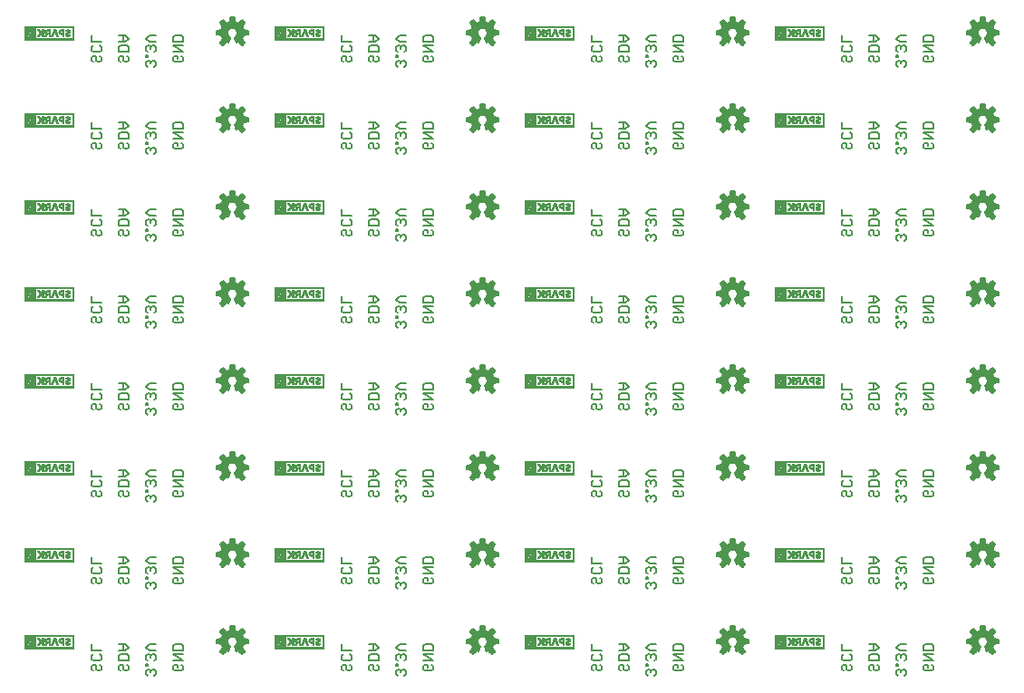
<source format=gbo>
G75*
%MOIN*%
%OFA0B0*%
%FSLAX25Y25*%
%IPPOS*%
%LPD*%
%AMOC8*
5,1,8,0,0,1.08239X$1,22.5*
%
%ADD10C,0.00600*%
%ADD11C,0.00591*%
%ADD12C,0.00039*%
D10*
X0097800Y0081309D02*
X0098367Y0080742D01*
X0097800Y0081309D02*
X0097800Y0082444D01*
X0098367Y0083011D01*
X0098934Y0083011D01*
X0099501Y0082444D01*
X0099501Y0081877D01*
X0099501Y0082444D02*
X0100069Y0083011D01*
X0100636Y0083011D01*
X0101203Y0082444D01*
X0101203Y0081309D01*
X0100636Y0080742D01*
X0098367Y0084425D02*
X0098367Y0084993D01*
X0097800Y0084993D01*
X0097800Y0084425D01*
X0098367Y0084425D01*
X0098367Y0086267D02*
X0097800Y0086834D01*
X0097800Y0087968D01*
X0098367Y0088536D01*
X0098934Y0088536D01*
X0099501Y0087968D01*
X0099501Y0087401D01*
X0099501Y0087968D02*
X0100069Y0088536D01*
X0100636Y0088536D01*
X0101203Y0087968D01*
X0101203Y0086834D01*
X0100636Y0086267D01*
X0101203Y0089950D02*
X0098934Y0089950D01*
X0097800Y0091084D01*
X0098934Y0092219D01*
X0101203Y0092219D01*
X0107800Y0091652D02*
X0108367Y0092219D01*
X0110636Y0092219D01*
X0111203Y0091652D01*
X0111203Y0089950D01*
X0107800Y0089950D01*
X0107800Y0091652D01*
X0107800Y0088536D02*
X0111203Y0088536D01*
X0111203Y0086267D02*
X0107800Y0088536D01*
X0107800Y0086267D02*
X0111203Y0086267D01*
X0110636Y0084852D02*
X0111203Y0084285D01*
X0111203Y0083151D01*
X0110636Y0082584D01*
X0108367Y0082584D01*
X0107800Y0083151D01*
X0107800Y0084285D01*
X0108367Y0084852D01*
X0109501Y0084852D01*
X0109501Y0083718D01*
X0091203Y0083151D02*
X0090636Y0082584D01*
X0090069Y0082584D01*
X0089501Y0083151D01*
X0089501Y0084285D01*
X0088934Y0084852D01*
X0088367Y0084852D01*
X0087800Y0084285D01*
X0087800Y0083151D01*
X0088367Y0082584D01*
X0091203Y0083151D02*
X0091203Y0084285D01*
X0090636Y0084852D01*
X0091203Y0086267D02*
X0087800Y0086267D01*
X0087800Y0087968D01*
X0088367Y0088536D01*
X0090636Y0088536D01*
X0091203Y0087968D01*
X0091203Y0086267D01*
X0090069Y0089950D02*
X0091203Y0091084D01*
X0090069Y0092219D01*
X0087800Y0092219D01*
X0089501Y0092219D02*
X0089501Y0089950D01*
X0090069Y0089950D02*
X0087800Y0089950D01*
X0081203Y0089950D02*
X0077800Y0089950D01*
X0077800Y0092219D01*
X0078367Y0088536D02*
X0077800Y0087968D01*
X0077800Y0086834D01*
X0078367Y0086267D01*
X0080636Y0086267D01*
X0081203Y0086834D01*
X0081203Y0087968D01*
X0080636Y0088536D01*
X0080636Y0084852D02*
X0081203Y0084285D01*
X0081203Y0083151D01*
X0080636Y0082584D01*
X0080069Y0082584D01*
X0079501Y0083151D01*
X0079501Y0084285D01*
X0078934Y0084852D01*
X0078367Y0084852D01*
X0077800Y0084285D01*
X0077800Y0083151D01*
X0078367Y0082584D01*
X0078367Y0114584D02*
X0077800Y0115151D01*
X0077800Y0116285D01*
X0078367Y0116852D01*
X0078934Y0116852D01*
X0079501Y0116285D01*
X0079501Y0115151D01*
X0080069Y0114584D01*
X0080636Y0114584D01*
X0081203Y0115151D01*
X0081203Y0116285D01*
X0080636Y0116852D01*
X0080636Y0118267D02*
X0078367Y0118267D01*
X0077800Y0118834D01*
X0077800Y0119968D01*
X0078367Y0120536D01*
X0077800Y0121950D02*
X0077800Y0124219D01*
X0077800Y0121950D02*
X0081203Y0121950D01*
X0080636Y0120536D02*
X0081203Y0119968D01*
X0081203Y0118834D01*
X0080636Y0118267D01*
X0087800Y0118267D02*
X0087800Y0119968D01*
X0088367Y0120536D01*
X0090636Y0120536D01*
X0091203Y0119968D01*
X0091203Y0118267D01*
X0087800Y0118267D01*
X0088367Y0116852D02*
X0087800Y0116285D01*
X0087800Y0115151D01*
X0088367Y0114584D01*
X0089501Y0115151D02*
X0090069Y0114584D01*
X0090636Y0114584D01*
X0091203Y0115151D01*
X0091203Y0116285D01*
X0090636Y0116852D01*
X0089501Y0116285D02*
X0088934Y0116852D01*
X0088367Y0116852D01*
X0089501Y0116285D02*
X0089501Y0115151D01*
X0089501Y0121950D02*
X0089501Y0124219D01*
X0090069Y0124219D02*
X0087800Y0124219D01*
X0090069Y0124219D02*
X0091203Y0123084D01*
X0090069Y0121950D01*
X0087800Y0121950D01*
X0097800Y0123084D02*
X0098934Y0124219D01*
X0101203Y0124219D01*
X0101203Y0121950D02*
X0098934Y0121950D01*
X0097800Y0123084D01*
X0098367Y0120536D02*
X0097800Y0119968D01*
X0097800Y0118834D01*
X0098367Y0118267D01*
X0098367Y0116993D02*
X0097800Y0116993D01*
X0097800Y0116425D01*
X0098367Y0116425D01*
X0098367Y0116993D01*
X0098367Y0115011D02*
X0097800Y0114444D01*
X0097800Y0113309D01*
X0098367Y0112742D01*
X0099501Y0113877D02*
X0099501Y0114444D01*
X0098934Y0115011D01*
X0098367Y0115011D01*
X0099501Y0114444D02*
X0100069Y0115011D01*
X0100636Y0115011D01*
X0101203Y0114444D01*
X0101203Y0113309D01*
X0100636Y0112742D01*
X0100636Y0118267D02*
X0101203Y0118834D01*
X0101203Y0119968D01*
X0100636Y0120536D01*
X0100069Y0120536D01*
X0099501Y0119968D01*
X0098934Y0120536D01*
X0098367Y0120536D01*
X0099501Y0119968D02*
X0099501Y0119401D01*
X0107800Y0118267D02*
X0111203Y0118267D01*
X0107800Y0120536D01*
X0111203Y0120536D01*
X0111203Y0121950D02*
X0107800Y0121950D01*
X0107800Y0123652D01*
X0108367Y0124219D01*
X0110636Y0124219D01*
X0111203Y0123652D01*
X0111203Y0121950D01*
X0110636Y0116852D02*
X0111203Y0116285D01*
X0111203Y0115151D01*
X0110636Y0114584D01*
X0108367Y0114584D01*
X0107800Y0115151D01*
X0107800Y0116285D01*
X0108367Y0116852D01*
X0109501Y0116852D01*
X0109501Y0115718D01*
X0100636Y0144742D02*
X0101203Y0145309D01*
X0101203Y0146444D01*
X0100636Y0147011D01*
X0100069Y0147011D01*
X0099501Y0146444D01*
X0098934Y0147011D01*
X0098367Y0147011D01*
X0097800Y0146444D01*
X0097800Y0145309D01*
X0098367Y0144742D01*
X0099501Y0145877D02*
X0099501Y0146444D01*
X0098367Y0148425D02*
X0098367Y0148993D01*
X0097800Y0148993D01*
X0097800Y0148425D01*
X0098367Y0148425D01*
X0098367Y0150267D02*
X0097800Y0150834D01*
X0097800Y0151968D01*
X0098367Y0152536D01*
X0098934Y0152536D01*
X0099501Y0151968D01*
X0099501Y0151401D01*
X0099501Y0151968D02*
X0100069Y0152536D01*
X0100636Y0152536D01*
X0101203Y0151968D01*
X0101203Y0150834D01*
X0100636Y0150267D01*
X0101203Y0153950D02*
X0098934Y0153950D01*
X0097800Y0155084D01*
X0098934Y0156219D01*
X0101203Y0156219D01*
X0107800Y0155652D02*
X0107800Y0153950D01*
X0111203Y0153950D01*
X0111203Y0155652D01*
X0110636Y0156219D01*
X0108367Y0156219D01*
X0107800Y0155652D01*
X0107800Y0152536D02*
X0111203Y0152536D01*
X0111203Y0150267D02*
X0107800Y0150267D01*
X0108367Y0148852D02*
X0109501Y0148852D01*
X0109501Y0147718D01*
X0108367Y0146584D02*
X0107800Y0147151D01*
X0107800Y0148285D01*
X0108367Y0148852D01*
X0108367Y0146584D02*
X0110636Y0146584D01*
X0111203Y0147151D01*
X0111203Y0148285D01*
X0110636Y0148852D01*
X0111203Y0150267D02*
X0107800Y0152536D01*
X0091203Y0151968D02*
X0091203Y0150267D01*
X0087800Y0150267D01*
X0087800Y0151968D01*
X0088367Y0152536D01*
X0090636Y0152536D01*
X0091203Y0151968D01*
X0090069Y0153950D02*
X0091203Y0155084D01*
X0090069Y0156219D01*
X0087800Y0156219D01*
X0089501Y0156219D02*
X0089501Y0153950D01*
X0090069Y0153950D02*
X0087800Y0153950D01*
X0088367Y0148852D02*
X0087800Y0148285D01*
X0087800Y0147151D01*
X0088367Y0146584D01*
X0089501Y0147151D02*
X0090069Y0146584D01*
X0090636Y0146584D01*
X0091203Y0147151D01*
X0091203Y0148285D01*
X0090636Y0148852D01*
X0089501Y0148285D02*
X0088934Y0148852D01*
X0088367Y0148852D01*
X0089501Y0148285D02*
X0089501Y0147151D01*
X0081203Y0147151D02*
X0080636Y0146584D01*
X0080069Y0146584D01*
X0079501Y0147151D01*
X0079501Y0148285D01*
X0078934Y0148852D01*
X0078367Y0148852D01*
X0077800Y0148285D01*
X0077800Y0147151D01*
X0078367Y0146584D01*
X0081203Y0147151D02*
X0081203Y0148285D01*
X0080636Y0148852D01*
X0080636Y0150267D02*
X0078367Y0150267D01*
X0077800Y0150834D01*
X0077800Y0151968D01*
X0078367Y0152536D01*
X0077800Y0153950D02*
X0077800Y0156219D01*
X0077800Y0153950D02*
X0081203Y0153950D01*
X0080636Y0152536D02*
X0081203Y0151968D01*
X0081203Y0150834D01*
X0080636Y0150267D01*
X0080636Y0178584D02*
X0080069Y0178584D01*
X0079501Y0179151D01*
X0079501Y0180285D01*
X0078934Y0180852D01*
X0078367Y0180852D01*
X0077800Y0180285D01*
X0077800Y0179151D01*
X0078367Y0178584D01*
X0080636Y0178584D02*
X0081203Y0179151D01*
X0081203Y0180285D01*
X0080636Y0180852D01*
X0080636Y0182267D02*
X0078367Y0182267D01*
X0077800Y0182834D01*
X0077800Y0183968D01*
X0078367Y0184536D01*
X0077800Y0185950D02*
X0077800Y0188219D01*
X0077800Y0185950D02*
X0081203Y0185950D01*
X0080636Y0184536D02*
X0081203Y0183968D01*
X0081203Y0182834D01*
X0080636Y0182267D01*
X0087800Y0182267D02*
X0087800Y0183968D01*
X0088367Y0184536D01*
X0090636Y0184536D01*
X0091203Y0183968D01*
X0091203Y0182267D01*
X0087800Y0182267D01*
X0088367Y0180852D02*
X0087800Y0180285D01*
X0087800Y0179151D01*
X0088367Y0178584D01*
X0089501Y0179151D02*
X0089501Y0180285D01*
X0088934Y0180852D01*
X0088367Y0180852D01*
X0089501Y0179151D02*
X0090069Y0178584D01*
X0090636Y0178584D01*
X0091203Y0179151D01*
X0091203Y0180285D01*
X0090636Y0180852D01*
X0090069Y0185950D02*
X0091203Y0187084D01*
X0090069Y0188219D01*
X0087800Y0188219D01*
X0089501Y0188219D02*
X0089501Y0185950D01*
X0090069Y0185950D02*
X0087800Y0185950D01*
X0097800Y0187084D02*
X0098934Y0185950D01*
X0101203Y0185950D01*
X0100636Y0184536D02*
X0100069Y0184536D01*
X0099501Y0183968D01*
X0098934Y0184536D01*
X0098367Y0184536D01*
X0097800Y0183968D01*
X0097800Y0182834D01*
X0098367Y0182267D01*
X0098367Y0180993D02*
X0097800Y0180993D01*
X0097800Y0180425D01*
X0098367Y0180425D01*
X0098367Y0180993D01*
X0098367Y0179011D02*
X0097800Y0178444D01*
X0097800Y0177309D01*
X0098367Y0176742D01*
X0099501Y0177877D02*
X0099501Y0178444D01*
X0098934Y0179011D01*
X0098367Y0179011D01*
X0099501Y0178444D02*
X0100069Y0179011D01*
X0100636Y0179011D01*
X0101203Y0178444D01*
X0101203Y0177309D01*
X0100636Y0176742D01*
X0100636Y0182267D02*
X0101203Y0182834D01*
X0101203Y0183968D01*
X0100636Y0184536D01*
X0099501Y0183968D02*
X0099501Y0183401D01*
X0097800Y0187084D02*
X0098934Y0188219D01*
X0101203Y0188219D01*
X0107800Y0187652D02*
X0107800Y0185950D01*
X0111203Y0185950D01*
X0111203Y0187652D01*
X0110636Y0188219D01*
X0108367Y0188219D01*
X0107800Y0187652D01*
X0107800Y0184536D02*
X0111203Y0184536D01*
X0111203Y0182267D02*
X0107800Y0182267D01*
X0108367Y0180852D02*
X0109501Y0180852D01*
X0109501Y0179718D01*
X0108367Y0178584D02*
X0107800Y0179151D01*
X0107800Y0180285D01*
X0108367Y0180852D01*
X0108367Y0178584D02*
X0110636Y0178584D01*
X0111203Y0179151D01*
X0111203Y0180285D01*
X0110636Y0180852D01*
X0111203Y0182267D02*
X0107800Y0184536D01*
X0100636Y0208742D02*
X0101203Y0209309D01*
X0101203Y0210444D01*
X0100636Y0211011D01*
X0100069Y0211011D01*
X0099501Y0210444D01*
X0098934Y0211011D01*
X0098367Y0211011D01*
X0097800Y0210444D01*
X0097800Y0209309D01*
X0098367Y0208742D01*
X0099501Y0209877D02*
X0099501Y0210444D01*
X0098367Y0212425D02*
X0098367Y0212993D01*
X0097800Y0212993D01*
X0097800Y0212425D01*
X0098367Y0212425D01*
X0098367Y0214267D02*
X0097800Y0214834D01*
X0097800Y0215968D01*
X0098367Y0216536D01*
X0098934Y0216536D01*
X0099501Y0215968D01*
X0099501Y0215401D01*
X0099501Y0215968D02*
X0100069Y0216536D01*
X0100636Y0216536D01*
X0101203Y0215968D01*
X0101203Y0214834D01*
X0100636Y0214267D01*
X0101203Y0217950D02*
X0098934Y0217950D01*
X0097800Y0219084D01*
X0098934Y0220219D01*
X0101203Y0220219D01*
X0107800Y0219652D02*
X0107800Y0217950D01*
X0111203Y0217950D01*
X0111203Y0219652D01*
X0110636Y0220219D01*
X0108367Y0220219D01*
X0107800Y0219652D01*
X0107800Y0216536D02*
X0111203Y0216536D01*
X0111203Y0214267D02*
X0107800Y0214267D01*
X0108367Y0212852D02*
X0109501Y0212852D01*
X0109501Y0211718D01*
X0108367Y0210584D02*
X0107800Y0211151D01*
X0107800Y0212285D01*
X0108367Y0212852D01*
X0108367Y0210584D02*
X0110636Y0210584D01*
X0111203Y0211151D01*
X0111203Y0212285D01*
X0110636Y0212852D01*
X0111203Y0214267D02*
X0107800Y0216536D01*
X0091203Y0215968D02*
X0091203Y0214267D01*
X0087800Y0214267D01*
X0087800Y0215968D01*
X0088367Y0216536D01*
X0090636Y0216536D01*
X0091203Y0215968D01*
X0090069Y0217950D02*
X0091203Y0219084D01*
X0090069Y0220219D01*
X0087800Y0220219D01*
X0089501Y0220219D02*
X0089501Y0217950D01*
X0090069Y0217950D02*
X0087800Y0217950D01*
X0088367Y0212852D02*
X0087800Y0212285D01*
X0087800Y0211151D01*
X0088367Y0210584D01*
X0089501Y0211151D02*
X0089501Y0212285D01*
X0088934Y0212852D01*
X0088367Y0212852D01*
X0089501Y0211151D02*
X0090069Y0210584D01*
X0090636Y0210584D01*
X0091203Y0211151D01*
X0091203Y0212285D01*
X0090636Y0212852D01*
X0081203Y0212285D02*
X0081203Y0211151D01*
X0080636Y0210584D01*
X0080069Y0210584D01*
X0079501Y0211151D01*
X0079501Y0212285D01*
X0078934Y0212852D01*
X0078367Y0212852D01*
X0077800Y0212285D01*
X0077800Y0211151D01*
X0078367Y0210584D01*
X0080636Y0212852D02*
X0081203Y0212285D01*
X0080636Y0214267D02*
X0081203Y0214834D01*
X0081203Y0215968D01*
X0080636Y0216536D01*
X0081203Y0217950D02*
X0077800Y0217950D01*
X0077800Y0220219D01*
X0078367Y0216536D02*
X0077800Y0215968D01*
X0077800Y0214834D01*
X0078367Y0214267D01*
X0080636Y0214267D01*
X0080636Y0242584D02*
X0080069Y0242584D01*
X0079501Y0243151D01*
X0079501Y0244285D01*
X0078934Y0244852D01*
X0078367Y0244852D01*
X0077800Y0244285D01*
X0077800Y0243151D01*
X0078367Y0242584D01*
X0080636Y0242584D02*
X0081203Y0243151D01*
X0081203Y0244285D01*
X0080636Y0244852D01*
X0080636Y0246267D02*
X0078367Y0246267D01*
X0077800Y0246834D01*
X0077800Y0247968D01*
X0078367Y0248536D01*
X0077800Y0249950D02*
X0077800Y0252219D01*
X0077800Y0249950D02*
X0081203Y0249950D01*
X0080636Y0248536D02*
X0081203Y0247968D01*
X0081203Y0246834D01*
X0080636Y0246267D01*
X0087800Y0246267D02*
X0087800Y0247968D01*
X0088367Y0248536D01*
X0090636Y0248536D01*
X0091203Y0247968D01*
X0091203Y0246267D01*
X0087800Y0246267D01*
X0088367Y0244852D02*
X0087800Y0244285D01*
X0087800Y0243151D01*
X0088367Y0242584D01*
X0089501Y0243151D02*
X0089501Y0244285D01*
X0088934Y0244852D01*
X0088367Y0244852D01*
X0089501Y0243151D02*
X0090069Y0242584D01*
X0090636Y0242584D01*
X0091203Y0243151D01*
X0091203Y0244285D01*
X0090636Y0244852D01*
X0090069Y0249950D02*
X0091203Y0251084D01*
X0090069Y0252219D01*
X0087800Y0252219D01*
X0089501Y0252219D02*
X0089501Y0249950D01*
X0090069Y0249950D02*
X0087800Y0249950D01*
X0097800Y0251084D02*
X0098934Y0249950D01*
X0101203Y0249950D01*
X0100636Y0248536D02*
X0100069Y0248536D01*
X0099501Y0247968D01*
X0098934Y0248536D01*
X0098367Y0248536D01*
X0097800Y0247968D01*
X0097800Y0246834D01*
X0098367Y0246267D01*
X0098367Y0244993D02*
X0097800Y0244993D01*
X0097800Y0244425D01*
X0098367Y0244425D01*
X0098367Y0244993D01*
X0098367Y0243011D02*
X0097800Y0242444D01*
X0097800Y0241309D01*
X0098367Y0240742D01*
X0099501Y0241877D02*
X0099501Y0242444D01*
X0098934Y0243011D01*
X0098367Y0243011D01*
X0099501Y0242444D02*
X0100069Y0243011D01*
X0100636Y0243011D01*
X0101203Y0242444D01*
X0101203Y0241309D01*
X0100636Y0240742D01*
X0100636Y0246267D02*
X0101203Y0246834D01*
X0101203Y0247968D01*
X0100636Y0248536D01*
X0099501Y0247968D02*
X0099501Y0247401D01*
X0097800Y0251084D02*
X0098934Y0252219D01*
X0101203Y0252219D01*
X0107800Y0251652D02*
X0107800Y0249950D01*
X0111203Y0249950D01*
X0111203Y0251652D01*
X0110636Y0252219D01*
X0108367Y0252219D01*
X0107800Y0251652D01*
X0107800Y0248536D02*
X0111203Y0248536D01*
X0111203Y0246267D02*
X0107800Y0246267D01*
X0108367Y0244852D02*
X0109501Y0244852D01*
X0109501Y0243718D01*
X0108367Y0242584D02*
X0107800Y0243151D01*
X0107800Y0244285D01*
X0108367Y0244852D01*
X0108367Y0242584D02*
X0110636Y0242584D01*
X0111203Y0243151D01*
X0111203Y0244285D01*
X0110636Y0244852D01*
X0111203Y0246267D02*
X0107800Y0248536D01*
X0100636Y0272742D02*
X0101203Y0273309D01*
X0101203Y0274444D01*
X0100636Y0275011D01*
X0100069Y0275011D01*
X0099501Y0274444D01*
X0098934Y0275011D01*
X0098367Y0275011D01*
X0097800Y0274444D01*
X0097800Y0273309D01*
X0098367Y0272742D01*
X0099501Y0273877D02*
X0099501Y0274444D01*
X0098367Y0276425D02*
X0098367Y0276993D01*
X0097800Y0276993D01*
X0097800Y0276425D01*
X0098367Y0276425D01*
X0098367Y0278267D02*
X0097800Y0278834D01*
X0097800Y0279968D01*
X0098367Y0280536D01*
X0098934Y0280536D01*
X0099501Y0279968D01*
X0099501Y0279401D01*
X0099501Y0279968D02*
X0100069Y0280536D01*
X0100636Y0280536D01*
X0101203Y0279968D01*
X0101203Y0278834D01*
X0100636Y0278267D01*
X0101203Y0281950D02*
X0098934Y0281950D01*
X0097800Y0283084D01*
X0098934Y0284219D01*
X0101203Y0284219D01*
X0107800Y0283652D02*
X0107800Y0281950D01*
X0111203Y0281950D01*
X0111203Y0283652D01*
X0110636Y0284219D01*
X0108367Y0284219D01*
X0107800Y0283652D01*
X0107800Y0280536D02*
X0111203Y0280536D01*
X0111203Y0278267D02*
X0107800Y0278267D01*
X0108367Y0276852D02*
X0109501Y0276852D01*
X0109501Y0275718D01*
X0108367Y0274584D02*
X0107800Y0275151D01*
X0107800Y0276285D01*
X0108367Y0276852D01*
X0108367Y0274584D02*
X0110636Y0274584D01*
X0111203Y0275151D01*
X0111203Y0276285D01*
X0110636Y0276852D01*
X0111203Y0278267D02*
X0107800Y0280536D01*
X0091203Y0279968D02*
X0091203Y0278267D01*
X0087800Y0278267D01*
X0087800Y0279968D01*
X0088367Y0280536D01*
X0090636Y0280536D01*
X0091203Y0279968D01*
X0090069Y0281950D02*
X0091203Y0283084D01*
X0090069Y0284219D01*
X0087800Y0284219D01*
X0089501Y0284219D02*
X0089501Y0281950D01*
X0090069Y0281950D02*
X0087800Y0281950D01*
X0088367Y0276852D02*
X0087800Y0276285D01*
X0087800Y0275151D01*
X0088367Y0274584D01*
X0089501Y0275151D02*
X0089501Y0276285D01*
X0088934Y0276852D01*
X0088367Y0276852D01*
X0089501Y0275151D02*
X0090069Y0274584D01*
X0090636Y0274584D01*
X0091203Y0275151D01*
X0091203Y0276285D01*
X0090636Y0276852D01*
X0081203Y0276285D02*
X0081203Y0275151D01*
X0080636Y0274584D01*
X0080069Y0274584D01*
X0079501Y0275151D01*
X0079501Y0276285D01*
X0078934Y0276852D01*
X0078367Y0276852D01*
X0077800Y0276285D01*
X0077800Y0275151D01*
X0078367Y0274584D01*
X0080636Y0276852D02*
X0081203Y0276285D01*
X0080636Y0278267D02*
X0081203Y0278834D01*
X0081203Y0279968D01*
X0080636Y0280536D01*
X0081203Y0281950D02*
X0077800Y0281950D01*
X0077800Y0284219D01*
X0078367Y0280536D02*
X0077800Y0279968D01*
X0077800Y0278834D01*
X0078367Y0278267D01*
X0080636Y0278267D01*
X0098367Y0304742D02*
X0097800Y0305309D01*
X0097800Y0306444D01*
X0098367Y0307011D01*
X0098934Y0307011D01*
X0099501Y0306444D01*
X0099501Y0305877D01*
X0099501Y0306444D02*
X0100069Y0307011D01*
X0100636Y0307011D01*
X0101203Y0306444D01*
X0101203Y0305309D01*
X0100636Y0304742D01*
X0098367Y0308425D02*
X0098367Y0308993D01*
X0097800Y0308993D01*
X0097800Y0308425D01*
X0098367Y0308425D01*
X0098367Y0310267D02*
X0097800Y0310834D01*
X0097800Y0311968D01*
X0098367Y0312536D01*
X0098934Y0312536D01*
X0099501Y0311968D01*
X0099501Y0311401D01*
X0099501Y0311968D02*
X0100069Y0312536D01*
X0100636Y0312536D01*
X0101203Y0311968D01*
X0101203Y0310834D01*
X0100636Y0310267D01*
X0101203Y0313950D02*
X0098934Y0313950D01*
X0097800Y0315084D01*
X0098934Y0316219D01*
X0101203Y0316219D01*
X0107800Y0315652D02*
X0107800Y0313950D01*
X0111203Y0313950D01*
X0111203Y0315652D01*
X0110636Y0316219D01*
X0108367Y0316219D01*
X0107800Y0315652D01*
X0107800Y0312536D02*
X0111203Y0312536D01*
X0111203Y0310267D02*
X0107800Y0310267D01*
X0108367Y0308852D02*
X0109501Y0308852D01*
X0109501Y0307718D01*
X0108367Y0306584D02*
X0107800Y0307151D01*
X0107800Y0308285D01*
X0108367Y0308852D01*
X0108367Y0306584D02*
X0110636Y0306584D01*
X0111203Y0307151D01*
X0111203Y0308285D01*
X0110636Y0308852D01*
X0111203Y0310267D02*
X0107800Y0312536D01*
X0091203Y0311968D02*
X0091203Y0310267D01*
X0087800Y0310267D01*
X0087800Y0311968D01*
X0088367Y0312536D01*
X0090636Y0312536D01*
X0091203Y0311968D01*
X0090069Y0313950D02*
X0091203Y0315084D01*
X0090069Y0316219D01*
X0087800Y0316219D01*
X0089501Y0316219D02*
X0089501Y0313950D01*
X0090069Y0313950D02*
X0087800Y0313950D01*
X0088367Y0308852D02*
X0087800Y0308285D01*
X0087800Y0307151D01*
X0088367Y0306584D01*
X0089501Y0307151D02*
X0089501Y0308285D01*
X0088934Y0308852D01*
X0088367Y0308852D01*
X0089501Y0307151D02*
X0090069Y0306584D01*
X0090636Y0306584D01*
X0091203Y0307151D01*
X0091203Y0308285D01*
X0090636Y0308852D01*
X0081203Y0308285D02*
X0081203Y0307151D01*
X0080636Y0306584D01*
X0080069Y0306584D01*
X0079501Y0307151D01*
X0079501Y0308285D01*
X0078934Y0308852D01*
X0078367Y0308852D01*
X0077800Y0308285D01*
X0077800Y0307151D01*
X0078367Y0306584D01*
X0080636Y0308852D02*
X0081203Y0308285D01*
X0080636Y0310267D02*
X0078367Y0310267D01*
X0077800Y0310834D01*
X0077800Y0311968D01*
X0078367Y0312536D01*
X0077800Y0313950D02*
X0077800Y0316219D01*
X0077800Y0313950D02*
X0081203Y0313950D01*
X0080636Y0312536D02*
X0081203Y0311968D01*
X0081203Y0310834D01*
X0080636Y0310267D01*
X0169800Y0310834D02*
X0169800Y0311968D01*
X0170367Y0312536D01*
X0169800Y0313950D02*
X0169800Y0316219D01*
X0169800Y0313950D02*
X0173203Y0313950D01*
X0172636Y0312536D02*
X0173203Y0311968D01*
X0173203Y0310834D01*
X0172636Y0310267D01*
X0170367Y0310267D01*
X0169800Y0310834D01*
X0170367Y0308852D02*
X0169800Y0308285D01*
X0169800Y0307151D01*
X0170367Y0306584D01*
X0171501Y0307151D02*
X0171501Y0308285D01*
X0170934Y0308852D01*
X0170367Y0308852D01*
X0171501Y0307151D02*
X0172069Y0306584D01*
X0172636Y0306584D01*
X0173203Y0307151D01*
X0173203Y0308285D01*
X0172636Y0308852D01*
X0179800Y0308285D02*
X0179800Y0307151D01*
X0180367Y0306584D01*
X0181501Y0307151D02*
X0181501Y0308285D01*
X0180934Y0308852D01*
X0180367Y0308852D01*
X0179800Y0308285D01*
X0179800Y0310267D02*
X0179800Y0311968D01*
X0180367Y0312536D01*
X0182636Y0312536D01*
X0183203Y0311968D01*
X0183203Y0310267D01*
X0179800Y0310267D01*
X0182636Y0308852D02*
X0183203Y0308285D01*
X0183203Y0307151D01*
X0182636Y0306584D01*
X0182069Y0306584D01*
X0181501Y0307151D01*
X0189800Y0306444D02*
X0189800Y0305309D01*
X0190367Y0304742D01*
X0191501Y0305877D02*
X0191501Y0306444D01*
X0190934Y0307011D01*
X0190367Y0307011D01*
X0189800Y0306444D01*
X0191501Y0306444D02*
X0192069Y0307011D01*
X0192636Y0307011D01*
X0193203Y0306444D01*
X0193203Y0305309D01*
X0192636Y0304742D01*
X0190367Y0308425D02*
X0190367Y0308993D01*
X0189800Y0308993D01*
X0189800Y0308425D01*
X0190367Y0308425D01*
X0190367Y0310267D02*
X0189800Y0310834D01*
X0189800Y0311968D01*
X0190367Y0312536D01*
X0190934Y0312536D01*
X0191501Y0311968D01*
X0191501Y0311401D01*
X0191501Y0311968D02*
X0192069Y0312536D01*
X0192636Y0312536D01*
X0193203Y0311968D01*
X0193203Y0310834D01*
X0192636Y0310267D01*
X0193203Y0313950D02*
X0190934Y0313950D01*
X0189800Y0315084D01*
X0190934Y0316219D01*
X0193203Y0316219D01*
X0199800Y0315652D02*
X0199800Y0313950D01*
X0203203Y0313950D01*
X0203203Y0315652D01*
X0202636Y0316219D01*
X0200367Y0316219D01*
X0199800Y0315652D01*
X0199800Y0312536D02*
X0203203Y0312536D01*
X0203203Y0310267D02*
X0199800Y0310267D01*
X0200367Y0308852D02*
X0199800Y0308285D01*
X0199800Y0307151D01*
X0200367Y0306584D01*
X0202636Y0306584D01*
X0203203Y0307151D01*
X0203203Y0308285D01*
X0202636Y0308852D01*
X0201501Y0308852D02*
X0201501Y0307718D01*
X0201501Y0308852D02*
X0200367Y0308852D01*
X0203203Y0310267D02*
X0199800Y0312536D01*
X0183203Y0315084D02*
X0182069Y0316219D01*
X0179800Y0316219D01*
X0181501Y0316219D02*
X0181501Y0313950D01*
X0182069Y0313950D02*
X0183203Y0315084D01*
X0182069Y0313950D02*
X0179800Y0313950D01*
X0179800Y0284219D02*
X0182069Y0284219D01*
X0183203Y0283084D01*
X0182069Y0281950D01*
X0179800Y0281950D01*
X0180367Y0280536D02*
X0182636Y0280536D01*
X0183203Y0279968D01*
X0183203Y0278267D01*
X0179800Y0278267D01*
X0179800Y0279968D01*
X0180367Y0280536D01*
X0181501Y0281950D02*
X0181501Y0284219D01*
X0189800Y0283084D02*
X0190934Y0284219D01*
X0193203Y0284219D01*
X0193203Y0281950D02*
X0190934Y0281950D01*
X0189800Y0283084D01*
X0190367Y0280536D02*
X0189800Y0279968D01*
X0189800Y0278834D01*
X0190367Y0278267D01*
X0190367Y0276993D02*
X0189800Y0276993D01*
X0189800Y0276425D01*
X0190367Y0276425D01*
X0190367Y0276993D01*
X0190367Y0275011D02*
X0189800Y0274444D01*
X0189800Y0273309D01*
X0190367Y0272742D01*
X0191501Y0273877D02*
X0191501Y0274444D01*
X0190934Y0275011D01*
X0190367Y0275011D01*
X0191501Y0274444D02*
X0192069Y0275011D01*
X0192636Y0275011D01*
X0193203Y0274444D01*
X0193203Y0273309D01*
X0192636Y0272742D01*
X0192636Y0278267D02*
X0193203Y0278834D01*
X0193203Y0279968D01*
X0192636Y0280536D01*
X0192069Y0280536D01*
X0191501Y0279968D01*
X0190934Y0280536D01*
X0190367Y0280536D01*
X0191501Y0279968D02*
X0191501Y0279401D01*
X0199800Y0278267D02*
X0203203Y0278267D01*
X0199800Y0280536D01*
X0203203Y0280536D01*
X0203203Y0281950D02*
X0203203Y0283652D01*
X0202636Y0284219D01*
X0200367Y0284219D01*
X0199800Y0283652D01*
X0199800Y0281950D01*
X0203203Y0281950D01*
X0202636Y0276852D02*
X0203203Y0276285D01*
X0203203Y0275151D01*
X0202636Y0274584D01*
X0200367Y0274584D01*
X0199800Y0275151D01*
X0199800Y0276285D01*
X0200367Y0276852D01*
X0201501Y0276852D01*
X0201501Y0275718D01*
X0183203Y0275151D02*
X0182636Y0274584D01*
X0182069Y0274584D01*
X0181501Y0275151D01*
X0181501Y0276285D01*
X0180934Y0276852D01*
X0180367Y0276852D01*
X0179800Y0276285D01*
X0179800Y0275151D01*
X0180367Y0274584D01*
X0183203Y0275151D02*
X0183203Y0276285D01*
X0182636Y0276852D01*
X0173203Y0276285D02*
X0173203Y0275151D01*
X0172636Y0274584D01*
X0172069Y0274584D01*
X0171501Y0275151D01*
X0171501Y0276285D01*
X0170934Y0276852D01*
X0170367Y0276852D01*
X0169800Y0276285D01*
X0169800Y0275151D01*
X0170367Y0274584D01*
X0172636Y0276852D02*
X0173203Y0276285D01*
X0172636Y0278267D02*
X0170367Y0278267D01*
X0169800Y0278834D01*
X0169800Y0279968D01*
X0170367Y0280536D01*
X0169800Y0281950D02*
X0169800Y0284219D01*
X0169800Y0281950D02*
X0173203Y0281950D01*
X0172636Y0280536D02*
X0173203Y0279968D01*
X0173203Y0278834D01*
X0172636Y0278267D01*
X0169800Y0252219D02*
X0169800Y0249950D01*
X0173203Y0249950D01*
X0172636Y0248536D02*
X0173203Y0247968D01*
X0173203Y0246834D01*
X0172636Y0246267D01*
X0170367Y0246267D01*
X0169800Y0246834D01*
X0169800Y0247968D01*
X0170367Y0248536D01*
X0170367Y0244852D02*
X0169800Y0244285D01*
X0169800Y0243151D01*
X0170367Y0242584D01*
X0171501Y0243151D02*
X0171501Y0244285D01*
X0170934Y0244852D01*
X0170367Y0244852D01*
X0171501Y0243151D02*
X0172069Y0242584D01*
X0172636Y0242584D01*
X0173203Y0243151D01*
X0173203Y0244285D01*
X0172636Y0244852D01*
X0179800Y0244285D02*
X0179800Y0243151D01*
X0180367Y0242584D01*
X0181501Y0243151D02*
X0181501Y0244285D01*
X0180934Y0244852D01*
X0180367Y0244852D01*
X0179800Y0244285D01*
X0179800Y0246267D02*
X0179800Y0247968D01*
X0180367Y0248536D01*
X0182636Y0248536D01*
X0183203Y0247968D01*
X0183203Y0246267D01*
X0179800Y0246267D01*
X0182636Y0244852D02*
X0183203Y0244285D01*
X0183203Y0243151D01*
X0182636Y0242584D01*
X0182069Y0242584D01*
X0181501Y0243151D01*
X0189800Y0242444D02*
X0189800Y0241309D01*
X0190367Y0240742D01*
X0191501Y0241877D02*
X0191501Y0242444D01*
X0190934Y0243011D01*
X0190367Y0243011D01*
X0189800Y0242444D01*
X0191501Y0242444D02*
X0192069Y0243011D01*
X0192636Y0243011D01*
X0193203Y0242444D01*
X0193203Y0241309D01*
X0192636Y0240742D01*
X0190367Y0244425D02*
X0190367Y0244993D01*
X0189800Y0244993D01*
X0189800Y0244425D01*
X0190367Y0244425D01*
X0190367Y0246267D02*
X0189800Y0246834D01*
X0189800Y0247968D01*
X0190367Y0248536D01*
X0190934Y0248536D01*
X0191501Y0247968D01*
X0191501Y0247401D01*
X0191501Y0247968D02*
X0192069Y0248536D01*
X0192636Y0248536D01*
X0193203Y0247968D01*
X0193203Y0246834D01*
X0192636Y0246267D01*
X0193203Y0249950D02*
X0190934Y0249950D01*
X0189800Y0251084D01*
X0190934Y0252219D01*
X0193203Y0252219D01*
X0199800Y0251652D02*
X0199800Y0249950D01*
X0203203Y0249950D01*
X0203203Y0251652D01*
X0202636Y0252219D01*
X0200367Y0252219D01*
X0199800Y0251652D01*
X0199800Y0248536D02*
X0203203Y0248536D01*
X0203203Y0246267D02*
X0199800Y0246267D01*
X0200367Y0244852D02*
X0199800Y0244285D01*
X0199800Y0243151D01*
X0200367Y0242584D01*
X0202636Y0242584D01*
X0203203Y0243151D01*
X0203203Y0244285D01*
X0202636Y0244852D01*
X0201501Y0244852D02*
X0201501Y0243718D01*
X0201501Y0244852D02*
X0200367Y0244852D01*
X0203203Y0246267D02*
X0199800Y0248536D01*
X0183203Y0251084D02*
X0182069Y0249950D01*
X0179800Y0249950D01*
X0181501Y0249950D02*
X0181501Y0252219D01*
X0182069Y0252219D02*
X0179800Y0252219D01*
X0182069Y0252219D02*
X0183203Y0251084D01*
X0182069Y0220219D02*
X0179800Y0220219D01*
X0181501Y0220219D02*
X0181501Y0217950D01*
X0182069Y0217950D02*
X0183203Y0219084D01*
X0182069Y0220219D01*
X0182069Y0217950D02*
X0179800Y0217950D01*
X0180367Y0216536D02*
X0182636Y0216536D01*
X0183203Y0215968D01*
X0183203Y0214267D01*
X0179800Y0214267D01*
X0179800Y0215968D01*
X0180367Y0216536D01*
X0180367Y0212852D02*
X0179800Y0212285D01*
X0179800Y0211151D01*
X0180367Y0210584D01*
X0181501Y0211151D02*
X0181501Y0212285D01*
X0180934Y0212852D01*
X0180367Y0212852D01*
X0181501Y0211151D02*
X0182069Y0210584D01*
X0182636Y0210584D01*
X0183203Y0211151D01*
X0183203Y0212285D01*
X0182636Y0212852D01*
X0189800Y0212993D02*
X0189800Y0212425D01*
X0190367Y0212425D01*
X0190367Y0212993D01*
X0189800Y0212993D01*
X0190367Y0214267D02*
X0189800Y0214834D01*
X0189800Y0215968D01*
X0190367Y0216536D01*
X0190934Y0216536D01*
X0191501Y0215968D01*
X0191501Y0215401D01*
X0191501Y0215968D02*
X0192069Y0216536D01*
X0192636Y0216536D01*
X0193203Y0215968D01*
X0193203Y0214834D01*
X0192636Y0214267D01*
X0192636Y0211011D02*
X0192069Y0211011D01*
X0191501Y0210444D01*
X0190934Y0211011D01*
X0190367Y0211011D01*
X0189800Y0210444D01*
X0189800Y0209309D01*
X0190367Y0208742D01*
X0191501Y0209877D02*
X0191501Y0210444D01*
X0192636Y0211011D02*
X0193203Y0210444D01*
X0193203Y0209309D01*
X0192636Y0208742D01*
X0199800Y0211151D02*
X0199800Y0212285D01*
X0200367Y0212852D01*
X0201501Y0212852D01*
X0201501Y0211718D01*
X0200367Y0210584D02*
X0199800Y0211151D01*
X0200367Y0210584D02*
X0202636Y0210584D01*
X0203203Y0211151D01*
X0203203Y0212285D01*
X0202636Y0212852D01*
X0203203Y0214267D02*
X0199800Y0216536D01*
X0203203Y0216536D01*
X0203203Y0217950D02*
X0203203Y0219652D01*
X0202636Y0220219D01*
X0200367Y0220219D01*
X0199800Y0219652D01*
X0199800Y0217950D01*
X0203203Y0217950D01*
X0203203Y0214267D02*
X0199800Y0214267D01*
X0193203Y0217950D02*
X0190934Y0217950D01*
X0189800Y0219084D01*
X0190934Y0220219D01*
X0193203Y0220219D01*
X0173203Y0217950D02*
X0169800Y0217950D01*
X0169800Y0220219D01*
X0170367Y0216536D02*
X0169800Y0215968D01*
X0169800Y0214834D01*
X0170367Y0214267D01*
X0172636Y0214267D01*
X0173203Y0214834D01*
X0173203Y0215968D01*
X0172636Y0216536D01*
X0172636Y0212852D02*
X0173203Y0212285D01*
X0173203Y0211151D01*
X0172636Y0210584D01*
X0172069Y0210584D01*
X0171501Y0211151D01*
X0171501Y0212285D01*
X0170934Y0212852D01*
X0170367Y0212852D01*
X0169800Y0212285D01*
X0169800Y0211151D01*
X0170367Y0210584D01*
X0169800Y0188219D02*
X0169800Y0185950D01*
X0173203Y0185950D01*
X0172636Y0184536D02*
X0173203Y0183968D01*
X0173203Y0182834D01*
X0172636Y0182267D01*
X0170367Y0182267D01*
X0169800Y0182834D01*
X0169800Y0183968D01*
X0170367Y0184536D01*
X0170367Y0180852D02*
X0169800Y0180285D01*
X0169800Y0179151D01*
X0170367Y0178584D01*
X0171501Y0179151D02*
X0171501Y0180285D01*
X0170934Y0180852D01*
X0170367Y0180852D01*
X0171501Y0179151D02*
X0172069Y0178584D01*
X0172636Y0178584D01*
X0173203Y0179151D01*
X0173203Y0180285D01*
X0172636Y0180852D01*
X0179800Y0180285D02*
X0179800Y0179151D01*
X0180367Y0178584D01*
X0181501Y0179151D02*
X0181501Y0180285D01*
X0180934Y0180852D01*
X0180367Y0180852D01*
X0179800Y0180285D01*
X0179800Y0182267D02*
X0179800Y0183968D01*
X0180367Y0184536D01*
X0182636Y0184536D01*
X0183203Y0183968D01*
X0183203Y0182267D01*
X0179800Y0182267D01*
X0182636Y0180852D02*
X0183203Y0180285D01*
X0183203Y0179151D01*
X0182636Y0178584D01*
X0182069Y0178584D01*
X0181501Y0179151D01*
X0189800Y0178444D02*
X0189800Y0177309D01*
X0190367Y0176742D01*
X0191501Y0177877D02*
X0191501Y0178444D01*
X0190934Y0179011D01*
X0190367Y0179011D01*
X0189800Y0178444D01*
X0191501Y0178444D02*
X0192069Y0179011D01*
X0192636Y0179011D01*
X0193203Y0178444D01*
X0193203Y0177309D01*
X0192636Y0176742D01*
X0190367Y0180425D02*
X0190367Y0180993D01*
X0189800Y0180993D01*
X0189800Y0180425D01*
X0190367Y0180425D01*
X0190367Y0182267D02*
X0189800Y0182834D01*
X0189800Y0183968D01*
X0190367Y0184536D01*
X0190934Y0184536D01*
X0191501Y0183968D01*
X0191501Y0183401D01*
X0191501Y0183968D02*
X0192069Y0184536D01*
X0192636Y0184536D01*
X0193203Y0183968D01*
X0193203Y0182834D01*
X0192636Y0182267D01*
X0193203Y0185950D02*
X0190934Y0185950D01*
X0189800Y0187084D01*
X0190934Y0188219D01*
X0193203Y0188219D01*
X0199800Y0187652D02*
X0199800Y0185950D01*
X0203203Y0185950D01*
X0203203Y0187652D01*
X0202636Y0188219D01*
X0200367Y0188219D01*
X0199800Y0187652D01*
X0199800Y0184536D02*
X0203203Y0184536D01*
X0203203Y0182267D02*
X0199800Y0182267D01*
X0200367Y0180852D02*
X0199800Y0180285D01*
X0199800Y0179151D01*
X0200367Y0178584D01*
X0202636Y0178584D01*
X0203203Y0179151D01*
X0203203Y0180285D01*
X0202636Y0180852D01*
X0201501Y0180852D02*
X0201501Y0179718D01*
X0201501Y0180852D02*
X0200367Y0180852D01*
X0203203Y0182267D02*
X0199800Y0184536D01*
X0183203Y0187084D02*
X0182069Y0185950D01*
X0179800Y0185950D01*
X0181501Y0185950D02*
X0181501Y0188219D01*
X0182069Y0188219D02*
X0179800Y0188219D01*
X0182069Y0188219D02*
X0183203Y0187084D01*
X0182069Y0156219D02*
X0179800Y0156219D01*
X0181501Y0156219D02*
X0181501Y0153950D01*
X0182069Y0153950D02*
X0183203Y0155084D01*
X0182069Y0156219D01*
X0182069Y0153950D02*
X0179800Y0153950D01*
X0180367Y0152536D02*
X0182636Y0152536D01*
X0183203Y0151968D01*
X0183203Y0150267D01*
X0179800Y0150267D01*
X0179800Y0151968D01*
X0180367Y0152536D01*
X0180367Y0148852D02*
X0179800Y0148285D01*
X0179800Y0147151D01*
X0180367Y0146584D01*
X0181501Y0147151D02*
X0181501Y0148285D01*
X0180934Y0148852D01*
X0180367Y0148852D01*
X0181501Y0147151D02*
X0182069Y0146584D01*
X0182636Y0146584D01*
X0183203Y0147151D01*
X0183203Y0148285D01*
X0182636Y0148852D01*
X0189800Y0148993D02*
X0189800Y0148425D01*
X0190367Y0148425D01*
X0190367Y0148993D01*
X0189800Y0148993D01*
X0190367Y0150267D02*
X0189800Y0150834D01*
X0189800Y0151968D01*
X0190367Y0152536D01*
X0190934Y0152536D01*
X0191501Y0151968D01*
X0191501Y0151401D01*
X0191501Y0151968D02*
X0192069Y0152536D01*
X0192636Y0152536D01*
X0193203Y0151968D01*
X0193203Y0150834D01*
X0192636Y0150267D01*
X0192636Y0147011D02*
X0192069Y0147011D01*
X0191501Y0146444D01*
X0190934Y0147011D01*
X0190367Y0147011D01*
X0189800Y0146444D01*
X0189800Y0145309D01*
X0190367Y0144742D01*
X0191501Y0145877D02*
X0191501Y0146444D01*
X0192636Y0147011D02*
X0193203Y0146444D01*
X0193203Y0145309D01*
X0192636Y0144742D01*
X0199800Y0147151D02*
X0199800Y0148285D01*
X0200367Y0148852D01*
X0201501Y0148852D01*
X0201501Y0147718D01*
X0200367Y0146584D02*
X0199800Y0147151D01*
X0200367Y0146584D02*
X0202636Y0146584D01*
X0203203Y0147151D01*
X0203203Y0148285D01*
X0202636Y0148852D01*
X0203203Y0150267D02*
X0199800Y0152536D01*
X0203203Y0152536D01*
X0203203Y0153950D02*
X0203203Y0155652D01*
X0202636Y0156219D01*
X0200367Y0156219D01*
X0199800Y0155652D01*
X0199800Y0153950D01*
X0203203Y0153950D01*
X0203203Y0150267D02*
X0199800Y0150267D01*
X0193203Y0153950D02*
X0190934Y0153950D01*
X0189800Y0155084D01*
X0190934Y0156219D01*
X0193203Y0156219D01*
X0173203Y0153950D02*
X0169800Y0153950D01*
X0169800Y0156219D01*
X0170367Y0152536D02*
X0169800Y0151968D01*
X0169800Y0150834D01*
X0170367Y0150267D01*
X0172636Y0150267D01*
X0173203Y0150834D01*
X0173203Y0151968D01*
X0172636Y0152536D01*
X0172636Y0148852D02*
X0173203Y0148285D01*
X0173203Y0147151D01*
X0172636Y0146584D01*
X0172069Y0146584D01*
X0171501Y0147151D01*
X0171501Y0148285D01*
X0170934Y0148852D01*
X0170367Y0148852D01*
X0169800Y0148285D01*
X0169800Y0147151D01*
X0170367Y0146584D01*
X0169800Y0124219D02*
X0169800Y0121950D01*
X0173203Y0121950D01*
X0172636Y0120536D02*
X0173203Y0119968D01*
X0173203Y0118834D01*
X0172636Y0118267D01*
X0170367Y0118267D01*
X0169800Y0118834D01*
X0169800Y0119968D01*
X0170367Y0120536D01*
X0170367Y0116852D02*
X0169800Y0116285D01*
X0169800Y0115151D01*
X0170367Y0114584D01*
X0171501Y0115151D02*
X0171501Y0116285D01*
X0170934Y0116852D01*
X0170367Y0116852D01*
X0171501Y0115151D02*
X0172069Y0114584D01*
X0172636Y0114584D01*
X0173203Y0115151D01*
X0173203Y0116285D01*
X0172636Y0116852D01*
X0179800Y0116285D02*
X0179800Y0115151D01*
X0180367Y0114584D01*
X0181501Y0115151D02*
X0181501Y0116285D01*
X0180934Y0116852D01*
X0180367Y0116852D01*
X0179800Y0116285D01*
X0179800Y0118267D02*
X0179800Y0119968D01*
X0180367Y0120536D01*
X0182636Y0120536D01*
X0183203Y0119968D01*
X0183203Y0118267D01*
X0179800Y0118267D01*
X0182636Y0116852D02*
X0183203Y0116285D01*
X0183203Y0115151D01*
X0182636Y0114584D01*
X0182069Y0114584D01*
X0181501Y0115151D01*
X0189800Y0114444D02*
X0189800Y0113309D01*
X0190367Y0112742D01*
X0191501Y0113877D02*
X0191501Y0114444D01*
X0190934Y0115011D01*
X0190367Y0115011D01*
X0189800Y0114444D01*
X0191501Y0114444D02*
X0192069Y0115011D01*
X0192636Y0115011D01*
X0193203Y0114444D01*
X0193203Y0113309D01*
X0192636Y0112742D01*
X0190367Y0116425D02*
X0190367Y0116993D01*
X0189800Y0116993D01*
X0189800Y0116425D01*
X0190367Y0116425D01*
X0190367Y0118267D02*
X0189800Y0118834D01*
X0189800Y0119968D01*
X0190367Y0120536D01*
X0190934Y0120536D01*
X0191501Y0119968D01*
X0191501Y0119401D01*
X0191501Y0119968D02*
X0192069Y0120536D01*
X0192636Y0120536D01*
X0193203Y0119968D01*
X0193203Y0118834D01*
X0192636Y0118267D01*
X0199800Y0118267D02*
X0203203Y0118267D01*
X0199800Y0120536D01*
X0203203Y0120536D01*
X0203203Y0121950D02*
X0199800Y0121950D01*
X0199800Y0123652D01*
X0200367Y0124219D01*
X0202636Y0124219D01*
X0203203Y0123652D01*
X0203203Y0121950D01*
X0202636Y0116852D02*
X0203203Y0116285D01*
X0203203Y0115151D01*
X0202636Y0114584D01*
X0200367Y0114584D01*
X0199800Y0115151D01*
X0199800Y0116285D01*
X0200367Y0116852D01*
X0201501Y0116852D01*
X0201501Y0115718D01*
X0193203Y0121950D02*
X0190934Y0121950D01*
X0189800Y0123084D01*
X0190934Y0124219D01*
X0193203Y0124219D01*
X0183203Y0123084D02*
X0182069Y0124219D01*
X0179800Y0124219D01*
X0181501Y0124219D02*
X0181501Y0121950D01*
X0182069Y0121950D02*
X0183203Y0123084D01*
X0182069Y0121950D02*
X0179800Y0121950D01*
X0179800Y0092219D02*
X0182069Y0092219D01*
X0183203Y0091084D01*
X0182069Y0089950D01*
X0179800Y0089950D01*
X0180367Y0088536D02*
X0182636Y0088536D01*
X0183203Y0087968D01*
X0183203Y0086267D01*
X0179800Y0086267D01*
X0179800Y0087968D01*
X0180367Y0088536D01*
X0181501Y0089950D02*
X0181501Y0092219D01*
X0189800Y0091084D02*
X0190934Y0092219D01*
X0193203Y0092219D01*
X0193203Y0089950D02*
X0190934Y0089950D01*
X0189800Y0091084D01*
X0190367Y0088536D02*
X0189800Y0087968D01*
X0189800Y0086834D01*
X0190367Y0086267D01*
X0190367Y0084993D02*
X0189800Y0084993D01*
X0189800Y0084425D01*
X0190367Y0084425D01*
X0190367Y0084993D01*
X0190367Y0083011D02*
X0189800Y0082444D01*
X0189800Y0081309D01*
X0190367Y0080742D01*
X0191501Y0081877D02*
X0191501Y0082444D01*
X0190934Y0083011D01*
X0190367Y0083011D01*
X0191501Y0082444D02*
X0192069Y0083011D01*
X0192636Y0083011D01*
X0193203Y0082444D01*
X0193203Y0081309D01*
X0192636Y0080742D01*
X0199800Y0083151D02*
X0199800Y0084285D01*
X0200367Y0084852D01*
X0201501Y0084852D01*
X0201501Y0083718D01*
X0200367Y0082584D02*
X0199800Y0083151D01*
X0200367Y0082584D02*
X0202636Y0082584D01*
X0203203Y0083151D01*
X0203203Y0084285D01*
X0202636Y0084852D01*
X0203203Y0086267D02*
X0199800Y0088536D01*
X0203203Y0088536D01*
X0203203Y0089950D02*
X0199800Y0089950D01*
X0199800Y0091652D01*
X0200367Y0092219D01*
X0202636Y0092219D01*
X0203203Y0091652D01*
X0203203Y0089950D01*
X0203203Y0086267D02*
X0199800Y0086267D01*
X0193203Y0086834D02*
X0193203Y0087968D01*
X0192636Y0088536D01*
X0192069Y0088536D01*
X0191501Y0087968D01*
X0190934Y0088536D01*
X0190367Y0088536D01*
X0191501Y0087968D02*
X0191501Y0087401D01*
X0192636Y0086267D02*
X0193203Y0086834D01*
X0183203Y0084285D02*
X0183203Y0083151D01*
X0182636Y0082584D01*
X0182069Y0082584D01*
X0181501Y0083151D01*
X0181501Y0084285D01*
X0180934Y0084852D01*
X0180367Y0084852D01*
X0179800Y0084285D01*
X0179800Y0083151D01*
X0180367Y0082584D01*
X0182636Y0084852D02*
X0183203Y0084285D01*
X0173203Y0084285D02*
X0173203Y0083151D01*
X0172636Y0082584D01*
X0172069Y0082584D01*
X0171501Y0083151D01*
X0171501Y0084285D01*
X0170934Y0084852D01*
X0170367Y0084852D01*
X0169800Y0084285D01*
X0169800Y0083151D01*
X0170367Y0082584D01*
X0172636Y0084852D02*
X0173203Y0084285D01*
X0172636Y0086267D02*
X0170367Y0086267D01*
X0169800Y0086834D01*
X0169800Y0087968D01*
X0170367Y0088536D01*
X0169800Y0089950D02*
X0169800Y0092219D01*
X0169800Y0089950D02*
X0173203Y0089950D01*
X0172636Y0088536D02*
X0173203Y0087968D01*
X0173203Y0086834D01*
X0172636Y0086267D01*
X0261800Y0086834D02*
X0261800Y0087968D01*
X0262367Y0088536D01*
X0261800Y0089950D02*
X0261800Y0092219D01*
X0261800Y0089950D02*
X0265203Y0089950D01*
X0264636Y0088536D02*
X0265203Y0087968D01*
X0265203Y0086834D01*
X0264636Y0086267D01*
X0262367Y0086267D01*
X0261800Y0086834D01*
X0262367Y0084852D02*
X0261800Y0084285D01*
X0261800Y0083151D01*
X0262367Y0082584D01*
X0263501Y0083151D02*
X0263501Y0084285D01*
X0262934Y0084852D01*
X0262367Y0084852D01*
X0263501Y0083151D02*
X0264069Y0082584D01*
X0264636Y0082584D01*
X0265203Y0083151D01*
X0265203Y0084285D01*
X0264636Y0084852D01*
X0271800Y0084285D02*
X0271800Y0083151D01*
X0272367Y0082584D01*
X0273501Y0083151D02*
X0273501Y0084285D01*
X0272934Y0084852D01*
X0272367Y0084852D01*
X0271800Y0084285D01*
X0271800Y0086267D02*
X0271800Y0087968D01*
X0272367Y0088536D01*
X0274636Y0088536D01*
X0275203Y0087968D01*
X0275203Y0086267D01*
X0271800Y0086267D01*
X0274636Y0084852D02*
X0275203Y0084285D01*
X0275203Y0083151D01*
X0274636Y0082584D01*
X0274069Y0082584D01*
X0273501Y0083151D01*
X0273501Y0089950D02*
X0273501Y0092219D01*
X0274069Y0092219D02*
X0271800Y0092219D01*
X0274069Y0092219D02*
X0275203Y0091084D01*
X0274069Y0089950D01*
X0271800Y0089950D01*
X0281800Y0091084D02*
X0282934Y0092219D01*
X0285203Y0092219D01*
X0285203Y0089950D02*
X0282934Y0089950D01*
X0281800Y0091084D01*
X0282367Y0088536D02*
X0281800Y0087968D01*
X0281800Y0086834D01*
X0282367Y0086267D01*
X0282367Y0084993D02*
X0281800Y0084993D01*
X0281800Y0084425D01*
X0282367Y0084425D01*
X0282367Y0084993D01*
X0282367Y0083011D02*
X0281800Y0082444D01*
X0281800Y0081309D01*
X0282367Y0080742D01*
X0283501Y0081877D02*
X0283501Y0082444D01*
X0282934Y0083011D01*
X0282367Y0083011D01*
X0283501Y0082444D02*
X0284069Y0083011D01*
X0284636Y0083011D01*
X0285203Y0082444D01*
X0285203Y0081309D01*
X0284636Y0080742D01*
X0284636Y0086267D02*
X0285203Y0086834D01*
X0285203Y0087968D01*
X0284636Y0088536D01*
X0284069Y0088536D01*
X0283501Y0087968D01*
X0282934Y0088536D01*
X0282367Y0088536D01*
X0283501Y0087968D02*
X0283501Y0087401D01*
X0291800Y0086267D02*
X0295203Y0086267D01*
X0291800Y0088536D01*
X0295203Y0088536D01*
X0295203Y0089950D02*
X0295203Y0091652D01*
X0294636Y0092219D01*
X0292367Y0092219D01*
X0291800Y0091652D01*
X0291800Y0089950D01*
X0295203Y0089950D01*
X0294636Y0084852D02*
X0295203Y0084285D01*
X0295203Y0083151D01*
X0294636Y0082584D01*
X0292367Y0082584D01*
X0291800Y0083151D01*
X0291800Y0084285D01*
X0292367Y0084852D01*
X0293501Y0084852D01*
X0293501Y0083718D01*
X0284636Y0112742D02*
X0285203Y0113309D01*
X0285203Y0114444D01*
X0284636Y0115011D01*
X0284069Y0115011D01*
X0283501Y0114444D01*
X0282934Y0115011D01*
X0282367Y0115011D01*
X0281800Y0114444D01*
X0281800Y0113309D01*
X0282367Y0112742D01*
X0283501Y0113877D02*
X0283501Y0114444D01*
X0282367Y0116425D02*
X0282367Y0116993D01*
X0281800Y0116993D01*
X0281800Y0116425D01*
X0282367Y0116425D01*
X0282367Y0118267D02*
X0281800Y0118834D01*
X0281800Y0119968D01*
X0282367Y0120536D01*
X0282934Y0120536D01*
X0283501Y0119968D01*
X0283501Y0119401D01*
X0283501Y0119968D02*
X0284069Y0120536D01*
X0284636Y0120536D01*
X0285203Y0119968D01*
X0285203Y0118834D01*
X0284636Y0118267D01*
X0285203Y0121950D02*
X0282934Y0121950D01*
X0281800Y0123084D01*
X0282934Y0124219D01*
X0285203Y0124219D01*
X0291800Y0123652D02*
X0292367Y0124219D01*
X0294636Y0124219D01*
X0295203Y0123652D01*
X0295203Y0121950D01*
X0291800Y0121950D01*
X0291800Y0123652D01*
X0291800Y0120536D02*
X0295203Y0120536D01*
X0295203Y0118267D02*
X0291800Y0120536D01*
X0291800Y0118267D02*
X0295203Y0118267D01*
X0294636Y0116852D02*
X0295203Y0116285D01*
X0295203Y0115151D01*
X0294636Y0114584D01*
X0292367Y0114584D01*
X0291800Y0115151D01*
X0291800Y0116285D01*
X0292367Y0116852D01*
X0293501Y0116852D01*
X0293501Y0115718D01*
X0275203Y0115151D02*
X0274636Y0114584D01*
X0274069Y0114584D01*
X0273501Y0115151D01*
X0273501Y0116285D01*
X0272934Y0116852D01*
X0272367Y0116852D01*
X0271800Y0116285D01*
X0271800Y0115151D01*
X0272367Y0114584D01*
X0275203Y0115151D02*
X0275203Y0116285D01*
X0274636Y0116852D01*
X0275203Y0118267D02*
X0275203Y0119968D01*
X0274636Y0120536D01*
X0272367Y0120536D01*
X0271800Y0119968D01*
X0271800Y0118267D01*
X0275203Y0118267D01*
X0274069Y0121950D02*
X0271800Y0121950D01*
X0273501Y0121950D02*
X0273501Y0124219D01*
X0274069Y0124219D02*
X0271800Y0124219D01*
X0274069Y0124219D02*
X0275203Y0123084D01*
X0274069Y0121950D01*
X0265203Y0121950D02*
X0261800Y0121950D01*
X0261800Y0124219D01*
X0262367Y0120536D02*
X0261800Y0119968D01*
X0261800Y0118834D01*
X0262367Y0118267D01*
X0264636Y0118267D01*
X0265203Y0118834D01*
X0265203Y0119968D01*
X0264636Y0120536D01*
X0264636Y0116852D02*
X0265203Y0116285D01*
X0265203Y0115151D01*
X0264636Y0114584D01*
X0264069Y0114584D01*
X0263501Y0115151D01*
X0263501Y0116285D01*
X0262934Y0116852D01*
X0262367Y0116852D01*
X0261800Y0116285D01*
X0261800Y0115151D01*
X0262367Y0114584D01*
X0262367Y0146584D02*
X0261800Y0147151D01*
X0261800Y0148285D01*
X0262367Y0148852D01*
X0262934Y0148852D01*
X0263501Y0148285D01*
X0263501Y0147151D01*
X0264069Y0146584D01*
X0264636Y0146584D01*
X0265203Y0147151D01*
X0265203Y0148285D01*
X0264636Y0148852D01*
X0264636Y0150267D02*
X0262367Y0150267D01*
X0261800Y0150834D01*
X0261800Y0151968D01*
X0262367Y0152536D01*
X0261800Y0153950D02*
X0265203Y0153950D01*
X0264636Y0152536D02*
X0265203Y0151968D01*
X0265203Y0150834D01*
X0264636Y0150267D01*
X0261800Y0153950D02*
X0261800Y0156219D01*
X0271800Y0156219D02*
X0274069Y0156219D01*
X0275203Y0155084D01*
X0274069Y0153950D01*
X0271800Y0153950D01*
X0272367Y0152536D02*
X0271800Y0151968D01*
X0271800Y0150267D01*
X0275203Y0150267D01*
X0275203Y0151968D01*
X0274636Y0152536D01*
X0272367Y0152536D01*
X0273501Y0153950D02*
X0273501Y0156219D01*
X0272934Y0148852D02*
X0272367Y0148852D01*
X0271800Y0148285D01*
X0271800Y0147151D01*
X0272367Y0146584D01*
X0273501Y0147151D02*
X0274069Y0146584D01*
X0274636Y0146584D01*
X0275203Y0147151D01*
X0275203Y0148285D01*
X0274636Y0148852D01*
X0273501Y0148285D02*
X0272934Y0148852D01*
X0273501Y0148285D02*
X0273501Y0147151D01*
X0281800Y0146444D02*
X0281800Y0145309D01*
X0282367Y0144742D01*
X0283501Y0145877D02*
X0283501Y0146444D01*
X0282934Y0147011D01*
X0282367Y0147011D01*
X0281800Y0146444D01*
X0283501Y0146444D02*
X0284069Y0147011D01*
X0284636Y0147011D01*
X0285203Y0146444D01*
X0285203Y0145309D01*
X0284636Y0144742D01*
X0282367Y0148425D02*
X0282367Y0148993D01*
X0281800Y0148993D01*
X0281800Y0148425D01*
X0282367Y0148425D01*
X0282367Y0150267D02*
X0281800Y0150834D01*
X0281800Y0151968D01*
X0282367Y0152536D01*
X0282934Y0152536D01*
X0283501Y0151968D01*
X0283501Y0151401D01*
X0283501Y0151968D02*
X0284069Y0152536D01*
X0284636Y0152536D01*
X0285203Y0151968D01*
X0285203Y0150834D01*
X0284636Y0150267D01*
X0285203Y0153950D02*
X0282934Y0153950D01*
X0281800Y0155084D01*
X0282934Y0156219D01*
X0285203Y0156219D01*
X0291800Y0155652D02*
X0291800Y0153950D01*
X0295203Y0153950D01*
X0295203Y0155652D01*
X0294636Y0156219D01*
X0292367Y0156219D01*
X0291800Y0155652D01*
X0291800Y0152536D02*
X0295203Y0152536D01*
X0295203Y0150267D02*
X0291800Y0152536D01*
X0291800Y0150267D02*
X0295203Y0150267D01*
X0294636Y0148852D02*
X0295203Y0148285D01*
X0295203Y0147151D01*
X0294636Y0146584D01*
X0292367Y0146584D01*
X0291800Y0147151D01*
X0291800Y0148285D01*
X0292367Y0148852D01*
X0293501Y0148852D01*
X0293501Y0147718D01*
X0284636Y0176742D02*
X0285203Y0177309D01*
X0285203Y0178444D01*
X0284636Y0179011D01*
X0284069Y0179011D01*
X0283501Y0178444D01*
X0282934Y0179011D01*
X0282367Y0179011D01*
X0281800Y0178444D01*
X0281800Y0177309D01*
X0282367Y0176742D01*
X0283501Y0177877D02*
X0283501Y0178444D01*
X0282367Y0180425D02*
X0282367Y0180993D01*
X0281800Y0180993D01*
X0281800Y0180425D01*
X0282367Y0180425D01*
X0282367Y0182267D02*
X0281800Y0182834D01*
X0281800Y0183968D01*
X0282367Y0184536D01*
X0282934Y0184536D01*
X0283501Y0183968D01*
X0283501Y0183401D01*
X0283501Y0183968D02*
X0284069Y0184536D01*
X0284636Y0184536D01*
X0285203Y0183968D01*
X0285203Y0182834D01*
X0284636Y0182267D01*
X0285203Y0185950D02*
X0282934Y0185950D01*
X0281800Y0187084D01*
X0282934Y0188219D01*
X0285203Y0188219D01*
X0291800Y0187652D02*
X0291800Y0185950D01*
X0295203Y0185950D01*
X0295203Y0187652D01*
X0294636Y0188219D01*
X0292367Y0188219D01*
X0291800Y0187652D01*
X0291800Y0184536D02*
X0295203Y0184536D01*
X0295203Y0182267D02*
X0291800Y0184536D01*
X0291800Y0182267D02*
X0295203Y0182267D01*
X0294636Y0180852D02*
X0295203Y0180285D01*
X0295203Y0179151D01*
X0294636Y0178584D01*
X0292367Y0178584D01*
X0291800Y0179151D01*
X0291800Y0180285D01*
X0292367Y0180852D01*
X0293501Y0180852D01*
X0293501Y0179718D01*
X0275203Y0179151D02*
X0274636Y0178584D01*
X0274069Y0178584D01*
X0273501Y0179151D01*
X0273501Y0180285D01*
X0272934Y0180852D01*
X0272367Y0180852D01*
X0271800Y0180285D01*
X0271800Y0179151D01*
X0272367Y0178584D01*
X0275203Y0179151D02*
X0275203Y0180285D01*
X0274636Y0180852D01*
X0275203Y0182267D02*
X0275203Y0183968D01*
X0274636Y0184536D01*
X0272367Y0184536D01*
X0271800Y0183968D01*
X0271800Y0182267D01*
X0275203Y0182267D01*
X0274069Y0185950D02*
X0271800Y0185950D01*
X0273501Y0185950D02*
X0273501Y0188219D01*
X0274069Y0188219D02*
X0271800Y0188219D01*
X0274069Y0188219D02*
X0275203Y0187084D01*
X0274069Y0185950D01*
X0265203Y0185950D02*
X0261800Y0185950D01*
X0261800Y0188219D01*
X0262367Y0184536D02*
X0261800Y0183968D01*
X0261800Y0182834D01*
X0262367Y0182267D01*
X0264636Y0182267D01*
X0265203Y0182834D01*
X0265203Y0183968D01*
X0264636Y0184536D01*
X0264636Y0180852D02*
X0265203Y0180285D01*
X0265203Y0179151D01*
X0264636Y0178584D01*
X0264069Y0178584D01*
X0263501Y0179151D01*
X0263501Y0180285D01*
X0262934Y0180852D01*
X0262367Y0180852D01*
X0261800Y0180285D01*
X0261800Y0179151D01*
X0262367Y0178584D01*
X0262367Y0210584D02*
X0261800Y0211151D01*
X0261800Y0212285D01*
X0262367Y0212852D01*
X0262934Y0212852D01*
X0263501Y0212285D01*
X0263501Y0211151D01*
X0264069Y0210584D01*
X0264636Y0210584D01*
X0265203Y0211151D01*
X0265203Y0212285D01*
X0264636Y0212852D01*
X0264636Y0214267D02*
X0262367Y0214267D01*
X0261800Y0214834D01*
X0261800Y0215968D01*
X0262367Y0216536D01*
X0261800Y0217950D02*
X0265203Y0217950D01*
X0264636Y0216536D02*
X0265203Y0215968D01*
X0265203Y0214834D01*
X0264636Y0214267D01*
X0261800Y0217950D02*
X0261800Y0220219D01*
X0271800Y0220219D02*
X0274069Y0220219D01*
X0275203Y0219084D01*
X0274069Y0217950D01*
X0271800Y0217950D01*
X0272367Y0216536D02*
X0271800Y0215968D01*
X0271800Y0214267D01*
X0275203Y0214267D01*
X0275203Y0215968D01*
X0274636Y0216536D01*
X0272367Y0216536D01*
X0273501Y0217950D02*
X0273501Y0220219D01*
X0272934Y0212852D02*
X0272367Y0212852D01*
X0271800Y0212285D01*
X0271800Y0211151D01*
X0272367Y0210584D01*
X0273501Y0211151D02*
X0273501Y0212285D01*
X0272934Y0212852D01*
X0274636Y0212852D02*
X0275203Y0212285D01*
X0275203Y0211151D01*
X0274636Y0210584D01*
X0274069Y0210584D01*
X0273501Y0211151D01*
X0281800Y0210444D02*
X0281800Y0209309D01*
X0282367Y0208742D01*
X0283501Y0209877D02*
X0283501Y0210444D01*
X0282934Y0211011D01*
X0282367Y0211011D01*
X0281800Y0210444D01*
X0283501Y0210444D02*
X0284069Y0211011D01*
X0284636Y0211011D01*
X0285203Y0210444D01*
X0285203Y0209309D01*
X0284636Y0208742D01*
X0282367Y0212425D02*
X0282367Y0212993D01*
X0281800Y0212993D01*
X0281800Y0212425D01*
X0282367Y0212425D01*
X0282367Y0214267D02*
X0281800Y0214834D01*
X0281800Y0215968D01*
X0282367Y0216536D01*
X0282934Y0216536D01*
X0283501Y0215968D01*
X0283501Y0215401D01*
X0283501Y0215968D02*
X0284069Y0216536D01*
X0284636Y0216536D01*
X0285203Y0215968D01*
X0285203Y0214834D01*
X0284636Y0214267D01*
X0285203Y0217950D02*
X0282934Y0217950D01*
X0281800Y0219084D01*
X0282934Y0220219D01*
X0285203Y0220219D01*
X0291800Y0219652D02*
X0291800Y0217950D01*
X0295203Y0217950D01*
X0295203Y0219652D01*
X0294636Y0220219D01*
X0292367Y0220219D01*
X0291800Y0219652D01*
X0291800Y0216536D02*
X0295203Y0216536D01*
X0295203Y0214267D02*
X0291800Y0216536D01*
X0291800Y0214267D02*
X0295203Y0214267D01*
X0294636Y0212852D02*
X0295203Y0212285D01*
X0295203Y0211151D01*
X0294636Y0210584D01*
X0292367Y0210584D01*
X0291800Y0211151D01*
X0291800Y0212285D01*
X0292367Y0212852D01*
X0293501Y0212852D01*
X0293501Y0211718D01*
X0284636Y0240742D02*
X0285203Y0241309D01*
X0285203Y0242444D01*
X0284636Y0243011D01*
X0284069Y0243011D01*
X0283501Y0242444D01*
X0282934Y0243011D01*
X0282367Y0243011D01*
X0281800Y0242444D01*
X0281800Y0241309D01*
X0282367Y0240742D01*
X0283501Y0241877D02*
X0283501Y0242444D01*
X0282367Y0244425D02*
X0282367Y0244993D01*
X0281800Y0244993D01*
X0281800Y0244425D01*
X0282367Y0244425D01*
X0282367Y0246267D02*
X0281800Y0246834D01*
X0281800Y0247968D01*
X0282367Y0248536D01*
X0282934Y0248536D01*
X0283501Y0247968D01*
X0283501Y0247401D01*
X0283501Y0247968D02*
X0284069Y0248536D01*
X0284636Y0248536D01*
X0285203Y0247968D01*
X0285203Y0246834D01*
X0284636Y0246267D01*
X0285203Y0249950D02*
X0282934Y0249950D01*
X0281800Y0251084D01*
X0282934Y0252219D01*
X0285203Y0252219D01*
X0291800Y0251652D02*
X0291800Y0249950D01*
X0295203Y0249950D01*
X0295203Y0251652D01*
X0294636Y0252219D01*
X0292367Y0252219D01*
X0291800Y0251652D01*
X0291800Y0248536D02*
X0295203Y0248536D01*
X0295203Y0246267D02*
X0291800Y0248536D01*
X0291800Y0246267D02*
X0295203Y0246267D01*
X0294636Y0244852D02*
X0295203Y0244285D01*
X0295203Y0243151D01*
X0294636Y0242584D01*
X0292367Y0242584D01*
X0291800Y0243151D01*
X0291800Y0244285D01*
X0292367Y0244852D01*
X0293501Y0244852D01*
X0293501Y0243718D01*
X0275203Y0243151D02*
X0274636Y0242584D01*
X0274069Y0242584D01*
X0273501Y0243151D01*
X0273501Y0244285D01*
X0272934Y0244852D01*
X0272367Y0244852D01*
X0271800Y0244285D01*
X0271800Y0243151D01*
X0272367Y0242584D01*
X0275203Y0243151D02*
X0275203Y0244285D01*
X0274636Y0244852D01*
X0275203Y0246267D02*
X0275203Y0247968D01*
X0274636Y0248536D01*
X0272367Y0248536D01*
X0271800Y0247968D01*
X0271800Y0246267D01*
X0275203Y0246267D01*
X0274069Y0249950D02*
X0271800Y0249950D01*
X0273501Y0249950D02*
X0273501Y0252219D01*
X0274069Y0252219D02*
X0271800Y0252219D01*
X0274069Y0252219D02*
X0275203Y0251084D01*
X0274069Y0249950D01*
X0265203Y0249950D02*
X0261800Y0249950D01*
X0261800Y0252219D01*
X0262367Y0248536D02*
X0261800Y0247968D01*
X0261800Y0246834D01*
X0262367Y0246267D01*
X0264636Y0246267D01*
X0265203Y0246834D01*
X0265203Y0247968D01*
X0264636Y0248536D01*
X0264636Y0244852D02*
X0265203Y0244285D01*
X0265203Y0243151D01*
X0264636Y0242584D01*
X0264069Y0242584D01*
X0263501Y0243151D01*
X0263501Y0244285D01*
X0262934Y0244852D01*
X0262367Y0244852D01*
X0261800Y0244285D01*
X0261800Y0243151D01*
X0262367Y0242584D01*
X0262367Y0274584D02*
X0261800Y0275151D01*
X0261800Y0276285D01*
X0262367Y0276852D01*
X0262934Y0276852D01*
X0263501Y0276285D01*
X0263501Y0275151D01*
X0264069Y0274584D01*
X0264636Y0274584D01*
X0265203Y0275151D01*
X0265203Y0276285D01*
X0264636Y0276852D01*
X0264636Y0278267D02*
X0262367Y0278267D01*
X0261800Y0278834D01*
X0261800Y0279968D01*
X0262367Y0280536D01*
X0261800Y0281950D02*
X0265203Y0281950D01*
X0264636Y0280536D02*
X0265203Y0279968D01*
X0265203Y0278834D01*
X0264636Y0278267D01*
X0261800Y0281950D02*
X0261800Y0284219D01*
X0271800Y0284219D02*
X0274069Y0284219D01*
X0275203Y0283084D01*
X0274069Y0281950D01*
X0271800Y0281950D01*
X0272367Y0280536D02*
X0271800Y0279968D01*
X0271800Y0278267D01*
X0275203Y0278267D01*
X0275203Y0279968D01*
X0274636Y0280536D01*
X0272367Y0280536D01*
X0273501Y0281950D02*
X0273501Y0284219D01*
X0272934Y0276852D02*
X0272367Y0276852D01*
X0271800Y0276285D01*
X0271800Y0275151D01*
X0272367Y0274584D01*
X0273501Y0275151D02*
X0273501Y0276285D01*
X0272934Y0276852D01*
X0274636Y0276852D02*
X0275203Y0276285D01*
X0275203Y0275151D01*
X0274636Y0274584D01*
X0274069Y0274584D01*
X0273501Y0275151D01*
X0281800Y0274444D02*
X0281800Y0273309D01*
X0282367Y0272742D01*
X0283501Y0273877D02*
X0283501Y0274444D01*
X0282934Y0275011D01*
X0282367Y0275011D01*
X0281800Y0274444D01*
X0283501Y0274444D02*
X0284069Y0275011D01*
X0284636Y0275011D01*
X0285203Y0274444D01*
X0285203Y0273309D01*
X0284636Y0272742D01*
X0282367Y0276425D02*
X0282367Y0276993D01*
X0281800Y0276993D01*
X0281800Y0276425D01*
X0282367Y0276425D01*
X0282367Y0278267D02*
X0281800Y0278834D01*
X0281800Y0279968D01*
X0282367Y0280536D01*
X0282934Y0280536D01*
X0283501Y0279968D01*
X0283501Y0279401D01*
X0283501Y0279968D02*
X0284069Y0280536D01*
X0284636Y0280536D01*
X0285203Y0279968D01*
X0285203Y0278834D01*
X0284636Y0278267D01*
X0285203Y0281950D02*
X0282934Y0281950D01*
X0281800Y0283084D01*
X0282934Y0284219D01*
X0285203Y0284219D01*
X0291800Y0283652D02*
X0291800Y0281950D01*
X0295203Y0281950D01*
X0295203Y0283652D01*
X0294636Y0284219D01*
X0292367Y0284219D01*
X0291800Y0283652D01*
X0291800Y0280536D02*
X0295203Y0280536D01*
X0295203Y0278267D02*
X0291800Y0280536D01*
X0291800Y0278267D02*
X0295203Y0278267D01*
X0294636Y0276852D02*
X0295203Y0276285D01*
X0295203Y0275151D01*
X0294636Y0274584D01*
X0292367Y0274584D01*
X0291800Y0275151D01*
X0291800Y0276285D01*
X0292367Y0276852D01*
X0293501Y0276852D01*
X0293501Y0275718D01*
X0284636Y0304742D02*
X0285203Y0305309D01*
X0285203Y0306444D01*
X0284636Y0307011D01*
X0284069Y0307011D01*
X0283501Y0306444D01*
X0282934Y0307011D01*
X0282367Y0307011D01*
X0281800Y0306444D01*
X0281800Y0305309D01*
X0282367Y0304742D01*
X0283501Y0305877D02*
X0283501Y0306444D01*
X0282367Y0308425D02*
X0282367Y0308993D01*
X0281800Y0308993D01*
X0281800Y0308425D01*
X0282367Y0308425D01*
X0282367Y0310267D02*
X0281800Y0310834D01*
X0281800Y0311968D01*
X0282367Y0312536D01*
X0282934Y0312536D01*
X0283501Y0311968D01*
X0283501Y0311401D01*
X0283501Y0311968D02*
X0284069Y0312536D01*
X0284636Y0312536D01*
X0285203Y0311968D01*
X0285203Y0310834D01*
X0284636Y0310267D01*
X0285203Y0313950D02*
X0282934Y0313950D01*
X0281800Y0315084D01*
X0282934Y0316219D01*
X0285203Y0316219D01*
X0291800Y0315652D02*
X0291800Y0313950D01*
X0295203Y0313950D01*
X0295203Y0315652D01*
X0294636Y0316219D01*
X0292367Y0316219D01*
X0291800Y0315652D01*
X0291800Y0312536D02*
X0295203Y0312536D01*
X0295203Y0310267D02*
X0291800Y0312536D01*
X0291800Y0310267D02*
X0295203Y0310267D01*
X0294636Y0308852D02*
X0295203Y0308285D01*
X0295203Y0307151D01*
X0294636Y0306584D01*
X0292367Y0306584D01*
X0291800Y0307151D01*
X0291800Y0308285D01*
X0292367Y0308852D01*
X0293501Y0308852D01*
X0293501Y0307718D01*
X0275203Y0307151D02*
X0274636Y0306584D01*
X0274069Y0306584D01*
X0273501Y0307151D01*
X0273501Y0308285D01*
X0272934Y0308852D01*
X0272367Y0308852D01*
X0271800Y0308285D01*
X0271800Y0307151D01*
X0272367Y0306584D01*
X0275203Y0307151D02*
X0275203Y0308285D01*
X0274636Y0308852D01*
X0275203Y0310267D02*
X0275203Y0311968D01*
X0274636Y0312536D01*
X0272367Y0312536D01*
X0271800Y0311968D01*
X0271800Y0310267D01*
X0275203Y0310267D01*
X0274069Y0313950D02*
X0271800Y0313950D01*
X0273501Y0313950D02*
X0273501Y0316219D01*
X0274069Y0316219D02*
X0271800Y0316219D01*
X0274069Y0316219D02*
X0275203Y0315084D01*
X0274069Y0313950D01*
X0265203Y0313950D02*
X0261800Y0313950D01*
X0261800Y0316219D01*
X0262367Y0312536D02*
X0261800Y0311968D01*
X0261800Y0310834D01*
X0262367Y0310267D01*
X0264636Y0310267D01*
X0265203Y0310834D01*
X0265203Y0311968D01*
X0264636Y0312536D01*
X0264636Y0308852D02*
X0265203Y0308285D01*
X0265203Y0307151D01*
X0264636Y0306584D01*
X0264069Y0306584D01*
X0263501Y0307151D01*
X0263501Y0308285D01*
X0262934Y0308852D01*
X0262367Y0308852D01*
X0261800Y0308285D01*
X0261800Y0307151D01*
X0262367Y0306584D01*
X0353800Y0307151D02*
X0354367Y0306584D01*
X0353800Y0307151D02*
X0353800Y0308285D01*
X0354367Y0308852D01*
X0354934Y0308852D01*
X0355501Y0308285D01*
X0355501Y0307151D01*
X0356069Y0306584D01*
X0356636Y0306584D01*
X0357203Y0307151D01*
X0357203Y0308285D01*
X0356636Y0308852D01*
X0356636Y0310267D02*
X0354367Y0310267D01*
X0353800Y0310834D01*
X0353800Y0311968D01*
X0354367Y0312536D01*
X0353800Y0313950D02*
X0353800Y0316219D01*
X0353800Y0313950D02*
X0357203Y0313950D01*
X0356636Y0312536D02*
X0357203Y0311968D01*
X0357203Y0310834D01*
X0356636Y0310267D01*
X0363800Y0310267D02*
X0363800Y0311968D01*
X0364367Y0312536D01*
X0366636Y0312536D01*
X0367203Y0311968D01*
X0367203Y0310267D01*
X0363800Y0310267D01*
X0364367Y0308852D02*
X0363800Y0308285D01*
X0363800Y0307151D01*
X0364367Y0306584D01*
X0365501Y0307151D02*
X0365501Y0308285D01*
X0364934Y0308852D01*
X0364367Y0308852D01*
X0365501Y0307151D02*
X0366069Y0306584D01*
X0366636Y0306584D01*
X0367203Y0307151D01*
X0367203Y0308285D01*
X0366636Y0308852D01*
X0366069Y0313950D02*
X0367203Y0315084D01*
X0366069Y0316219D01*
X0363800Y0316219D01*
X0365501Y0316219D02*
X0365501Y0313950D01*
X0366069Y0313950D02*
X0363800Y0313950D01*
X0373800Y0315084D02*
X0374934Y0316219D01*
X0377203Y0316219D01*
X0377203Y0313950D02*
X0374934Y0313950D01*
X0373800Y0315084D01*
X0374367Y0312536D02*
X0373800Y0311968D01*
X0373800Y0310834D01*
X0374367Y0310267D01*
X0374367Y0308993D02*
X0373800Y0308993D01*
X0373800Y0308425D01*
X0374367Y0308425D01*
X0374367Y0308993D01*
X0374367Y0307011D02*
X0373800Y0306444D01*
X0373800Y0305309D01*
X0374367Y0304742D01*
X0375501Y0305877D02*
X0375501Y0306444D01*
X0374934Y0307011D01*
X0374367Y0307011D01*
X0375501Y0306444D02*
X0376069Y0307011D01*
X0376636Y0307011D01*
X0377203Y0306444D01*
X0377203Y0305309D01*
X0376636Y0304742D01*
X0376636Y0310267D02*
X0377203Y0310834D01*
X0377203Y0311968D01*
X0376636Y0312536D01*
X0376069Y0312536D01*
X0375501Y0311968D01*
X0374934Y0312536D01*
X0374367Y0312536D01*
X0375501Y0311968D02*
X0375501Y0311401D01*
X0383800Y0310267D02*
X0387203Y0310267D01*
X0383800Y0312536D01*
X0387203Y0312536D01*
X0387203Y0313950D02*
X0387203Y0315652D01*
X0386636Y0316219D01*
X0384367Y0316219D01*
X0383800Y0315652D01*
X0383800Y0313950D01*
X0387203Y0313950D01*
X0386636Y0308852D02*
X0387203Y0308285D01*
X0387203Y0307151D01*
X0386636Y0306584D01*
X0384367Y0306584D01*
X0383800Y0307151D01*
X0383800Y0308285D01*
X0384367Y0308852D01*
X0385501Y0308852D01*
X0385501Y0307718D01*
X0384367Y0284219D02*
X0386636Y0284219D01*
X0387203Y0283652D01*
X0387203Y0281950D01*
X0383800Y0281950D01*
X0383800Y0283652D01*
X0384367Y0284219D01*
X0383800Y0280536D02*
X0387203Y0280536D01*
X0387203Y0278267D02*
X0383800Y0278267D01*
X0384367Y0276852D02*
X0385501Y0276852D01*
X0385501Y0275718D01*
X0384367Y0274584D02*
X0383800Y0275151D01*
X0383800Y0276285D01*
X0384367Y0276852D01*
X0384367Y0274584D02*
X0386636Y0274584D01*
X0387203Y0275151D01*
X0387203Y0276285D01*
X0386636Y0276852D01*
X0387203Y0278267D02*
X0383800Y0280536D01*
X0377203Y0279968D02*
X0377203Y0278834D01*
X0376636Y0278267D01*
X0375501Y0279401D02*
X0375501Y0279968D01*
X0374934Y0280536D01*
X0374367Y0280536D01*
X0373800Y0279968D01*
X0373800Y0278834D01*
X0374367Y0278267D01*
X0374367Y0276993D02*
X0373800Y0276993D01*
X0373800Y0276425D01*
X0374367Y0276425D01*
X0374367Y0276993D01*
X0374367Y0275011D02*
X0373800Y0274444D01*
X0373800Y0273309D01*
X0374367Y0272742D01*
X0375501Y0273877D02*
X0375501Y0274444D01*
X0374934Y0275011D01*
X0374367Y0275011D01*
X0375501Y0274444D02*
X0376069Y0275011D01*
X0376636Y0275011D01*
X0377203Y0274444D01*
X0377203Y0273309D01*
X0376636Y0272742D01*
X0377203Y0279968D02*
X0376636Y0280536D01*
X0376069Y0280536D01*
X0375501Y0279968D01*
X0374934Y0281950D02*
X0373800Y0283084D01*
X0374934Y0284219D01*
X0377203Y0284219D01*
X0377203Y0281950D02*
X0374934Y0281950D01*
X0367203Y0283084D02*
X0366069Y0284219D01*
X0363800Y0284219D01*
X0365501Y0284219D02*
X0365501Y0281950D01*
X0366069Y0281950D02*
X0367203Y0283084D01*
X0366069Y0281950D02*
X0363800Y0281950D01*
X0364367Y0280536D02*
X0366636Y0280536D01*
X0367203Y0279968D01*
X0367203Y0278267D01*
X0363800Y0278267D01*
X0363800Y0279968D01*
X0364367Y0280536D01*
X0364367Y0276852D02*
X0363800Y0276285D01*
X0363800Y0275151D01*
X0364367Y0274584D01*
X0365501Y0275151D02*
X0365501Y0276285D01*
X0364934Y0276852D01*
X0364367Y0276852D01*
X0365501Y0275151D02*
X0366069Y0274584D01*
X0366636Y0274584D01*
X0367203Y0275151D01*
X0367203Y0276285D01*
X0366636Y0276852D01*
X0357203Y0276285D02*
X0357203Y0275151D01*
X0356636Y0274584D01*
X0356069Y0274584D01*
X0355501Y0275151D01*
X0355501Y0276285D01*
X0354934Y0276852D01*
X0354367Y0276852D01*
X0353800Y0276285D01*
X0353800Y0275151D01*
X0354367Y0274584D01*
X0356636Y0276852D02*
X0357203Y0276285D01*
X0356636Y0278267D02*
X0354367Y0278267D01*
X0353800Y0278834D01*
X0353800Y0279968D01*
X0354367Y0280536D01*
X0353800Y0281950D02*
X0353800Y0284219D01*
X0353800Y0281950D02*
X0357203Y0281950D01*
X0356636Y0280536D02*
X0357203Y0279968D01*
X0357203Y0278834D01*
X0356636Y0278267D01*
X0353800Y0252219D02*
X0353800Y0249950D01*
X0357203Y0249950D01*
X0356636Y0248536D02*
X0357203Y0247968D01*
X0357203Y0246834D01*
X0356636Y0246267D01*
X0354367Y0246267D01*
X0353800Y0246834D01*
X0353800Y0247968D01*
X0354367Y0248536D01*
X0354367Y0244852D02*
X0353800Y0244285D01*
X0353800Y0243151D01*
X0354367Y0242584D01*
X0355501Y0243151D02*
X0355501Y0244285D01*
X0354934Y0244852D01*
X0354367Y0244852D01*
X0355501Y0243151D02*
X0356069Y0242584D01*
X0356636Y0242584D01*
X0357203Y0243151D01*
X0357203Y0244285D01*
X0356636Y0244852D01*
X0363800Y0244285D02*
X0363800Y0243151D01*
X0364367Y0242584D01*
X0365501Y0243151D02*
X0365501Y0244285D01*
X0364934Y0244852D01*
X0364367Y0244852D01*
X0363800Y0244285D01*
X0363800Y0246267D02*
X0363800Y0247968D01*
X0364367Y0248536D01*
X0366636Y0248536D01*
X0367203Y0247968D01*
X0367203Y0246267D01*
X0363800Y0246267D01*
X0366636Y0244852D02*
X0367203Y0244285D01*
X0367203Y0243151D01*
X0366636Y0242584D01*
X0366069Y0242584D01*
X0365501Y0243151D01*
X0365501Y0249950D02*
X0365501Y0252219D01*
X0366069Y0252219D02*
X0363800Y0252219D01*
X0366069Y0252219D02*
X0367203Y0251084D01*
X0366069Y0249950D01*
X0363800Y0249950D01*
X0373800Y0251084D02*
X0374934Y0249950D01*
X0377203Y0249950D01*
X0376636Y0248536D02*
X0377203Y0247968D01*
X0377203Y0246834D01*
X0376636Y0246267D01*
X0375501Y0247401D02*
X0375501Y0247968D01*
X0374934Y0248536D01*
X0374367Y0248536D01*
X0373800Y0247968D01*
X0373800Y0246834D01*
X0374367Y0246267D01*
X0374367Y0244993D02*
X0373800Y0244993D01*
X0373800Y0244425D01*
X0374367Y0244425D01*
X0374367Y0244993D01*
X0374367Y0243011D02*
X0373800Y0242444D01*
X0373800Y0241309D01*
X0374367Y0240742D01*
X0375501Y0241877D02*
X0375501Y0242444D01*
X0374934Y0243011D01*
X0374367Y0243011D01*
X0375501Y0242444D02*
X0376069Y0243011D01*
X0376636Y0243011D01*
X0377203Y0242444D01*
X0377203Y0241309D01*
X0376636Y0240742D01*
X0375501Y0247968D02*
X0376069Y0248536D01*
X0376636Y0248536D01*
X0377203Y0252219D02*
X0374934Y0252219D01*
X0373800Y0251084D01*
X0383800Y0251652D02*
X0383800Y0249950D01*
X0387203Y0249950D01*
X0387203Y0251652D01*
X0386636Y0252219D01*
X0384367Y0252219D01*
X0383800Y0251652D01*
X0383800Y0248536D02*
X0387203Y0248536D01*
X0387203Y0246267D02*
X0383800Y0246267D01*
X0384367Y0244852D02*
X0385501Y0244852D01*
X0385501Y0243718D01*
X0384367Y0242584D02*
X0383800Y0243151D01*
X0383800Y0244285D01*
X0384367Y0244852D01*
X0384367Y0242584D02*
X0386636Y0242584D01*
X0387203Y0243151D01*
X0387203Y0244285D01*
X0386636Y0244852D01*
X0387203Y0246267D02*
X0383800Y0248536D01*
X0384367Y0220219D02*
X0386636Y0220219D01*
X0387203Y0219652D01*
X0387203Y0217950D01*
X0383800Y0217950D01*
X0383800Y0219652D01*
X0384367Y0220219D01*
X0383800Y0216536D02*
X0387203Y0216536D01*
X0387203Y0214267D02*
X0383800Y0214267D01*
X0384367Y0212852D02*
X0385501Y0212852D01*
X0385501Y0211718D01*
X0384367Y0210584D02*
X0383800Y0211151D01*
X0383800Y0212285D01*
X0384367Y0212852D01*
X0384367Y0210584D02*
X0386636Y0210584D01*
X0387203Y0211151D01*
X0387203Y0212285D01*
X0386636Y0212852D01*
X0387203Y0214267D02*
X0383800Y0216536D01*
X0377203Y0215968D02*
X0377203Y0214834D01*
X0376636Y0214267D01*
X0375501Y0215401D02*
X0375501Y0215968D01*
X0374934Y0216536D01*
X0374367Y0216536D01*
X0373800Y0215968D01*
X0373800Y0214834D01*
X0374367Y0214267D01*
X0374367Y0212993D02*
X0373800Y0212993D01*
X0373800Y0212425D01*
X0374367Y0212425D01*
X0374367Y0212993D01*
X0374367Y0211011D02*
X0373800Y0210444D01*
X0373800Y0209309D01*
X0374367Y0208742D01*
X0375501Y0209877D02*
X0375501Y0210444D01*
X0374934Y0211011D01*
X0374367Y0211011D01*
X0375501Y0210444D02*
X0376069Y0211011D01*
X0376636Y0211011D01*
X0377203Y0210444D01*
X0377203Y0209309D01*
X0376636Y0208742D01*
X0377203Y0215968D02*
X0376636Y0216536D01*
X0376069Y0216536D01*
X0375501Y0215968D01*
X0374934Y0217950D02*
X0373800Y0219084D01*
X0374934Y0220219D01*
X0377203Y0220219D01*
X0377203Y0217950D02*
X0374934Y0217950D01*
X0367203Y0219084D02*
X0366069Y0217950D01*
X0363800Y0217950D01*
X0364367Y0216536D02*
X0366636Y0216536D01*
X0367203Y0215968D01*
X0367203Y0214267D01*
X0363800Y0214267D01*
X0363800Y0215968D01*
X0364367Y0216536D01*
X0365501Y0217950D02*
X0365501Y0220219D01*
X0366069Y0220219D02*
X0363800Y0220219D01*
X0366069Y0220219D02*
X0367203Y0219084D01*
X0366636Y0212852D02*
X0367203Y0212285D01*
X0367203Y0211151D01*
X0366636Y0210584D01*
X0366069Y0210584D01*
X0365501Y0211151D01*
X0365501Y0212285D01*
X0364934Y0212852D01*
X0364367Y0212852D01*
X0363800Y0212285D01*
X0363800Y0211151D01*
X0364367Y0210584D01*
X0357203Y0211151D02*
X0356636Y0210584D01*
X0356069Y0210584D01*
X0355501Y0211151D01*
X0355501Y0212285D01*
X0354934Y0212852D01*
X0354367Y0212852D01*
X0353800Y0212285D01*
X0353800Y0211151D01*
X0354367Y0210584D01*
X0357203Y0211151D02*
X0357203Y0212285D01*
X0356636Y0212852D01*
X0356636Y0214267D02*
X0354367Y0214267D01*
X0353800Y0214834D01*
X0353800Y0215968D01*
X0354367Y0216536D01*
X0353800Y0217950D02*
X0353800Y0220219D01*
X0353800Y0217950D02*
X0357203Y0217950D01*
X0356636Y0216536D02*
X0357203Y0215968D01*
X0357203Y0214834D01*
X0356636Y0214267D01*
X0353800Y0188219D02*
X0353800Y0185950D01*
X0357203Y0185950D01*
X0356636Y0184536D02*
X0357203Y0183968D01*
X0357203Y0182834D01*
X0356636Y0182267D01*
X0354367Y0182267D01*
X0353800Y0182834D01*
X0353800Y0183968D01*
X0354367Y0184536D01*
X0354367Y0180852D02*
X0353800Y0180285D01*
X0353800Y0179151D01*
X0354367Y0178584D01*
X0355501Y0179151D02*
X0355501Y0180285D01*
X0354934Y0180852D01*
X0354367Y0180852D01*
X0355501Y0179151D02*
X0356069Y0178584D01*
X0356636Y0178584D01*
X0357203Y0179151D01*
X0357203Y0180285D01*
X0356636Y0180852D01*
X0363800Y0180285D02*
X0363800Y0179151D01*
X0364367Y0178584D01*
X0365501Y0179151D02*
X0365501Y0180285D01*
X0364934Y0180852D01*
X0364367Y0180852D01*
X0363800Y0180285D01*
X0363800Y0182267D02*
X0363800Y0183968D01*
X0364367Y0184536D01*
X0366636Y0184536D01*
X0367203Y0183968D01*
X0367203Y0182267D01*
X0363800Y0182267D01*
X0366636Y0180852D02*
X0367203Y0180285D01*
X0367203Y0179151D01*
X0366636Y0178584D01*
X0366069Y0178584D01*
X0365501Y0179151D01*
X0365501Y0185950D02*
X0365501Y0188219D01*
X0366069Y0188219D02*
X0363800Y0188219D01*
X0366069Y0188219D02*
X0367203Y0187084D01*
X0366069Y0185950D01*
X0363800Y0185950D01*
X0373800Y0187084D02*
X0374934Y0185950D01*
X0377203Y0185950D01*
X0376636Y0184536D02*
X0377203Y0183968D01*
X0377203Y0182834D01*
X0376636Y0182267D01*
X0375501Y0183401D02*
X0375501Y0183968D01*
X0374934Y0184536D01*
X0374367Y0184536D01*
X0373800Y0183968D01*
X0373800Y0182834D01*
X0374367Y0182267D01*
X0374367Y0180993D02*
X0373800Y0180993D01*
X0373800Y0180425D01*
X0374367Y0180425D01*
X0374367Y0180993D01*
X0374367Y0179011D02*
X0373800Y0178444D01*
X0373800Y0177309D01*
X0374367Y0176742D01*
X0375501Y0177877D02*
X0375501Y0178444D01*
X0374934Y0179011D01*
X0374367Y0179011D01*
X0375501Y0178444D02*
X0376069Y0179011D01*
X0376636Y0179011D01*
X0377203Y0178444D01*
X0377203Y0177309D01*
X0376636Y0176742D01*
X0375501Y0183968D02*
X0376069Y0184536D01*
X0376636Y0184536D01*
X0377203Y0188219D02*
X0374934Y0188219D01*
X0373800Y0187084D01*
X0383800Y0187652D02*
X0383800Y0185950D01*
X0387203Y0185950D01*
X0387203Y0187652D01*
X0386636Y0188219D01*
X0384367Y0188219D01*
X0383800Y0187652D01*
X0383800Y0184536D02*
X0387203Y0184536D01*
X0387203Y0182267D02*
X0383800Y0182267D01*
X0384367Y0180852D02*
X0385501Y0180852D01*
X0385501Y0179718D01*
X0384367Y0178584D02*
X0383800Y0179151D01*
X0383800Y0180285D01*
X0384367Y0180852D01*
X0384367Y0178584D02*
X0386636Y0178584D01*
X0387203Y0179151D01*
X0387203Y0180285D01*
X0386636Y0180852D01*
X0387203Y0182267D02*
X0383800Y0184536D01*
X0384367Y0156219D02*
X0386636Y0156219D01*
X0387203Y0155652D01*
X0387203Y0153950D01*
X0383800Y0153950D01*
X0383800Y0155652D01*
X0384367Y0156219D01*
X0383800Y0152536D02*
X0387203Y0152536D01*
X0387203Y0150267D02*
X0383800Y0150267D01*
X0384367Y0148852D02*
X0385501Y0148852D01*
X0385501Y0147718D01*
X0384367Y0146584D02*
X0383800Y0147151D01*
X0383800Y0148285D01*
X0384367Y0148852D01*
X0384367Y0146584D02*
X0386636Y0146584D01*
X0387203Y0147151D01*
X0387203Y0148285D01*
X0386636Y0148852D01*
X0387203Y0150267D02*
X0383800Y0152536D01*
X0377203Y0151968D02*
X0376636Y0152536D01*
X0376069Y0152536D01*
X0375501Y0151968D01*
X0374934Y0152536D01*
X0374367Y0152536D01*
X0373800Y0151968D01*
X0373800Y0150834D01*
X0374367Y0150267D01*
X0374367Y0148993D02*
X0373800Y0148993D01*
X0373800Y0148425D01*
X0374367Y0148425D01*
X0374367Y0148993D01*
X0374367Y0147011D02*
X0373800Y0146444D01*
X0373800Y0145309D01*
X0374367Y0144742D01*
X0375501Y0145877D02*
X0375501Y0146444D01*
X0374934Y0147011D01*
X0374367Y0147011D01*
X0375501Y0146444D02*
X0376069Y0147011D01*
X0376636Y0147011D01*
X0377203Y0146444D01*
X0377203Y0145309D01*
X0376636Y0144742D01*
X0376636Y0150267D02*
X0377203Y0150834D01*
X0377203Y0151968D01*
X0375501Y0151968D02*
X0375501Y0151401D01*
X0374934Y0153950D02*
X0373800Y0155084D01*
X0374934Y0156219D01*
X0377203Y0156219D01*
X0377203Y0153950D02*
X0374934Y0153950D01*
X0367203Y0155084D02*
X0366069Y0153950D01*
X0363800Y0153950D01*
X0364367Y0152536D02*
X0366636Y0152536D01*
X0367203Y0151968D01*
X0367203Y0150267D01*
X0363800Y0150267D01*
X0363800Y0151968D01*
X0364367Y0152536D01*
X0365501Y0153950D02*
X0365501Y0156219D01*
X0366069Y0156219D02*
X0363800Y0156219D01*
X0366069Y0156219D02*
X0367203Y0155084D01*
X0366636Y0148852D02*
X0367203Y0148285D01*
X0367203Y0147151D01*
X0366636Y0146584D01*
X0366069Y0146584D01*
X0365501Y0147151D01*
X0365501Y0148285D01*
X0364934Y0148852D01*
X0364367Y0148852D01*
X0363800Y0148285D01*
X0363800Y0147151D01*
X0364367Y0146584D01*
X0357203Y0147151D02*
X0356636Y0146584D01*
X0356069Y0146584D01*
X0355501Y0147151D01*
X0355501Y0148285D01*
X0354934Y0148852D01*
X0354367Y0148852D01*
X0353800Y0148285D01*
X0353800Y0147151D01*
X0354367Y0146584D01*
X0357203Y0147151D02*
X0357203Y0148285D01*
X0356636Y0148852D01*
X0356636Y0150267D02*
X0354367Y0150267D01*
X0353800Y0150834D01*
X0353800Y0151968D01*
X0354367Y0152536D01*
X0353800Y0153950D02*
X0353800Y0156219D01*
X0353800Y0153950D02*
X0357203Y0153950D01*
X0356636Y0152536D02*
X0357203Y0151968D01*
X0357203Y0150834D01*
X0356636Y0150267D01*
X0353800Y0124219D02*
X0353800Y0121950D01*
X0357203Y0121950D01*
X0356636Y0120536D02*
X0357203Y0119968D01*
X0357203Y0118834D01*
X0356636Y0118267D01*
X0354367Y0118267D01*
X0353800Y0118834D01*
X0353800Y0119968D01*
X0354367Y0120536D01*
X0354367Y0116852D02*
X0353800Y0116285D01*
X0353800Y0115151D01*
X0354367Y0114584D01*
X0355501Y0115151D02*
X0356069Y0114584D01*
X0356636Y0114584D01*
X0357203Y0115151D01*
X0357203Y0116285D01*
X0356636Y0116852D01*
X0355501Y0116285D02*
X0354934Y0116852D01*
X0354367Y0116852D01*
X0355501Y0116285D02*
X0355501Y0115151D01*
X0363800Y0115151D02*
X0364367Y0114584D01*
X0363800Y0115151D02*
X0363800Y0116285D01*
X0364367Y0116852D01*
X0364934Y0116852D01*
X0365501Y0116285D01*
X0365501Y0115151D01*
X0366069Y0114584D01*
X0366636Y0114584D01*
X0367203Y0115151D01*
X0367203Y0116285D01*
X0366636Y0116852D01*
X0367203Y0118267D02*
X0367203Y0119968D01*
X0366636Y0120536D01*
X0364367Y0120536D01*
X0363800Y0119968D01*
X0363800Y0118267D01*
X0367203Y0118267D01*
X0366069Y0121950D02*
X0367203Y0123084D01*
X0366069Y0124219D01*
X0363800Y0124219D01*
X0365501Y0124219D02*
X0365501Y0121950D01*
X0366069Y0121950D02*
X0363800Y0121950D01*
X0373800Y0123084D02*
X0374934Y0124219D01*
X0377203Y0124219D01*
X0377203Y0121950D02*
X0374934Y0121950D01*
X0373800Y0123084D01*
X0374367Y0120536D02*
X0373800Y0119968D01*
X0373800Y0118834D01*
X0374367Y0118267D01*
X0374367Y0116993D02*
X0373800Y0116993D01*
X0373800Y0116425D01*
X0374367Y0116425D01*
X0374367Y0116993D01*
X0374367Y0115011D02*
X0373800Y0114444D01*
X0373800Y0113309D01*
X0374367Y0112742D01*
X0375501Y0113877D02*
X0375501Y0114444D01*
X0374934Y0115011D01*
X0374367Y0115011D01*
X0375501Y0114444D02*
X0376069Y0115011D01*
X0376636Y0115011D01*
X0377203Y0114444D01*
X0377203Y0113309D01*
X0376636Y0112742D01*
X0376636Y0118267D02*
X0377203Y0118834D01*
X0377203Y0119968D01*
X0376636Y0120536D01*
X0376069Y0120536D01*
X0375501Y0119968D01*
X0374934Y0120536D01*
X0374367Y0120536D01*
X0375501Y0119968D02*
X0375501Y0119401D01*
X0383800Y0118267D02*
X0387203Y0118267D01*
X0383800Y0120536D01*
X0387203Y0120536D01*
X0387203Y0121950D02*
X0383800Y0121950D01*
X0383800Y0123652D01*
X0384367Y0124219D01*
X0386636Y0124219D01*
X0387203Y0123652D01*
X0387203Y0121950D01*
X0386636Y0116852D02*
X0387203Y0116285D01*
X0387203Y0115151D01*
X0386636Y0114584D01*
X0384367Y0114584D01*
X0383800Y0115151D01*
X0383800Y0116285D01*
X0384367Y0116852D01*
X0385501Y0116852D01*
X0385501Y0115718D01*
X0384367Y0092219D02*
X0386636Y0092219D01*
X0387203Y0091652D01*
X0387203Y0089950D01*
X0383800Y0089950D01*
X0383800Y0091652D01*
X0384367Y0092219D01*
X0383800Y0088536D02*
X0387203Y0088536D01*
X0387203Y0086267D02*
X0383800Y0088536D01*
X0383800Y0086267D02*
X0387203Y0086267D01*
X0386636Y0084852D02*
X0387203Y0084285D01*
X0387203Y0083151D01*
X0386636Y0082584D01*
X0384367Y0082584D01*
X0383800Y0083151D01*
X0383800Y0084285D01*
X0384367Y0084852D01*
X0385501Y0084852D01*
X0385501Y0083718D01*
X0377203Y0082444D02*
X0376636Y0083011D01*
X0376069Y0083011D01*
X0375501Y0082444D01*
X0374934Y0083011D01*
X0374367Y0083011D01*
X0373800Y0082444D01*
X0373800Y0081309D01*
X0374367Y0080742D01*
X0375501Y0081877D02*
X0375501Y0082444D01*
X0377203Y0082444D02*
X0377203Y0081309D01*
X0376636Y0080742D01*
X0374367Y0084425D02*
X0374367Y0084993D01*
X0373800Y0084993D01*
X0373800Y0084425D01*
X0374367Y0084425D01*
X0374367Y0086267D02*
X0373800Y0086834D01*
X0373800Y0087968D01*
X0374367Y0088536D01*
X0374934Y0088536D01*
X0375501Y0087968D01*
X0375501Y0087401D01*
X0375501Y0087968D02*
X0376069Y0088536D01*
X0376636Y0088536D01*
X0377203Y0087968D01*
X0377203Y0086834D01*
X0376636Y0086267D01*
X0377203Y0089950D02*
X0374934Y0089950D01*
X0373800Y0091084D01*
X0374934Y0092219D01*
X0377203Y0092219D01*
X0367203Y0091084D02*
X0366069Y0092219D01*
X0363800Y0092219D01*
X0365501Y0092219D02*
X0365501Y0089950D01*
X0366069Y0089950D02*
X0367203Y0091084D01*
X0366069Y0089950D02*
X0363800Y0089950D01*
X0364367Y0088536D02*
X0366636Y0088536D01*
X0367203Y0087968D01*
X0367203Y0086267D01*
X0363800Y0086267D01*
X0363800Y0087968D01*
X0364367Y0088536D01*
X0364367Y0084852D02*
X0363800Y0084285D01*
X0363800Y0083151D01*
X0364367Y0082584D01*
X0365501Y0083151D02*
X0365501Y0084285D01*
X0364934Y0084852D01*
X0364367Y0084852D01*
X0365501Y0083151D02*
X0366069Y0082584D01*
X0366636Y0082584D01*
X0367203Y0083151D01*
X0367203Y0084285D01*
X0366636Y0084852D01*
X0357203Y0084285D02*
X0357203Y0083151D01*
X0356636Y0082584D01*
X0356069Y0082584D01*
X0355501Y0083151D01*
X0355501Y0084285D01*
X0354934Y0084852D01*
X0354367Y0084852D01*
X0353800Y0084285D01*
X0353800Y0083151D01*
X0354367Y0082584D01*
X0356636Y0084852D02*
X0357203Y0084285D01*
X0356636Y0086267D02*
X0354367Y0086267D01*
X0353800Y0086834D01*
X0353800Y0087968D01*
X0354367Y0088536D01*
X0353800Y0089950D02*
X0353800Y0092219D01*
X0353800Y0089950D02*
X0357203Y0089950D01*
X0356636Y0088536D02*
X0357203Y0087968D01*
X0357203Y0086834D01*
X0356636Y0086267D01*
D11*
X0319361Y0092614D02*
X0317456Y0092420D01*
X0317251Y0091780D01*
X0316943Y0091182D01*
X0318154Y0089698D01*
X0317136Y0088680D01*
X0315652Y0089890D01*
X0315054Y0089582D01*
X0314206Y0091628D01*
X0314585Y0091840D01*
X0314903Y0092135D01*
X0315145Y0092495D01*
X0315295Y0092902D01*
X0315346Y0093333D01*
X0315293Y0093772D01*
X0315137Y0094185D01*
X0314888Y0094550D01*
X0314559Y0094845D01*
X0314169Y0095053D01*
X0313741Y0095163D01*
X0313299Y0095167D01*
X0312869Y0095067D01*
X0312475Y0094867D01*
X0312140Y0094580D01*
X0311882Y0094221D01*
X0311718Y0093811D01*
X0311655Y0093373D01*
X0311699Y0092934D01*
X0311845Y0092517D01*
X0312086Y0092147D01*
X0312409Y0091845D01*
X0312794Y0091628D01*
X0311946Y0089582D01*
X0311348Y0089890D01*
X0309864Y0088680D01*
X0308846Y0089698D01*
X0310057Y0091182D01*
X0309749Y0091780D01*
X0309544Y0092420D01*
X0307639Y0092614D01*
X0307639Y0094053D01*
X0309544Y0094247D01*
X0309749Y0094887D01*
X0310057Y0095485D01*
X0308846Y0096969D01*
X0309864Y0097987D01*
X0311348Y0096777D01*
X0311946Y0097085D01*
X0312587Y0097290D01*
X0312780Y0099195D01*
X0314220Y0099195D01*
X0314413Y0097290D01*
X0315054Y0097085D01*
X0315652Y0096777D01*
X0317136Y0097987D01*
X0318154Y0096969D01*
X0316943Y0095485D01*
X0317251Y0094887D01*
X0317456Y0094247D01*
X0319361Y0094053D01*
X0319361Y0092614D01*
X0319361Y0093060D02*
X0315313Y0093060D01*
X0315308Y0093649D02*
X0319361Y0093649D01*
X0317957Y0092471D02*
X0315128Y0092471D01*
X0314630Y0091882D02*
X0317284Y0091882D01*
X0317000Y0091293D02*
X0314345Y0091293D01*
X0314589Y0090704D02*
X0317333Y0090704D01*
X0317813Y0090115D02*
X0314833Y0090115D01*
X0316099Y0089526D02*
X0317982Y0089526D01*
X0317392Y0088936D02*
X0316821Y0088936D01*
X0312411Y0090704D02*
X0309667Y0090704D01*
X0310000Y0091293D02*
X0312655Y0091293D01*
X0312370Y0091882D02*
X0309716Y0091882D01*
X0309043Y0092471D02*
X0311875Y0092471D01*
X0311686Y0093060D02*
X0307639Y0093060D01*
X0307639Y0093649D02*
X0311695Y0093649D01*
X0311895Y0094238D02*
X0309458Y0094238D01*
X0309730Y0094827D02*
X0312428Y0094827D01*
X0314578Y0094827D02*
X0317270Y0094827D01*
X0317542Y0094238D02*
X0315101Y0094238D01*
X0316979Y0095416D02*
X0310021Y0095416D01*
X0309632Y0096005D02*
X0317368Y0096005D01*
X0317848Y0096594D02*
X0309152Y0096594D01*
X0309061Y0097183D02*
X0310850Y0097183D01*
X0310127Y0097772D02*
X0309650Y0097772D01*
X0312255Y0097183D02*
X0314745Y0097183D01*
X0314364Y0097772D02*
X0312636Y0097772D01*
X0312696Y0098361D02*
X0314304Y0098361D01*
X0314245Y0098951D02*
X0312755Y0098951D01*
X0316150Y0097183D02*
X0317939Y0097183D01*
X0317350Y0097772D02*
X0316873Y0097772D01*
X0312167Y0090115D02*
X0309187Y0090115D01*
X0309018Y0089526D02*
X0310901Y0089526D01*
X0310179Y0088936D02*
X0309608Y0088936D01*
X0309864Y0120680D02*
X0308846Y0121698D01*
X0310057Y0123182D01*
X0309749Y0123780D01*
X0309544Y0124420D01*
X0307639Y0124614D01*
X0307639Y0126053D01*
X0309544Y0126247D01*
X0309749Y0126887D01*
X0310057Y0127485D01*
X0308846Y0128969D01*
X0309864Y0129987D01*
X0311348Y0128777D01*
X0311946Y0129085D01*
X0312587Y0129290D01*
X0312780Y0131195D01*
X0314220Y0131195D01*
X0314413Y0129290D01*
X0315054Y0129085D01*
X0315652Y0128777D01*
X0317136Y0129987D01*
X0318154Y0128969D01*
X0316943Y0127485D01*
X0317251Y0126887D01*
X0317456Y0126247D01*
X0319361Y0126053D01*
X0319361Y0124614D01*
X0317456Y0124420D01*
X0317251Y0123780D01*
X0316943Y0123182D01*
X0318154Y0121698D01*
X0317136Y0120680D01*
X0315652Y0121890D01*
X0315054Y0121582D01*
X0314206Y0123628D01*
X0314585Y0123840D01*
X0314903Y0124135D01*
X0315145Y0124495D01*
X0315295Y0124902D01*
X0315346Y0125333D01*
X0315293Y0125772D01*
X0315137Y0126185D01*
X0314888Y0126550D01*
X0314559Y0126845D01*
X0314169Y0127053D01*
X0313741Y0127163D01*
X0313299Y0127167D01*
X0312869Y0127067D01*
X0312475Y0126867D01*
X0312140Y0126580D01*
X0311882Y0126221D01*
X0311718Y0125811D01*
X0311655Y0125373D01*
X0311699Y0124934D01*
X0311845Y0124517D01*
X0312086Y0124147D01*
X0312409Y0123845D01*
X0312794Y0123628D01*
X0311946Y0121582D01*
X0311348Y0121890D01*
X0309864Y0120680D01*
X0309798Y0120746D02*
X0309945Y0120746D01*
X0310668Y0121335D02*
X0309209Y0121335D01*
X0309031Y0121924D02*
X0312088Y0121924D01*
X0312332Y0122513D02*
X0309511Y0122513D01*
X0309992Y0123102D02*
X0312576Y0123102D01*
X0312682Y0123691D02*
X0309794Y0123691D01*
X0309588Y0124280D02*
X0312000Y0124280D01*
X0311721Y0124869D02*
X0307639Y0124869D01*
X0307639Y0125458D02*
X0311668Y0125458D01*
X0311813Y0126047D02*
X0307639Y0126047D01*
X0309668Y0126636D02*
X0312206Y0126636D01*
X0309923Y0127226D02*
X0317077Y0127226D01*
X0317212Y0127815D02*
X0309788Y0127815D01*
X0309308Y0128404D02*
X0317692Y0128404D01*
X0318130Y0128993D02*
X0315917Y0128993D01*
X0315232Y0128993D02*
X0311768Y0128993D01*
X0311083Y0128993D02*
X0308870Y0128993D01*
X0309459Y0129582D02*
X0310361Y0129582D01*
X0312616Y0129582D02*
X0314384Y0129582D01*
X0314324Y0130171D02*
X0312676Y0130171D01*
X0312736Y0130760D02*
X0314264Y0130760D01*
X0316639Y0129582D02*
X0317541Y0129582D01*
X0317331Y0126636D02*
X0314791Y0126636D01*
X0315189Y0126047D02*
X0319361Y0126047D01*
X0319361Y0125458D02*
X0315331Y0125458D01*
X0315282Y0124869D02*
X0319361Y0124869D01*
X0317412Y0124280D02*
X0315001Y0124280D01*
X0314319Y0123691D02*
X0317206Y0123691D01*
X0317008Y0123102D02*
X0314424Y0123102D01*
X0314668Y0122513D02*
X0317489Y0122513D01*
X0317969Y0121924D02*
X0314912Y0121924D01*
X0316332Y0121335D02*
X0317791Y0121335D01*
X0317202Y0120746D02*
X0317055Y0120746D01*
X0317136Y0152680D02*
X0315652Y0153890D01*
X0315054Y0153582D01*
X0314206Y0155628D01*
X0314585Y0155840D01*
X0314903Y0156135D01*
X0315145Y0156495D01*
X0315295Y0156902D01*
X0315346Y0157333D01*
X0315293Y0157772D01*
X0315137Y0158185D01*
X0314888Y0158550D01*
X0314559Y0158845D01*
X0314169Y0159053D01*
X0313741Y0159163D01*
X0313299Y0159167D01*
X0312869Y0159067D01*
X0312475Y0158867D01*
X0312140Y0158580D01*
X0311882Y0158221D01*
X0311718Y0157811D01*
X0311655Y0157373D01*
X0311699Y0156934D01*
X0311845Y0156517D01*
X0312086Y0156147D01*
X0312409Y0155845D01*
X0312794Y0155628D01*
X0311946Y0153582D01*
X0311348Y0153890D01*
X0309864Y0152680D01*
X0308846Y0153698D01*
X0310057Y0155182D01*
X0309749Y0155780D01*
X0309544Y0156420D01*
X0307639Y0156614D01*
X0307639Y0158053D01*
X0309544Y0158247D01*
X0309749Y0158887D01*
X0310057Y0159485D01*
X0308846Y0160969D01*
X0309864Y0161987D01*
X0311348Y0160777D01*
X0311946Y0161085D01*
X0312587Y0161290D01*
X0312780Y0163195D01*
X0314220Y0163195D01*
X0314413Y0161290D01*
X0315054Y0161085D01*
X0315652Y0160777D01*
X0317136Y0161987D01*
X0318154Y0160969D01*
X0316943Y0159485D01*
X0317251Y0158887D01*
X0317456Y0158247D01*
X0319361Y0158053D01*
X0319361Y0156614D01*
X0317456Y0156420D01*
X0317251Y0155780D01*
X0316943Y0155182D01*
X0318154Y0153698D01*
X0317136Y0152680D01*
X0317600Y0153144D02*
X0316566Y0153144D01*
X0315844Y0153733D02*
X0318124Y0153733D01*
X0317644Y0154322D02*
X0314747Y0154322D01*
X0314991Y0153733D02*
X0315347Y0153733D01*
X0314503Y0154911D02*
X0317164Y0154911D01*
X0317108Y0155501D02*
X0314259Y0155501D01*
X0314855Y0156090D02*
X0317351Y0156090D01*
X0319361Y0156679D02*
X0315212Y0156679D01*
X0315338Y0157268D02*
X0319361Y0157268D01*
X0319361Y0157857D02*
X0315261Y0157857D01*
X0314959Y0158446D02*
X0317393Y0158446D01*
X0317175Y0159035D02*
X0314203Y0159035D01*
X0312806Y0159035D02*
X0309825Y0159035D01*
X0309943Y0159624D02*
X0317057Y0159624D01*
X0317537Y0160213D02*
X0309463Y0160213D01*
X0308983Y0160802D02*
X0311317Y0160802D01*
X0311398Y0160802D02*
X0315602Y0160802D01*
X0315683Y0160802D02*
X0318017Y0160802D01*
X0317732Y0161391D02*
X0316405Y0161391D01*
X0317128Y0161980D02*
X0317142Y0161980D01*
X0314343Y0161980D02*
X0312657Y0161980D01*
X0312597Y0161391D02*
X0314403Y0161391D01*
X0314283Y0162569D02*
X0312717Y0162569D01*
X0312777Y0163158D02*
X0314223Y0163158D01*
X0310595Y0161391D02*
X0309268Y0161391D01*
X0309858Y0161980D02*
X0309872Y0161980D01*
X0309607Y0158446D02*
X0312044Y0158446D01*
X0311736Y0157857D02*
X0307639Y0157857D01*
X0307639Y0157268D02*
X0311666Y0157268D01*
X0311788Y0156679D02*
X0307639Y0156679D01*
X0309649Y0156090D02*
X0312148Y0156090D01*
X0312741Y0155501D02*
X0309892Y0155501D01*
X0309836Y0154911D02*
X0312497Y0154911D01*
X0312253Y0154322D02*
X0309356Y0154322D01*
X0308876Y0153733D02*
X0311156Y0153733D01*
X0311653Y0153733D02*
X0312009Y0153733D01*
X0310434Y0153144D02*
X0309400Y0153144D01*
X0309864Y0184680D02*
X0308846Y0185698D01*
X0310057Y0187182D01*
X0309749Y0187780D01*
X0309544Y0188420D01*
X0307639Y0188614D01*
X0307639Y0190053D01*
X0309544Y0190247D01*
X0309749Y0190887D01*
X0310057Y0191485D01*
X0308846Y0192969D01*
X0309864Y0193987D01*
X0311348Y0192777D01*
X0311946Y0193085D01*
X0312587Y0193290D01*
X0312780Y0195195D01*
X0314220Y0195195D01*
X0314413Y0193290D01*
X0315054Y0193085D01*
X0315652Y0192777D01*
X0317136Y0193987D01*
X0318154Y0192969D01*
X0316943Y0191485D01*
X0317251Y0190887D01*
X0317456Y0190247D01*
X0319361Y0190053D01*
X0319361Y0188614D01*
X0317456Y0188420D01*
X0317251Y0187780D01*
X0316943Y0187182D01*
X0318154Y0185698D01*
X0317136Y0184680D01*
X0315652Y0185890D01*
X0315054Y0185582D01*
X0314206Y0187628D01*
X0314585Y0187840D01*
X0314903Y0188135D01*
X0315145Y0188495D01*
X0315295Y0188902D01*
X0315346Y0189333D01*
X0315293Y0189772D01*
X0315137Y0190185D01*
X0314888Y0190550D01*
X0314559Y0190845D01*
X0314169Y0191053D01*
X0313741Y0191163D01*
X0313299Y0191167D01*
X0312869Y0191067D01*
X0312475Y0190867D01*
X0312140Y0190580D01*
X0311882Y0190221D01*
X0311718Y0189811D01*
X0311655Y0189373D01*
X0311699Y0188934D01*
X0311845Y0188517D01*
X0312086Y0188147D01*
X0312409Y0187845D01*
X0312794Y0187628D01*
X0311946Y0185582D01*
X0311348Y0185890D01*
X0309864Y0184680D01*
X0309590Y0184954D02*
X0310200Y0184954D01*
X0310922Y0185543D02*
X0309001Y0185543D01*
X0309201Y0186132D02*
X0312174Y0186132D01*
X0312418Y0186721D02*
X0309681Y0186721D01*
X0309991Y0187310D02*
X0312662Y0187310D01*
X0312351Y0187899D02*
X0309711Y0187899D01*
X0308874Y0188488D02*
X0311864Y0188488D01*
X0311685Y0189077D02*
X0307639Y0189077D01*
X0307639Y0189666D02*
X0311697Y0189666D01*
X0311907Y0190255D02*
X0309546Y0190255D01*
X0309735Y0190844D02*
X0312448Y0190844D01*
X0314559Y0190844D02*
X0317265Y0190844D01*
X0317454Y0190255D02*
X0315089Y0190255D01*
X0315305Y0189666D02*
X0319361Y0189666D01*
X0319361Y0189077D02*
X0315315Y0189077D01*
X0315140Y0188488D02*
X0318126Y0188488D01*
X0317289Y0187899D02*
X0314648Y0187899D01*
X0314338Y0187310D02*
X0317009Y0187310D01*
X0317319Y0186721D02*
X0314582Y0186721D01*
X0314826Y0186132D02*
X0317799Y0186132D01*
X0317999Y0185543D02*
X0316078Y0185543D01*
X0316800Y0184954D02*
X0317410Y0184954D01*
X0316970Y0191433D02*
X0310030Y0191433D01*
X0309618Y0192022D02*
X0317382Y0192022D01*
X0317862Y0192611D02*
X0309138Y0192611D01*
X0309078Y0193201D02*
X0310829Y0193201D01*
X0310106Y0193790D02*
X0309667Y0193790D01*
X0312308Y0193201D02*
X0314692Y0193201D01*
X0314363Y0193790D02*
X0312637Y0193790D01*
X0312697Y0194379D02*
X0314303Y0194379D01*
X0314243Y0194968D02*
X0312757Y0194968D01*
X0316171Y0193201D02*
X0317922Y0193201D01*
X0317333Y0193790D02*
X0316894Y0193790D01*
X0317136Y0216680D02*
X0315652Y0217890D01*
X0315054Y0217582D01*
X0314206Y0219628D01*
X0314585Y0219840D01*
X0314903Y0220135D01*
X0315145Y0220495D01*
X0315295Y0220902D01*
X0315346Y0221333D01*
X0315293Y0221772D01*
X0315137Y0222185D01*
X0314888Y0222550D01*
X0314559Y0222845D01*
X0314169Y0223053D01*
X0313741Y0223163D01*
X0313299Y0223167D01*
X0312869Y0223067D01*
X0312475Y0222867D01*
X0312140Y0222580D01*
X0311882Y0222221D01*
X0311718Y0221811D01*
X0311655Y0221373D01*
X0311699Y0220934D01*
X0311845Y0220517D01*
X0312086Y0220147D01*
X0312409Y0219845D01*
X0312794Y0219628D01*
X0311946Y0217582D01*
X0311348Y0217890D01*
X0309864Y0216680D01*
X0308846Y0217698D01*
X0310057Y0219182D01*
X0309749Y0219780D01*
X0309544Y0220420D01*
X0307639Y0220614D01*
X0307639Y0222053D01*
X0309544Y0222247D01*
X0309749Y0222887D01*
X0310057Y0223485D01*
X0308846Y0224969D01*
X0309864Y0225987D01*
X0311348Y0224777D01*
X0311946Y0225085D01*
X0312587Y0225290D01*
X0312780Y0227195D01*
X0314220Y0227195D01*
X0314413Y0225290D01*
X0315054Y0225085D01*
X0315652Y0224777D01*
X0317136Y0225987D01*
X0318154Y0224969D01*
X0316943Y0223485D01*
X0317251Y0222887D01*
X0317456Y0222247D01*
X0319361Y0222053D01*
X0319361Y0220614D01*
X0317456Y0220420D01*
X0317251Y0219780D01*
X0316943Y0219182D01*
X0318154Y0217698D01*
X0317136Y0216680D01*
X0317219Y0216763D02*
X0317034Y0216763D01*
X0316311Y0217352D02*
X0317808Y0217352D01*
X0317955Y0217941D02*
X0314905Y0217941D01*
X0314661Y0218530D02*
X0317475Y0218530D01*
X0316994Y0219119D02*
X0314417Y0219119D01*
X0314349Y0219708D02*
X0317215Y0219708D01*
X0317417Y0220297D02*
X0315012Y0220297D01*
X0315289Y0220886D02*
X0319361Y0220886D01*
X0319361Y0221476D02*
X0315329Y0221476D01*
X0315182Y0222065D02*
X0319248Y0222065D01*
X0317326Y0222654D02*
X0314772Y0222654D01*
X0317068Y0223243D02*
X0309932Y0223243D01*
X0309774Y0223832D02*
X0317226Y0223832D01*
X0317706Y0224421D02*
X0309294Y0224421D01*
X0308887Y0225010D02*
X0311062Y0225010D01*
X0311801Y0225010D02*
X0315199Y0225010D01*
X0315938Y0225010D02*
X0318113Y0225010D01*
X0317524Y0225599D02*
X0316660Y0225599D01*
X0314382Y0225599D02*
X0312618Y0225599D01*
X0312678Y0226188D02*
X0314322Y0226188D01*
X0314262Y0226777D02*
X0312738Y0226777D01*
X0310340Y0225599D02*
X0309476Y0225599D01*
X0309674Y0222654D02*
X0312226Y0222654D01*
X0311820Y0222065D02*
X0307752Y0222065D01*
X0307639Y0221476D02*
X0311670Y0221476D01*
X0311715Y0220886D02*
X0307639Y0220886D01*
X0309583Y0220297D02*
X0311988Y0220297D01*
X0312651Y0219708D02*
X0309785Y0219708D01*
X0310006Y0219119D02*
X0312583Y0219119D01*
X0312339Y0218530D02*
X0309525Y0218530D01*
X0309045Y0217941D02*
X0312095Y0217941D01*
X0310689Y0217352D02*
X0309192Y0217352D01*
X0309781Y0216763D02*
X0309966Y0216763D01*
X0309864Y0248680D02*
X0308846Y0249698D01*
X0310057Y0251182D01*
X0309749Y0251780D01*
X0309544Y0252420D01*
X0307639Y0252614D01*
X0307639Y0254053D01*
X0309544Y0254247D01*
X0309749Y0254887D01*
X0310057Y0255485D01*
X0308846Y0256969D01*
X0309864Y0257987D01*
X0311348Y0256777D01*
X0311946Y0257085D01*
X0312587Y0257290D01*
X0312780Y0259195D01*
X0314220Y0259195D01*
X0314413Y0257290D01*
X0315054Y0257085D01*
X0315652Y0256777D01*
X0317136Y0257987D01*
X0318154Y0256969D01*
X0316943Y0255485D01*
X0317251Y0254887D01*
X0317456Y0254247D01*
X0319361Y0254053D01*
X0319361Y0252614D01*
X0317456Y0252420D01*
X0317251Y0251780D01*
X0316943Y0251182D01*
X0318154Y0249698D01*
X0317136Y0248680D01*
X0315652Y0249890D01*
X0315054Y0249582D01*
X0314206Y0251628D01*
X0314585Y0251840D01*
X0314903Y0252135D01*
X0315145Y0252495D01*
X0315295Y0252902D01*
X0315346Y0253333D01*
X0315293Y0253772D01*
X0315137Y0254185D01*
X0314888Y0254550D01*
X0314559Y0254845D01*
X0314169Y0255053D01*
X0313741Y0255163D01*
X0313299Y0255167D01*
X0312869Y0255067D01*
X0312475Y0254867D01*
X0312140Y0254580D01*
X0311882Y0254221D01*
X0311718Y0253811D01*
X0311655Y0253373D01*
X0311699Y0252934D01*
X0311845Y0252517D01*
X0312086Y0252147D01*
X0312409Y0251845D01*
X0312794Y0251628D01*
X0311946Y0249582D01*
X0311348Y0249890D01*
X0309864Y0248680D01*
X0309383Y0249161D02*
X0310455Y0249161D01*
X0311177Y0249751D02*
X0308890Y0249751D01*
X0309370Y0250340D02*
X0312260Y0250340D01*
X0312504Y0250929D02*
X0309850Y0250929D01*
X0309884Y0251518D02*
X0312748Y0251518D01*
X0312129Y0252107D02*
X0309644Y0252107D01*
X0307639Y0252696D02*
X0311782Y0252696D01*
X0311664Y0253285D02*
X0307639Y0253285D01*
X0307639Y0253874D02*
X0311743Y0253874D01*
X0312056Y0254463D02*
X0309613Y0254463D01*
X0309834Y0255052D02*
X0312840Y0255052D01*
X0314171Y0255052D02*
X0317166Y0255052D01*
X0317071Y0255641D02*
X0309929Y0255641D01*
X0309449Y0256230D02*
X0317551Y0256230D01*
X0318031Y0256819D02*
X0315704Y0256819D01*
X0315569Y0256819D02*
X0311431Y0256819D01*
X0311296Y0256819D02*
X0308969Y0256819D01*
X0309286Y0257408D02*
X0310574Y0257408D01*
X0312599Y0257408D02*
X0314401Y0257408D01*
X0314341Y0257997D02*
X0312659Y0257997D01*
X0312718Y0258586D02*
X0314282Y0258586D01*
X0314222Y0259176D02*
X0312778Y0259176D01*
X0316426Y0257408D02*
X0317714Y0257408D01*
X0317387Y0254463D02*
X0314947Y0254463D01*
X0315254Y0253874D02*
X0319361Y0253874D01*
X0319361Y0253285D02*
X0315340Y0253285D01*
X0315218Y0252696D02*
X0319361Y0252696D01*
X0317356Y0252107D02*
X0314873Y0252107D01*
X0314252Y0251518D02*
X0317116Y0251518D01*
X0317150Y0250929D02*
X0314496Y0250929D01*
X0314740Y0250340D02*
X0317630Y0250340D01*
X0318110Y0249751D02*
X0315823Y0249751D01*
X0315381Y0249751D02*
X0314984Y0249751D01*
X0316545Y0249161D02*
X0317617Y0249161D01*
X0312016Y0249751D02*
X0311619Y0249751D01*
X0309864Y0280680D02*
X0308846Y0281698D01*
X0310057Y0283182D01*
X0309749Y0283780D01*
X0309544Y0284420D01*
X0307639Y0284614D01*
X0307639Y0286053D01*
X0309544Y0286247D01*
X0309749Y0286887D01*
X0310057Y0287485D01*
X0308846Y0288969D01*
X0309864Y0289987D01*
X0311348Y0288777D01*
X0311946Y0289085D01*
X0312587Y0289290D01*
X0312780Y0291195D01*
X0314220Y0291195D01*
X0314413Y0289290D01*
X0315054Y0289085D01*
X0315652Y0288777D01*
X0317136Y0289987D01*
X0318154Y0288969D01*
X0316943Y0287485D01*
X0317251Y0286887D01*
X0317456Y0286247D01*
X0319361Y0286053D01*
X0319361Y0284614D01*
X0317456Y0284420D01*
X0317251Y0283780D01*
X0316943Y0283182D01*
X0318154Y0281698D01*
X0317136Y0280680D01*
X0315652Y0281890D01*
X0315054Y0281582D01*
X0314206Y0283628D01*
X0314585Y0283840D01*
X0314903Y0284135D01*
X0315145Y0284495D01*
X0315295Y0284902D01*
X0315346Y0285333D01*
X0315293Y0285772D01*
X0315137Y0286185D01*
X0314888Y0286550D01*
X0314559Y0286845D01*
X0314169Y0287053D01*
X0313741Y0287163D01*
X0313299Y0287167D01*
X0312869Y0287067D01*
X0312475Y0286867D01*
X0312140Y0286580D01*
X0311882Y0286221D01*
X0311718Y0285811D01*
X0311655Y0285373D01*
X0311699Y0284934D01*
X0311845Y0284517D01*
X0312086Y0284147D01*
X0312409Y0283845D01*
X0312794Y0283628D01*
X0311946Y0281582D01*
X0311348Y0281890D01*
X0309864Y0280680D01*
X0309573Y0280971D02*
X0310221Y0280971D01*
X0310944Y0281560D02*
X0308984Y0281560D01*
X0309215Y0282149D02*
X0312181Y0282149D01*
X0312425Y0282738D02*
X0309695Y0282738D01*
X0309982Y0283327D02*
X0312669Y0283327D01*
X0312333Y0283916D02*
X0309705Y0283916D01*
X0308705Y0284505D02*
X0311853Y0284505D01*
X0311683Y0285094D02*
X0307639Y0285094D01*
X0307639Y0285683D02*
X0311700Y0285683D01*
X0311920Y0286272D02*
X0309552Y0286272D01*
X0309741Y0286861D02*
X0312468Y0286861D01*
X0314527Y0286861D02*
X0317259Y0286861D01*
X0317448Y0286272D02*
X0315077Y0286272D01*
X0315303Y0285683D02*
X0319361Y0285683D01*
X0319361Y0285094D02*
X0315317Y0285094D01*
X0315148Y0284505D02*
X0318295Y0284505D01*
X0317295Y0283916D02*
X0314667Y0283916D01*
X0314331Y0283327D02*
X0317018Y0283327D01*
X0317305Y0282738D02*
X0314575Y0282738D01*
X0314819Y0282149D02*
X0317785Y0282149D01*
X0318016Y0281560D02*
X0316056Y0281560D01*
X0316779Y0280971D02*
X0317427Y0280971D01*
X0316961Y0287451D02*
X0310039Y0287451D01*
X0309604Y0288040D02*
X0317396Y0288040D01*
X0317876Y0288629D02*
X0309124Y0288629D01*
X0309095Y0289218D02*
X0310807Y0289218D01*
X0310085Y0289807D02*
X0309684Y0289807D01*
X0312362Y0289218D02*
X0314638Y0289218D01*
X0314361Y0289807D02*
X0312639Y0289807D01*
X0312699Y0290396D02*
X0314301Y0290396D01*
X0314241Y0290985D02*
X0312759Y0290985D01*
X0316192Y0289218D02*
X0317905Y0289218D01*
X0317316Y0289807D02*
X0316915Y0289807D01*
X0317136Y0312680D02*
X0315652Y0313890D01*
X0315054Y0313582D01*
X0314206Y0315628D01*
X0314585Y0315840D01*
X0314903Y0316135D01*
X0315145Y0316495D01*
X0315295Y0316902D01*
X0315346Y0317333D01*
X0315293Y0317772D01*
X0315137Y0318185D01*
X0314888Y0318550D01*
X0314559Y0318845D01*
X0314169Y0319053D01*
X0313741Y0319163D01*
X0313299Y0319167D01*
X0312869Y0319067D01*
X0312475Y0318867D01*
X0312140Y0318580D01*
X0311882Y0318221D01*
X0311718Y0317811D01*
X0311655Y0317373D01*
X0311699Y0316934D01*
X0311845Y0316517D01*
X0312086Y0316147D01*
X0312409Y0315845D01*
X0312794Y0315628D01*
X0311946Y0313582D01*
X0311348Y0313890D01*
X0309864Y0312680D01*
X0308846Y0313698D01*
X0310057Y0315182D01*
X0309749Y0315780D01*
X0309544Y0316420D01*
X0307639Y0316614D01*
X0307639Y0318053D01*
X0309544Y0318247D01*
X0309749Y0318887D01*
X0310057Y0319485D01*
X0308846Y0320969D01*
X0309864Y0321987D01*
X0311348Y0320777D01*
X0311946Y0321085D01*
X0312587Y0321290D01*
X0312780Y0323195D01*
X0314220Y0323195D01*
X0314413Y0321290D01*
X0315054Y0321085D01*
X0315652Y0320777D01*
X0317136Y0321987D01*
X0318154Y0320969D01*
X0316943Y0319485D01*
X0317251Y0318887D01*
X0317456Y0318247D01*
X0319361Y0318053D01*
X0319361Y0316614D01*
X0317456Y0316420D01*
X0317251Y0315780D01*
X0316943Y0315182D01*
X0318154Y0313698D01*
X0317136Y0312680D01*
X0317236Y0312780D02*
X0317013Y0312780D01*
X0316290Y0313369D02*
X0317825Y0313369D01*
X0317941Y0313958D02*
X0314898Y0313958D01*
X0314654Y0314547D02*
X0317461Y0314547D01*
X0316980Y0315136D02*
X0314410Y0315136D01*
X0314380Y0315726D02*
X0317223Y0315726D01*
X0317423Y0316315D02*
X0315024Y0316315D01*
X0315295Y0316904D02*
X0319361Y0316904D01*
X0319361Y0317493D02*
X0315326Y0317493D01*
X0315176Y0318082D02*
X0319079Y0318082D01*
X0317320Y0318671D02*
X0314753Y0318671D01*
X0317059Y0319260D02*
X0309941Y0319260D01*
X0309760Y0319849D02*
X0317240Y0319849D01*
X0317720Y0320438D02*
X0309280Y0320438D01*
X0308904Y0321027D02*
X0311041Y0321027D01*
X0311835Y0321027D02*
X0315165Y0321027D01*
X0315959Y0321027D02*
X0318096Y0321027D01*
X0317507Y0321616D02*
X0316681Y0321616D01*
X0314380Y0321616D02*
X0312620Y0321616D01*
X0312680Y0322205D02*
X0314320Y0322205D01*
X0314260Y0322794D02*
X0312740Y0322794D01*
X0310319Y0321616D02*
X0309493Y0321616D01*
X0309679Y0318671D02*
X0312246Y0318671D01*
X0311827Y0318082D02*
X0307921Y0318082D01*
X0307639Y0317493D02*
X0311672Y0317493D01*
X0311709Y0316904D02*
X0307639Y0316904D01*
X0309577Y0316315D02*
X0311977Y0316315D01*
X0312621Y0315726D02*
X0309777Y0315726D01*
X0310020Y0315136D02*
X0312590Y0315136D01*
X0312346Y0314547D02*
X0309539Y0314547D01*
X0309059Y0313958D02*
X0312102Y0313958D01*
X0310710Y0313369D02*
X0309175Y0313369D01*
X0309764Y0312780D02*
X0309987Y0312780D01*
X0227361Y0316614D02*
X0225456Y0316420D01*
X0225251Y0315780D01*
X0224943Y0315182D01*
X0226154Y0313698D01*
X0225136Y0312680D01*
X0223652Y0313890D01*
X0223054Y0313582D01*
X0222206Y0315628D01*
X0222585Y0315840D01*
X0222903Y0316135D01*
X0223145Y0316495D01*
X0223295Y0316902D01*
X0223346Y0317333D01*
X0223293Y0317772D01*
X0223137Y0318185D01*
X0222888Y0318550D01*
X0222559Y0318845D01*
X0222169Y0319053D01*
X0221741Y0319163D01*
X0221299Y0319167D01*
X0220869Y0319067D01*
X0220475Y0318867D01*
X0220140Y0318580D01*
X0219882Y0318221D01*
X0219718Y0317811D01*
X0219655Y0317373D01*
X0219699Y0316934D01*
X0219845Y0316517D01*
X0220086Y0316147D01*
X0220409Y0315845D01*
X0220794Y0315628D01*
X0219946Y0313582D01*
X0219348Y0313890D01*
X0217864Y0312680D01*
X0216846Y0313698D01*
X0218057Y0315182D01*
X0217749Y0315780D01*
X0217544Y0316420D01*
X0215639Y0316614D01*
X0215639Y0318053D01*
X0217544Y0318247D01*
X0217749Y0318887D01*
X0218057Y0319485D01*
X0216846Y0320969D01*
X0217864Y0321987D01*
X0219348Y0320777D01*
X0219946Y0321085D01*
X0220587Y0321290D01*
X0220780Y0323195D01*
X0222220Y0323195D01*
X0222413Y0321290D01*
X0223054Y0321085D01*
X0223652Y0320777D01*
X0225136Y0321987D01*
X0226154Y0320969D01*
X0224943Y0319485D01*
X0225251Y0318887D01*
X0225456Y0318247D01*
X0227361Y0318053D01*
X0227361Y0316614D01*
X0227361Y0316904D02*
X0223295Y0316904D01*
X0223326Y0317493D02*
X0227361Y0317493D01*
X0227079Y0318082D02*
X0223176Y0318082D01*
X0222753Y0318671D02*
X0225320Y0318671D01*
X0225059Y0319260D02*
X0217941Y0319260D01*
X0217760Y0319849D02*
X0225240Y0319849D01*
X0225720Y0320438D02*
X0217280Y0320438D01*
X0216904Y0321027D02*
X0219041Y0321027D01*
X0219835Y0321027D02*
X0223165Y0321027D01*
X0223959Y0321027D02*
X0226096Y0321027D01*
X0225507Y0321616D02*
X0224681Y0321616D01*
X0222380Y0321616D02*
X0220620Y0321616D01*
X0220680Y0322205D02*
X0222320Y0322205D01*
X0222260Y0322794D02*
X0220740Y0322794D01*
X0218319Y0321616D02*
X0217493Y0321616D01*
X0217679Y0318671D02*
X0220246Y0318671D01*
X0219827Y0318082D02*
X0215921Y0318082D01*
X0215639Y0317493D02*
X0219672Y0317493D01*
X0219709Y0316904D02*
X0215639Y0316904D01*
X0217577Y0316315D02*
X0219977Y0316315D01*
X0220621Y0315726D02*
X0217777Y0315726D01*
X0218020Y0315136D02*
X0220590Y0315136D01*
X0220346Y0314547D02*
X0217539Y0314547D01*
X0217059Y0313958D02*
X0220102Y0313958D01*
X0218710Y0313369D02*
X0217175Y0313369D01*
X0217764Y0312780D02*
X0217987Y0312780D01*
X0222654Y0314547D02*
X0225461Y0314547D01*
X0225941Y0313958D02*
X0222898Y0313958D01*
X0222410Y0315136D02*
X0224980Y0315136D01*
X0225223Y0315726D02*
X0222380Y0315726D01*
X0223024Y0316315D02*
X0225423Y0316315D01*
X0225825Y0313369D02*
X0224290Y0313369D01*
X0225013Y0312780D02*
X0225236Y0312780D01*
X0222220Y0291195D02*
X0222413Y0289290D01*
X0223054Y0289085D01*
X0223652Y0288777D01*
X0225136Y0289987D01*
X0226154Y0288969D01*
X0224943Y0287485D01*
X0225251Y0286887D01*
X0225456Y0286247D01*
X0227361Y0286053D01*
X0227361Y0284614D01*
X0225456Y0284420D01*
X0225251Y0283780D01*
X0224943Y0283182D01*
X0226154Y0281698D01*
X0225136Y0280680D01*
X0223652Y0281890D01*
X0223054Y0281582D01*
X0222206Y0283628D01*
X0222585Y0283840D01*
X0222903Y0284135D01*
X0223145Y0284495D01*
X0223295Y0284902D01*
X0223346Y0285333D01*
X0223293Y0285772D01*
X0223137Y0286185D01*
X0222888Y0286550D01*
X0222559Y0286845D01*
X0222169Y0287053D01*
X0221741Y0287163D01*
X0221299Y0287167D01*
X0220869Y0287067D01*
X0220475Y0286867D01*
X0220140Y0286580D01*
X0219882Y0286221D01*
X0219718Y0285811D01*
X0219655Y0285373D01*
X0219699Y0284934D01*
X0219845Y0284517D01*
X0220086Y0284147D01*
X0220409Y0283845D01*
X0220794Y0283628D01*
X0219946Y0281582D01*
X0219348Y0281890D01*
X0217864Y0280680D01*
X0216846Y0281698D01*
X0218057Y0283182D01*
X0217749Y0283780D01*
X0217544Y0284420D01*
X0215639Y0284614D01*
X0215639Y0286053D01*
X0217544Y0286247D01*
X0217749Y0286887D01*
X0218057Y0287485D01*
X0216846Y0288969D01*
X0217864Y0289987D01*
X0219348Y0288777D01*
X0219946Y0289085D01*
X0220587Y0289290D01*
X0220780Y0291195D01*
X0222220Y0291195D01*
X0222241Y0290985D02*
X0220759Y0290985D01*
X0220699Y0290396D02*
X0222301Y0290396D01*
X0222361Y0289807D02*
X0220639Y0289807D01*
X0220362Y0289218D02*
X0222638Y0289218D01*
X0224192Y0289218D02*
X0225905Y0289218D01*
X0225876Y0288629D02*
X0217124Y0288629D01*
X0217095Y0289218D02*
X0218807Y0289218D01*
X0218085Y0289807D02*
X0217684Y0289807D01*
X0217604Y0288040D02*
X0225396Y0288040D01*
X0224961Y0287451D02*
X0218039Y0287451D01*
X0217741Y0286861D02*
X0220468Y0286861D01*
X0219920Y0286272D02*
X0217552Y0286272D01*
X0216705Y0284505D02*
X0219853Y0284505D01*
X0219683Y0285094D02*
X0215639Y0285094D01*
X0215639Y0285683D02*
X0219700Y0285683D01*
X0220333Y0283916D02*
X0217705Y0283916D01*
X0217982Y0283327D02*
X0220669Y0283327D01*
X0220425Y0282738D02*
X0217695Y0282738D01*
X0217215Y0282149D02*
X0220181Y0282149D01*
X0218944Y0281560D02*
X0216984Y0281560D01*
X0217573Y0280971D02*
X0218221Y0280971D01*
X0222575Y0282738D02*
X0225305Y0282738D01*
X0225018Y0283327D02*
X0222331Y0283327D01*
X0222667Y0283916D02*
X0225295Y0283916D01*
X0226295Y0284505D02*
X0223148Y0284505D01*
X0223317Y0285094D02*
X0227361Y0285094D01*
X0227361Y0285683D02*
X0223303Y0285683D01*
X0223077Y0286272D02*
X0225448Y0286272D01*
X0225259Y0286861D02*
X0222527Y0286861D01*
X0224915Y0289807D02*
X0225316Y0289807D01*
X0225785Y0282149D02*
X0222819Y0282149D01*
X0224056Y0281560D02*
X0226016Y0281560D01*
X0225427Y0280971D02*
X0224779Y0280971D01*
X0222220Y0259195D02*
X0222413Y0257290D01*
X0223054Y0257085D01*
X0223652Y0256777D01*
X0225136Y0257987D01*
X0226154Y0256969D01*
X0224943Y0255485D01*
X0225251Y0254887D01*
X0225456Y0254247D01*
X0227361Y0254053D01*
X0227361Y0252614D01*
X0225456Y0252420D01*
X0225251Y0251780D01*
X0224943Y0251182D01*
X0226154Y0249698D01*
X0225136Y0248680D01*
X0223652Y0249890D01*
X0223054Y0249582D01*
X0222206Y0251628D01*
X0222585Y0251840D01*
X0222903Y0252135D01*
X0223145Y0252495D01*
X0223295Y0252902D01*
X0223346Y0253333D01*
X0223293Y0253772D01*
X0223137Y0254185D01*
X0222888Y0254550D01*
X0222559Y0254845D01*
X0222169Y0255053D01*
X0221741Y0255163D01*
X0221299Y0255167D01*
X0220869Y0255067D01*
X0220475Y0254867D01*
X0220140Y0254580D01*
X0219882Y0254221D01*
X0219718Y0253811D01*
X0219655Y0253373D01*
X0219699Y0252934D01*
X0219845Y0252517D01*
X0220086Y0252147D01*
X0220409Y0251845D01*
X0220794Y0251628D01*
X0219946Y0249582D01*
X0219348Y0249890D01*
X0217864Y0248680D01*
X0216846Y0249698D01*
X0218057Y0251182D01*
X0217749Y0251780D01*
X0217544Y0252420D01*
X0215639Y0252614D01*
X0215639Y0254053D01*
X0217544Y0254247D01*
X0217749Y0254887D01*
X0218057Y0255485D01*
X0216846Y0256969D01*
X0217864Y0257987D01*
X0219348Y0256777D01*
X0219946Y0257085D01*
X0220587Y0257290D01*
X0220780Y0259195D01*
X0222220Y0259195D01*
X0222222Y0259176D02*
X0220778Y0259176D01*
X0220718Y0258586D02*
X0222282Y0258586D01*
X0222341Y0257997D02*
X0220659Y0257997D01*
X0220599Y0257408D02*
X0222401Y0257408D01*
X0223569Y0256819D02*
X0219431Y0256819D01*
X0219296Y0256819D02*
X0216969Y0256819D01*
X0217286Y0257408D02*
X0218574Y0257408D01*
X0217449Y0256230D02*
X0225551Y0256230D01*
X0225071Y0255641D02*
X0217929Y0255641D01*
X0217834Y0255052D02*
X0220840Y0255052D01*
X0220056Y0254463D02*
X0217613Y0254463D01*
X0215639Y0253874D02*
X0219743Y0253874D01*
X0219664Y0253285D02*
X0215639Y0253285D01*
X0215639Y0252696D02*
X0219782Y0252696D01*
X0220129Y0252107D02*
X0217644Y0252107D01*
X0217884Y0251518D02*
X0220748Y0251518D01*
X0220504Y0250929D02*
X0217850Y0250929D01*
X0217370Y0250340D02*
X0220260Y0250340D01*
X0220016Y0249751D02*
X0219619Y0249751D01*
X0219177Y0249751D02*
X0216890Y0249751D01*
X0217383Y0249161D02*
X0218455Y0249161D01*
X0222496Y0250929D02*
X0225150Y0250929D01*
X0225116Y0251518D02*
X0222252Y0251518D01*
X0222873Y0252107D02*
X0225356Y0252107D01*
X0225630Y0250340D02*
X0222740Y0250340D01*
X0222984Y0249751D02*
X0223381Y0249751D01*
X0223823Y0249751D02*
X0226110Y0249751D01*
X0225617Y0249161D02*
X0224545Y0249161D01*
X0223218Y0252696D02*
X0227361Y0252696D01*
X0227361Y0253285D02*
X0223340Y0253285D01*
X0223254Y0253874D02*
X0227361Y0253874D01*
X0225387Y0254463D02*
X0222947Y0254463D01*
X0222171Y0255052D02*
X0225166Y0255052D01*
X0226031Y0256819D02*
X0223704Y0256819D01*
X0224426Y0257408D02*
X0225714Y0257408D01*
X0222220Y0227195D02*
X0222413Y0225290D01*
X0223054Y0225085D01*
X0223652Y0224777D01*
X0225136Y0225987D01*
X0226154Y0224969D01*
X0224943Y0223485D01*
X0225251Y0222887D01*
X0225456Y0222247D01*
X0227361Y0222053D01*
X0227361Y0220614D01*
X0225456Y0220420D01*
X0225251Y0219780D01*
X0224943Y0219182D01*
X0226154Y0217698D01*
X0225136Y0216680D01*
X0223652Y0217890D01*
X0223054Y0217582D01*
X0222206Y0219628D01*
X0222585Y0219840D01*
X0222903Y0220135D01*
X0223145Y0220495D01*
X0223295Y0220902D01*
X0223346Y0221333D01*
X0223293Y0221772D01*
X0223137Y0222185D01*
X0222888Y0222550D01*
X0222559Y0222845D01*
X0222169Y0223053D01*
X0221741Y0223163D01*
X0221299Y0223167D01*
X0220869Y0223067D01*
X0220475Y0222867D01*
X0220140Y0222580D01*
X0219882Y0222221D01*
X0219718Y0221811D01*
X0219655Y0221373D01*
X0219699Y0220934D01*
X0219845Y0220517D01*
X0220086Y0220147D01*
X0220409Y0219845D01*
X0220794Y0219628D01*
X0219946Y0217582D01*
X0219348Y0217890D01*
X0217864Y0216680D01*
X0216846Y0217698D01*
X0218057Y0219182D01*
X0217749Y0219780D01*
X0217544Y0220420D01*
X0215639Y0220614D01*
X0215639Y0222053D01*
X0217544Y0222247D01*
X0217749Y0222887D01*
X0218057Y0223485D01*
X0216846Y0224969D01*
X0217864Y0225987D01*
X0219348Y0224777D01*
X0219946Y0225085D01*
X0220587Y0225290D01*
X0220780Y0227195D01*
X0222220Y0227195D01*
X0222262Y0226777D02*
X0220738Y0226777D01*
X0220678Y0226188D02*
X0222322Y0226188D01*
X0222382Y0225599D02*
X0220618Y0225599D01*
X0219801Y0225010D02*
X0223199Y0225010D01*
X0223938Y0225010D02*
X0226113Y0225010D01*
X0225706Y0224421D02*
X0217294Y0224421D01*
X0216887Y0225010D02*
X0219062Y0225010D01*
X0218340Y0225599D02*
X0217476Y0225599D01*
X0217774Y0223832D02*
X0225226Y0223832D01*
X0225068Y0223243D02*
X0217932Y0223243D01*
X0217674Y0222654D02*
X0220226Y0222654D01*
X0219820Y0222065D02*
X0215752Y0222065D01*
X0215639Y0221476D02*
X0219670Y0221476D01*
X0219715Y0220886D02*
X0215639Y0220886D01*
X0217583Y0220297D02*
X0219988Y0220297D01*
X0220651Y0219708D02*
X0217785Y0219708D01*
X0218006Y0219119D02*
X0220583Y0219119D01*
X0220339Y0218530D02*
X0217525Y0218530D01*
X0217045Y0217941D02*
X0220095Y0217941D01*
X0218689Y0217352D02*
X0217192Y0217352D01*
X0217781Y0216763D02*
X0217966Y0216763D01*
X0222661Y0218530D02*
X0225475Y0218530D01*
X0225955Y0217941D02*
X0222905Y0217941D01*
X0222417Y0219119D02*
X0224994Y0219119D01*
X0225215Y0219708D02*
X0222349Y0219708D01*
X0223012Y0220297D02*
X0225417Y0220297D01*
X0227361Y0220886D02*
X0223289Y0220886D01*
X0223329Y0221476D02*
X0227361Y0221476D01*
X0227248Y0222065D02*
X0223182Y0222065D01*
X0222772Y0222654D02*
X0225326Y0222654D01*
X0225524Y0225599D02*
X0224660Y0225599D01*
X0224311Y0217352D02*
X0225808Y0217352D01*
X0225219Y0216763D02*
X0225034Y0216763D01*
X0222220Y0195195D02*
X0222413Y0193290D01*
X0223054Y0193085D01*
X0223652Y0192777D01*
X0225136Y0193987D01*
X0226154Y0192969D01*
X0224943Y0191485D01*
X0225251Y0190887D01*
X0225456Y0190247D01*
X0227361Y0190053D01*
X0227361Y0188614D01*
X0225456Y0188420D01*
X0225251Y0187780D01*
X0224943Y0187182D01*
X0226154Y0185698D01*
X0225136Y0184680D01*
X0223652Y0185890D01*
X0223054Y0185582D01*
X0222206Y0187628D01*
X0222585Y0187840D01*
X0222903Y0188135D01*
X0223145Y0188495D01*
X0223295Y0188902D01*
X0223346Y0189333D01*
X0223293Y0189772D01*
X0223137Y0190185D01*
X0222888Y0190550D01*
X0222559Y0190845D01*
X0222169Y0191053D01*
X0221741Y0191163D01*
X0221299Y0191167D01*
X0220869Y0191067D01*
X0220475Y0190867D01*
X0220140Y0190580D01*
X0219882Y0190221D01*
X0219718Y0189811D01*
X0219655Y0189373D01*
X0219699Y0188934D01*
X0219845Y0188517D01*
X0220086Y0188147D01*
X0220409Y0187845D01*
X0220794Y0187628D01*
X0219946Y0185582D01*
X0219348Y0185890D01*
X0217864Y0184680D01*
X0216846Y0185698D01*
X0218057Y0187182D01*
X0217749Y0187780D01*
X0217544Y0188420D01*
X0215639Y0188614D01*
X0215639Y0190053D01*
X0217544Y0190247D01*
X0217749Y0190887D01*
X0218057Y0191485D01*
X0216846Y0192969D01*
X0217864Y0193987D01*
X0219348Y0192777D01*
X0219946Y0193085D01*
X0220587Y0193290D01*
X0220780Y0195195D01*
X0222220Y0195195D01*
X0222243Y0194968D02*
X0220757Y0194968D01*
X0220697Y0194379D02*
X0222303Y0194379D01*
X0222363Y0193790D02*
X0220637Y0193790D01*
X0220308Y0193201D02*
X0222692Y0193201D01*
X0224171Y0193201D02*
X0225922Y0193201D01*
X0225862Y0192611D02*
X0217138Y0192611D01*
X0217078Y0193201D02*
X0218829Y0193201D01*
X0218106Y0193790D02*
X0217667Y0193790D01*
X0217618Y0192022D02*
X0225382Y0192022D01*
X0224970Y0191433D02*
X0218030Y0191433D01*
X0217735Y0190844D02*
X0220448Y0190844D01*
X0219907Y0190255D02*
X0217546Y0190255D01*
X0216874Y0188488D02*
X0219864Y0188488D01*
X0219685Y0189077D02*
X0215639Y0189077D01*
X0215639Y0189666D02*
X0219697Y0189666D01*
X0220351Y0187899D02*
X0217711Y0187899D01*
X0217991Y0187310D02*
X0220662Y0187310D01*
X0220418Y0186721D02*
X0217681Y0186721D01*
X0217201Y0186132D02*
X0220174Y0186132D01*
X0218922Y0185543D02*
X0217001Y0185543D01*
X0217590Y0184954D02*
X0218200Y0184954D01*
X0222582Y0186721D02*
X0225319Y0186721D01*
X0225009Y0187310D02*
X0222338Y0187310D01*
X0222648Y0187899D02*
X0225289Y0187899D01*
X0226126Y0188488D02*
X0223140Y0188488D01*
X0223315Y0189077D02*
X0227361Y0189077D01*
X0227361Y0189666D02*
X0223305Y0189666D01*
X0223089Y0190255D02*
X0225454Y0190255D01*
X0225265Y0190844D02*
X0222559Y0190844D01*
X0224894Y0193790D02*
X0225333Y0193790D01*
X0225799Y0186132D02*
X0222826Y0186132D01*
X0224078Y0185543D02*
X0225999Y0185543D01*
X0225410Y0184954D02*
X0224800Y0184954D01*
X0222220Y0163195D02*
X0222413Y0161290D01*
X0223054Y0161085D01*
X0223652Y0160777D01*
X0225136Y0161987D01*
X0226154Y0160969D01*
X0224943Y0159485D01*
X0225251Y0158887D01*
X0225456Y0158247D01*
X0227361Y0158053D01*
X0227361Y0156614D01*
X0225456Y0156420D01*
X0225251Y0155780D01*
X0224943Y0155182D01*
X0226154Y0153698D01*
X0225136Y0152680D01*
X0223652Y0153890D01*
X0223054Y0153582D01*
X0222206Y0155628D01*
X0222585Y0155840D01*
X0222903Y0156135D01*
X0223145Y0156495D01*
X0223295Y0156902D01*
X0223346Y0157333D01*
X0223293Y0157772D01*
X0223137Y0158185D01*
X0222888Y0158550D01*
X0222559Y0158845D01*
X0222169Y0159053D01*
X0221741Y0159163D01*
X0221299Y0159167D01*
X0220869Y0159067D01*
X0220475Y0158867D01*
X0220140Y0158580D01*
X0219882Y0158221D01*
X0219718Y0157811D01*
X0219655Y0157373D01*
X0219699Y0156934D01*
X0219845Y0156517D01*
X0220086Y0156147D01*
X0220409Y0155845D01*
X0220794Y0155628D01*
X0219946Y0153582D01*
X0219348Y0153890D01*
X0217864Y0152680D01*
X0216846Y0153698D01*
X0218057Y0155182D01*
X0217749Y0155780D01*
X0217544Y0156420D01*
X0215639Y0156614D01*
X0215639Y0158053D01*
X0217544Y0158247D01*
X0217749Y0158887D01*
X0218057Y0159485D01*
X0216846Y0160969D01*
X0217864Y0161987D01*
X0219348Y0160777D01*
X0219946Y0161085D01*
X0220587Y0161290D01*
X0220780Y0163195D01*
X0222220Y0163195D01*
X0222223Y0163158D02*
X0220777Y0163158D01*
X0220717Y0162569D02*
X0222283Y0162569D01*
X0222343Y0161980D02*
X0220657Y0161980D01*
X0220597Y0161391D02*
X0222403Y0161391D01*
X0223602Y0160802D02*
X0219398Y0160802D01*
X0219317Y0160802D02*
X0216983Y0160802D01*
X0217268Y0161391D02*
X0218595Y0161391D01*
X0217872Y0161980D02*
X0217858Y0161980D01*
X0217463Y0160213D02*
X0225537Y0160213D01*
X0225057Y0159624D02*
X0217943Y0159624D01*
X0217825Y0159035D02*
X0220806Y0159035D01*
X0220044Y0158446D02*
X0217607Y0158446D01*
X0215639Y0157857D02*
X0219736Y0157857D01*
X0219666Y0157268D02*
X0215639Y0157268D01*
X0215639Y0156679D02*
X0219788Y0156679D01*
X0220148Y0156090D02*
X0217649Y0156090D01*
X0217892Y0155501D02*
X0220741Y0155501D01*
X0220497Y0154911D02*
X0217836Y0154911D01*
X0217356Y0154322D02*
X0220253Y0154322D01*
X0220009Y0153733D02*
X0219653Y0153733D01*
X0219156Y0153733D02*
X0216876Y0153733D01*
X0217400Y0153144D02*
X0218434Y0153144D01*
X0222503Y0154911D02*
X0225164Y0154911D01*
X0225108Y0155501D02*
X0222259Y0155501D01*
X0222855Y0156090D02*
X0225351Y0156090D01*
X0225644Y0154322D02*
X0222747Y0154322D01*
X0222991Y0153733D02*
X0223347Y0153733D01*
X0223844Y0153733D02*
X0226124Y0153733D01*
X0225600Y0153144D02*
X0224566Y0153144D01*
X0223212Y0156679D02*
X0227361Y0156679D01*
X0227361Y0157268D02*
X0223338Y0157268D01*
X0223261Y0157857D02*
X0227361Y0157857D01*
X0225393Y0158446D02*
X0222959Y0158446D01*
X0222203Y0159035D02*
X0225175Y0159035D01*
X0226017Y0160802D02*
X0223683Y0160802D01*
X0224405Y0161391D02*
X0225732Y0161391D01*
X0225142Y0161980D02*
X0225128Y0161980D01*
X0222220Y0131195D02*
X0222413Y0129290D01*
X0223054Y0129085D01*
X0223652Y0128777D01*
X0225136Y0129987D01*
X0226154Y0128969D01*
X0224943Y0127485D01*
X0225251Y0126887D01*
X0225456Y0126247D01*
X0227361Y0126053D01*
X0227361Y0124614D01*
X0225456Y0124420D01*
X0225251Y0123780D01*
X0224943Y0123182D01*
X0226154Y0121698D01*
X0225136Y0120680D01*
X0223652Y0121890D01*
X0223054Y0121582D01*
X0222206Y0123628D01*
X0222585Y0123840D01*
X0222903Y0124135D01*
X0223145Y0124495D01*
X0223295Y0124902D01*
X0223346Y0125333D01*
X0223293Y0125772D01*
X0223137Y0126185D01*
X0222888Y0126550D01*
X0222559Y0126845D01*
X0222169Y0127053D01*
X0221741Y0127163D01*
X0221299Y0127167D01*
X0220869Y0127067D01*
X0220475Y0126867D01*
X0220140Y0126580D01*
X0219882Y0126221D01*
X0219718Y0125811D01*
X0219655Y0125373D01*
X0219699Y0124934D01*
X0219845Y0124517D01*
X0220086Y0124147D01*
X0220409Y0123845D01*
X0220794Y0123628D01*
X0219946Y0121582D01*
X0219348Y0121890D01*
X0217864Y0120680D01*
X0216846Y0121698D01*
X0218057Y0123182D01*
X0217749Y0123780D01*
X0217544Y0124420D01*
X0215639Y0124614D01*
X0215639Y0126053D01*
X0217544Y0126247D01*
X0217749Y0126887D01*
X0218057Y0127485D01*
X0216846Y0128969D01*
X0217864Y0129987D01*
X0219348Y0128777D01*
X0219946Y0129085D01*
X0220587Y0129290D01*
X0220780Y0131195D01*
X0222220Y0131195D01*
X0222264Y0130760D02*
X0220736Y0130760D01*
X0220676Y0130171D02*
X0222324Y0130171D01*
X0222384Y0129582D02*
X0220616Y0129582D01*
X0219768Y0128993D02*
X0223232Y0128993D01*
X0223917Y0128993D02*
X0226130Y0128993D01*
X0225692Y0128404D02*
X0217308Y0128404D01*
X0216870Y0128993D02*
X0219083Y0128993D01*
X0218361Y0129582D02*
X0217459Y0129582D01*
X0217788Y0127815D02*
X0225212Y0127815D01*
X0225077Y0127226D02*
X0217923Y0127226D01*
X0217668Y0126636D02*
X0220206Y0126636D01*
X0219813Y0126047D02*
X0215639Y0126047D01*
X0215639Y0125458D02*
X0219668Y0125458D01*
X0219721Y0124869D02*
X0215639Y0124869D01*
X0217588Y0124280D02*
X0220000Y0124280D01*
X0220682Y0123691D02*
X0217794Y0123691D01*
X0217992Y0123102D02*
X0220576Y0123102D01*
X0220332Y0122513D02*
X0217511Y0122513D01*
X0217031Y0121924D02*
X0220088Y0121924D01*
X0218668Y0121335D02*
X0217209Y0121335D01*
X0217798Y0120746D02*
X0217945Y0120746D01*
X0222668Y0122513D02*
X0225489Y0122513D01*
X0225969Y0121924D02*
X0222912Y0121924D01*
X0222424Y0123102D02*
X0225008Y0123102D01*
X0225206Y0123691D02*
X0222319Y0123691D01*
X0223001Y0124280D02*
X0225412Y0124280D01*
X0227361Y0124869D02*
X0223282Y0124869D01*
X0223331Y0125458D02*
X0227361Y0125458D01*
X0227361Y0126047D02*
X0223189Y0126047D01*
X0222791Y0126636D02*
X0225331Y0126636D01*
X0225541Y0129582D02*
X0224639Y0129582D01*
X0224332Y0121335D02*
X0225791Y0121335D01*
X0225202Y0120746D02*
X0225055Y0120746D01*
X0222220Y0099195D02*
X0222413Y0097290D01*
X0223054Y0097085D01*
X0223652Y0096777D01*
X0225136Y0097987D01*
X0226154Y0096969D01*
X0224943Y0095485D01*
X0225251Y0094887D01*
X0225456Y0094247D01*
X0227361Y0094053D01*
X0227361Y0092614D01*
X0225456Y0092420D01*
X0225251Y0091780D01*
X0224943Y0091182D01*
X0226154Y0089698D01*
X0225136Y0088680D01*
X0223652Y0089890D01*
X0223054Y0089582D01*
X0222206Y0091628D01*
X0222585Y0091840D01*
X0222903Y0092135D01*
X0223145Y0092495D01*
X0223295Y0092902D01*
X0223346Y0093333D01*
X0223293Y0093772D01*
X0223137Y0094185D01*
X0222888Y0094550D01*
X0222559Y0094845D01*
X0222169Y0095053D01*
X0221741Y0095163D01*
X0221299Y0095167D01*
X0220869Y0095067D01*
X0220475Y0094867D01*
X0220140Y0094580D01*
X0219882Y0094221D01*
X0219718Y0093811D01*
X0219655Y0093373D01*
X0219699Y0092934D01*
X0219845Y0092517D01*
X0220086Y0092147D01*
X0220409Y0091845D01*
X0220794Y0091628D01*
X0219946Y0089582D01*
X0219348Y0089890D01*
X0217864Y0088680D01*
X0216846Y0089698D01*
X0218057Y0091182D01*
X0217749Y0091780D01*
X0217544Y0092420D01*
X0215639Y0092614D01*
X0215639Y0094053D01*
X0217544Y0094247D01*
X0217749Y0094887D01*
X0218057Y0095485D01*
X0216846Y0096969D01*
X0217864Y0097987D01*
X0219348Y0096777D01*
X0219946Y0097085D01*
X0220587Y0097290D01*
X0220780Y0099195D01*
X0222220Y0099195D01*
X0222245Y0098951D02*
X0220755Y0098951D01*
X0220696Y0098361D02*
X0222304Y0098361D01*
X0222364Y0097772D02*
X0220636Y0097772D01*
X0220255Y0097183D02*
X0222745Y0097183D01*
X0224150Y0097183D02*
X0225939Y0097183D01*
X0225848Y0096594D02*
X0217152Y0096594D01*
X0217061Y0097183D02*
X0218850Y0097183D01*
X0218127Y0097772D02*
X0217650Y0097772D01*
X0217632Y0096005D02*
X0225368Y0096005D01*
X0224979Y0095416D02*
X0218021Y0095416D01*
X0217730Y0094827D02*
X0220428Y0094827D01*
X0219895Y0094238D02*
X0217458Y0094238D01*
X0217043Y0092471D02*
X0219875Y0092471D01*
X0219686Y0093060D02*
X0215639Y0093060D01*
X0215639Y0093649D02*
X0219695Y0093649D01*
X0220370Y0091882D02*
X0217716Y0091882D01*
X0218000Y0091293D02*
X0220655Y0091293D01*
X0220411Y0090704D02*
X0217667Y0090704D01*
X0217187Y0090115D02*
X0220167Y0090115D01*
X0218901Y0089526D02*
X0217018Y0089526D01*
X0217608Y0088936D02*
X0218179Y0088936D01*
X0222589Y0090704D02*
X0225333Y0090704D01*
X0225000Y0091293D02*
X0222345Y0091293D01*
X0222630Y0091882D02*
X0225284Y0091882D01*
X0225957Y0092471D02*
X0223128Y0092471D01*
X0223313Y0093060D02*
X0227361Y0093060D01*
X0227361Y0093649D02*
X0223308Y0093649D01*
X0223101Y0094238D02*
X0225542Y0094238D01*
X0225270Y0094827D02*
X0222578Y0094827D01*
X0224873Y0097772D02*
X0225350Y0097772D01*
X0225813Y0090115D02*
X0222833Y0090115D01*
X0224099Y0089526D02*
X0225982Y0089526D01*
X0225392Y0088936D02*
X0224821Y0088936D01*
X0135361Y0092614D02*
X0133456Y0092420D01*
X0133251Y0091780D01*
X0132943Y0091182D01*
X0134154Y0089698D01*
X0133136Y0088680D01*
X0131652Y0089890D01*
X0131054Y0089582D01*
X0130206Y0091628D01*
X0130585Y0091840D01*
X0130903Y0092135D01*
X0131145Y0092495D01*
X0131295Y0092902D01*
X0131346Y0093333D01*
X0131293Y0093772D01*
X0131137Y0094185D01*
X0130888Y0094550D01*
X0130559Y0094845D01*
X0130169Y0095053D01*
X0129741Y0095163D01*
X0129299Y0095167D01*
X0128869Y0095067D01*
X0128475Y0094867D01*
X0128140Y0094580D01*
X0127882Y0094221D01*
X0127718Y0093811D01*
X0127655Y0093373D01*
X0127699Y0092934D01*
X0127845Y0092517D01*
X0128086Y0092147D01*
X0128409Y0091845D01*
X0128794Y0091628D01*
X0127946Y0089582D01*
X0127348Y0089890D01*
X0125864Y0088680D01*
X0124846Y0089698D01*
X0126057Y0091182D01*
X0125749Y0091780D01*
X0125544Y0092420D01*
X0123639Y0092614D01*
X0123639Y0094053D01*
X0125544Y0094247D01*
X0125749Y0094887D01*
X0126057Y0095485D01*
X0124846Y0096969D01*
X0125864Y0097987D01*
X0127348Y0096777D01*
X0127946Y0097085D01*
X0128587Y0097290D01*
X0128780Y0099195D01*
X0130220Y0099195D01*
X0130413Y0097290D01*
X0131054Y0097085D01*
X0131652Y0096777D01*
X0133136Y0097987D01*
X0134154Y0096969D01*
X0132943Y0095485D01*
X0133251Y0094887D01*
X0133456Y0094247D01*
X0135361Y0094053D01*
X0135361Y0092614D01*
X0135361Y0093060D02*
X0131313Y0093060D01*
X0131308Y0093649D02*
X0135361Y0093649D01*
X0133957Y0092471D02*
X0131128Y0092471D01*
X0130630Y0091882D02*
X0133284Y0091882D01*
X0133000Y0091293D02*
X0130345Y0091293D01*
X0130589Y0090704D02*
X0133333Y0090704D01*
X0133813Y0090115D02*
X0130833Y0090115D01*
X0132099Y0089526D02*
X0133982Y0089526D01*
X0133392Y0088936D02*
X0132821Y0088936D01*
X0128411Y0090704D02*
X0125667Y0090704D01*
X0126000Y0091293D02*
X0128655Y0091293D01*
X0128370Y0091882D02*
X0125716Y0091882D01*
X0125043Y0092471D02*
X0127875Y0092471D01*
X0127686Y0093060D02*
X0123639Y0093060D01*
X0123639Y0093649D02*
X0127695Y0093649D01*
X0127895Y0094238D02*
X0125458Y0094238D01*
X0125730Y0094827D02*
X0128428Y0094827D01*
X0130578Y0094827D02*
X0133270Y0094827D01*
X0133542Y0094238D02*
X0131101Y0094238D01*
X0132979Y0095416D02*
X0126021Y0095416D01*
X0125632Y0096005D02*
X0133368Y0096005D01*
X0133848Y0096594D02*
X0125152Y0096594D01*
X0125061Y0097183D02*
X0126850Y0097183D01*
X0126127Y0097772D02*
X0125650Y0097772D01*
X0128255Y0097183D02*
X0130745Y0097183D01*
X0130364Y0097772D02*
X0128636Y0097772D01*
X0128696Y0098361D02*
X0130304Y0098361D01*
X0130245Y0098951D02*
X0128755Y0098951D01*
X0132150Y0097183D02*
X0133939Y0097183D01*
X0133350Y0097772D02*
X0132873Y0097772D01*
X0128167Y0090115D02*
X0125187Y0090115D01*
X0125018Y0089526D02*
X0126901Y0089526D01*
X0126179Y0088936D02*
X0125608Y0088936D01*
X0125864Y0120680D02*
X0124846Y0121698D01*
X0126057Y0123182D01*
X0125749Y0123780D01*
X0125544Y0124420D01*
X0123639Y0124614D01*
X0123639Y0126053D01*
X0125544Y0126247D01*
X0125749Y0126887D01*
X0126057Y0127485D01*
X0124846Y0128969D01*
X0125864Y0129987D01*
X0127348Y0128777D01*
X0127946Y0129085D01*
X0128587Y0129290D01*
X0128780Y0131195D01*
X0130220Y0131195D01*
X0130413Y0129290D01*
X0131054Y0129085D01*
X0131652Y0128777D01*
X0133136Y0129987D01*
X0134154Y0128969D01*
X0132943Y0127485D01*
X0133251Y0126887D01*
X0133456Y0126247D01*
X0135361Y0126053D01*
X0135361Y0124614D01*
X0133456Y0124420D01*
X0133251Y0123780D01*
X0132943Y0123182D01*
X0134154Y0121698D01*
X0133136Y0120680D01*
X0131652Y0121890D01*
X0131054Y0121582D01*
X0130206Y0123628D01*
X0130585Y0123840D01*
X0130903Y0124135D01*
X0131145Y0124495D01*
X0131295Y0124902D01*
X0131346Y0125333D01*
X0131293Y0125772D01*
X0131137Y0126185D01*
X0130888Y0126550D01*
X0130559Y0126845D01*
X0130169Y0127053D01*
X0129741Y0127163D01*
X0129299Y0127167D01*
X0128869Y0127067D01*
X0128475Y0126867D01*
X0128140Y0126580D01*
X0127882Y0126221D01*
X0127718Y0125811D01*
X0127655Y0125373D01*
X0127699Y0124934D01*
X0127845Y0124517D01*
X0128086Y0124147D01*
X0128409Y0123845D01*
X0128794Y0123628D01*
X0127946Y0121582D01*
X0127348Y0121890D01*
X0125864Y0120680D01*
X0125798Y0120746D02*
X0125945Y0120746D01*
X0126668Y0121335D02*
X0125209Y0121335D01*
X0125031Y0121924D02*
X0128088Y0121924D01*
X0128332Y0122513D02*
X0125511Y0122513D01*
X0125992Y0123102D02*
X0128576Y0123102D01*
X0128682Y0123691D02*
X0125794Y0123691D01*
X0125588Y0124280D02*
X0128000Y0124280D01*
X0127721Y0124869D02*
X0123639Y0124869D01*
X0123639Y0125458D02*
X0127668Y0125458D01*
X0127813Y0126047D02*
X0123639Y0126047D01*
X0125668Y0126636D02*
X0128206Y0126636D01*
X0125923Y0127226D02*
X0133077Y0127226D01*
X0133212Y0127815D02*
X0125788Y0127815D01*
X0125308Y0128404D02*
X0133692Y0128404D01*
X0134130Y0128993D02*
X0131917Y0128993D01*
X0131232Y0128993D02*
X0127768Y0128993D01*
X0127083Y0128993D02*
X0124870Y0128993D01*
X0125459Y0129582D02*
X0126361Y0129582D01*
X0128616Y0129582D02*
X0130384Y0129582D01*
X0130324Y0130171D02*
X0128676Y0130171D01*
X0128736Y0130760D02*
X0130264Y0130760D01*
X0132639Y0129582D02*
X0133541Y0129582D01*
X0133331Y0126636D02*
X0130791Y0126636D01*
X0131189Y0126047D02*
X0135361Y0126047D01*
X0135361Y0125458D02*
X0131331Y0125458D01*
X0131282Y0124869D02*
X0135361Y0124869D01*
X0133412Y0124280D02*
X0131001Y0124280D01*
X0130319Y0123691D02*
X0133206Y0123691D01*
X0133008Y0123102D02*
X0130424Y0123102D01*
X0130668Y0122513D02*
X0133489Y0122513D01*
X0133969Y0121924D02*
X0130912Y0121924D01*
X0132332Y0121335D02*
X0133791Y0121335D01*
X0133202Y0120746D02*
X0133055Y0120746D01*
X0133136Y0152680D02*
X0131652Y0153890D01*
X0131054Y0153582D01*
X0130206Y0155628D01*
X0130585Y0155840D01*
X0130903Y0156135D01*
X0131145Y0156495D01*
X0131295Y0156902D01*
X0131346Y0157333D01*
X0131293Y0157772D01*
X0131137Y0158185D01*
X0130888Y0158550D01*
X0130559Y0158845D01*
X0130169Y0159053D01*
X0129741Y0159163D01*
X0129299Y0159167D01*
X0128869Y0159067D01*
X0128475Y0158867D01*
X0128140Y0158580D01*
X0127882Y0158221D01*
X0127718Y0157811D01*
X0127655Y0157373D01*
X0127699Y0156934D01*
X0127845Y0156517D01*
X0128086Y0156147D01*
X0128409Y0155845D01*
X0128794Y0155628D01*
X0127946Y0153582D01*
X0127348Y0153890D01*
X0125864Y0152680D01*
X0124846Y0153698D01*
X0126057Y0155182D01*
X0125749Y0155780D01*
X0125544Y0156420D01*
X0123639Y0156614D01*
X0123639Y0158053D01*
X0125544Y0158247D01*
X0125749Y0158887D01*
X0126057Y0159485D01*
X0124846Y0160969D01*
X0125864Y0161987D01*
X0127348Y0160777D01*
X0127946Y0161085D01*
X0128587Y0161290D01*
X0128780Y0163195D01*
X0130220Y0163195D01*
X0130413Y0161290D01*
X0131054Y0161085D01*
X0131652Y0160777D01*
X0133136Y0161987D01*
X0134154Y0160969D01*
X0132943Y0159485D01*
X0133251Y0158887D01*
X0133456Y0158247D01*
X0135361Y0158053D01*
X0135361Y0156614D01*
X0133456Y0156420D01*
X0133251Y0155780D01*
X0132943Y0155182D01*
X0134154Y0153698D01*
X0133136Y0152680D01*
X0133600Y0153144D02*
X0132566Y0153144D01*
X0131844Y0153733D02*
X0134124Y0153733D01*
X0133644Y0154322D02*
X0130747Y0154322D01*
X0130991Y0153733D02*
X0131347Y0153733D01*
X0130503Y0154911D02*
X0133164Y0154911D01*
X0133108Y0155501D02*
X0130259Y0155501D01*
X0130855Y0156090D02*
X0133351Y0156090D01*
X0135361Y0156679D02*
X0131212Y0156679D01*
X0131338Y0157268D02*
X0135361Y0157268D01*
X0135361Y0157857D02*
X0131261Y0157857D01*
X0130959Y0158446D02*
X0133393Y0158446D01*
X0133175Y0159035D02*
X0130203Y0159035D01*
X0128806Y0159035D02*
X0125825Y0159035D01*
X0125943Y0159624D02*
X0133057Y0159624D01*
X0133537Y0160213D02*
X0125463Y0160213D01*
X0124983Y0160802D02*
X0127317Y0160802D01*
X0127398Y0160802D02*
X0131602Y0160802D01*
X0131683Y0160802D02*
X0134017Y0160802D01*
X0133732Y0161391D02*
X0132405Y0161391D01*
X0133128Y0161980D02*
X0133142Y0161980D01*
X0130343Y0161980D02*
X0128657Y0161980D01*
X0128597Y0161391D02*
X0130403Y0161391D01*
X0130283Y0162569D02*
X0128717Y0162569D01*
X0128777Y0163158D02*
X0130223Y0163158D01*
X0126595Y0161391D02*
X0125268Y0161391D01*
X0125858Y0161980D02*
X0125872Y0161980D01*
X0125607Y0158446D02*
X0128044Y0158446D01*
X0127736Y0157857D02*
X0123639Y0157857D01*
X0123639Y0157268D02*
X0127666Y0157268D01*
X0127788Y0156679D02*
X0123639Y0156679D01*
X0125649Y0156090D02*
X0128148Y0156090D01*
X0128741Y0155501D02*
X0125892Y0155501D01*
X0125836Y0154911D02*
X0128497Y0154911D01*
X0128253Y0154322D02*
X0125356Y0154322D01*
X0124876Y0153733D02*
X0127156Y0153733D01*
X0127653Y0153733D02*
X0128009Y0153733D01*
X0126434Y0153144D02*
X0125400Y0153144D01*
X0125864Y0184680D02*
X0124846Y0185698D01*
X0126057Y0187182D01*
X0125749Y0187780D01*
X0125544Y0188420D01*
X0123639Y0188614D01*
X0123639Y0190053D01*
X0125544Y0190247D01*
X0125749Y0190887D01*
X0126057Y0191485D01*
X0124846Y0192969D01*
X0125864Y0193987D01*
X0127348Y0192777D01*
X0127946Y0193085D01*
X0128587Y0193290D01*
X0128780Y0195195D01*
X0130220Y0195195D01*
X0130413Y0193290D01*
X0131054Y0193085D01*
X0131652Y0192777D01*
X0133136Y0193987D01*
X0134154Y0192969D01*
X0132943Y0191485D01*
X0133251Y0190887D01*
X0133456Y0190247D01*
X0135361Y0190053D01*
X0135361Y0188614D01*
X0133456Y0188420D01*
X0133251Y0187780D01*
X0132943Y0187182D01*
X0134154Y0185698D01*
X0133136Y0184680D01*
X0131652Y0185890D01*
X0131054Y0185582D01*
X0130206Y0187628D01*
X0130585Y0187840D01*
X0130903Y0188135D01*
X0131145Y0188495D01*
X0131295Y0188902D01*
X0131346Y0189333D01*
X0131293Y0189772D01*
X0131137Y0190185D01*
X0130888Y0190550D01*
X0130559Y0190845D01*
X0130169Y0191053D01*
X0129741Y0191163D01*
X0129299Y0191167D01*
X0128869Y0191067D01*
X0128475Y0190867D01*
X0128140Y0190580D01*
X0127882Y0190221D01*
X0127718Y0189811D01*
X0127655Y0189373D01*
X0127699Y0188934D01*
X0127845Y0188517D01*
X0128086Y0188147D01*
X0128409Y0187845D01*
X0128794Y0187628D01*
X0127946Y0185582D01*
X0127348Y0185890D01*
X0125864Y0184680D01*
X0125590Y0184954D02*
X0126200Y0184954D01*
X0126922Y0185543D02*
X0125001Y0185543D01*
X0125201Y0186132D02*
X0128174Y0186132D01*
X0128418Y0186721D02*
X0125681Y0186721D01*
X0125991Y0187310D02*
X0128662Y0187310D01*
X0128351Y0187899D02*
X0125711Y0187899D01*
X0124874Y0188488D02*
X0127864Y0188488D01*
X0127685Y0189077D02*
X0123639Y0189077D01*
X0123639Y0189666D02*
X0127697Y0189666D01*
X0127907Y0190255D02*
X0125546Y0190255D01*
X0125735Y0190844D02*
X0128448Y0190844D01*
X0130559Y0190844D02*
X0133265Y0190844D01*
X0133454Y0190255D02*
X0131089Y0190255D01*
X0131305Y0189666D02*
X0135361Y0189666D01*
X0135361Y0189077D02*
X0131315Y0189077D01*
X0131140Y0188488D02*
X0134126Y0188488D01*
X0133289Y0187899D02*
X0130648Y0187899D01*
X0130338Y0187310D02*
X0133009Y0187310D01*
X0133319Y0186721D02*
X0130582Y0186721D01*
X0130826Y0186132D02*
X0133799Y0186132D01*
X0133999Y0185543D02*
X0132078Y0185543D01*
X0132800Y0184954D02*
X0133410Y0184954D01*
X0132970Y0191433D02*
X0126030Y0191433D01*
X0125618Y0192022D02*
X0133382Y0192022D01*
X0133862Y0192611D02*
X0125138Y0192611D01*
X0125078Y0193201D02*
X0126829Y0193201D01*
X0126106Y0193790D02*
X0125667Y0193790D01*
X0128308Y0193201D02*
X0130692Y0193201D01*
X0130363Y0193790D02*
X0128637Y0193790D01*
X0128697Y0194379D02*
X0130303Y0194379D01*
X0130243Y0194968D02*
X0128757Y0194968D01*
X0132171Y0193201D02*
X0133922Y0193201D01*
X0133333Y0193790D02*
X0132894Y0193790D01*
X0133136Y0216680D02*
X0131652Y0217890D01*
X0131054Y0217582D01*
X0130206Y0219628D01*
X0130585Y0219840D01*
X0130903Y0220135D01*
X0131145Y0220495D01*
X0131295Y0220902D01*
X0131346Y0221333D01*
X0131293Y0221772D01*
X0131137Y0222185D01*
X0130888Y0222550D01*
X0130559Y0222845D01*
X0130169Y0223053D01*
X0129741Y0223163D01*
X0129299Y0223167D01*
X0128869Y0223067D01*
X0128475Y0222867D01*
X0128140Y0222580D01*
X0127882Y0222221D01*
X0127718Y0221811D01*
X0127655Y0221373D01*
X0127699Y0220934D01*
X0127845Y0220517D01*
X0128086Y0220147D01*
X0128409Y0219845D01*
X0128794Y0219628D01*
X0127946Y0217582D01*
X0127348Y0217890D01*
X0125864Y0216680D01*
X0124846Y0217698D01*
X0126057Y0219182D01*
X0125749Y0219780D01*
X0125544Y0220420D01*
X0123639Y0220614D01*
X0123639Y0222053D01*
X0125544Y0222247D01*
X0125749Y0222887D01*
X0126057Y0223485D01*
X0124846Y0224969D01*
X0125864Y0225987D01*
X0127348Y0224777D01*
X0127946Y0225085D01*
X0128587Y0225290D01*
X0128780Y0227195D01*
X0130220Y0227195D01*
X0130413Y0225290D01*
X0131054Y0225085D01*
X0131652Y0224777D01*
X0133136Y0225987D01*
X0134154Y0224969D01*
X0132943Y0223485D01*
X0133251Y0222887D01*
X0133456Y0222247D01*
X0135361Y0222053D01*
X0135361Y0220614D01*
X0133456Y0220420D01*
X0133251Y0219780D01*
X0132943Y0219182D01*
X0134154Y0217698D01*
X0133136Y0216680D01*
X0133219Y0216763D02*
X0133034Y0216763D01*
X0132311Y0217352D02*
X0133808Y0217352D01*
X0133955Y0217941D02*
X0130905Y0217941D01*
X0130661Y0218530D02*
X0133475Y0218530D01*
X0132994Y0219119D02*
X0130417Y0219119D01*
X0130349Y0219708D02*
X0133215Y0219708D01*
X0133417Y0220297D02*
X0131012Y0220297D01*
X0131289Y0220886D02*
X0135361Y0220886D01*
X0135361Y0221476D02*
X0131329Y0221476D01*
X0131182Y0222065D02*
X0135248Y0222065D01*
X0133326Y0222654D02*
X0130772Y0222654D01*
X0133068Y0223243D02*
X0125932Y0223243D01*
X0125774Y0223832D02*
X0133226Y0223832D01*
X0133706Y0224421D02*
X0125294Y0224421D01*
X0124887Y0225010D02*
X0127062Y0225010D01*
X0127801Y0225010D02*
X0131199Y0225010D01*
X0131938Y0225010D02*
X0134113Y0225010D01*
X0133524Y0225599D02*
X0132660Y0225599D01*
X0130382Y0225599D02*
X0128618Y0225599D01*
X0128678Y0226188D02*
X0130322Y0226188D01*
X0130262Y0226777D02*
X0128738Y0226777D01*
X0126340Y0225599D02*
X0125476Y0225599D01*
X0125674Y0222654D02*
X0128226Y0222654D01*
X0127820Y0222065D02*
X0123752Y0222065D01*
X0123639Y0221476D02*
X0127670Y0221476D01*
X0127715Y0220886D02*
X0123639Y0220886D01*
X0125583Y0220297D02*
X0127988Y0220297D01*
X0128651Y0219708D02*
X0125785Y0219708D01*
X0126006Y0219119D02*
X0128583Y0219119D01*
X0128339Y0218530D02*
X0125525Y0218530D01*
X0125045Y0217941D02*
X0128095Y0217941D01*
X0126689Y0217352D02*
X0125192Y0217352D01*
X0125781Y0216763D02*
X0125966Y0216763D01*
X0125864Y0248680D02*
X0124846Y0249698D01*
X0126057Y0251182D01*
X0125749Y0251780D01*
X0125544Y0252420D01*
X0123639Y0252614D01*
X0123639Y0254053D01*
X0125544Y0254247D01*
X0125749Y0254887D01*
X0126057Y0255485D01*
X0124846Y0256969D01*
X0125864Y0257987D01*
X0127348Y0256777D01*
X0127946Y0257085D01*
X0128587Y0257290D01*
X0128780Y0259195D01*
X0130220Y0259195D01*
X0130413Y0257290D01*
X0131054Y0257085D01*
X0131652Y0256777D01*
X0133136Y0257987D01*
X0134154Y0256969D01*
X0132943Y0255485D01*
X0133251Y0254887D01*
X0133456Y0254247D01*
X0135361Y0254053D01*
X0135361Y0252614D01*
X0133456Y0252420D01*
X0133251Y0251780D01*
X0132943Y0251182D01*
X0134154Y0249698D01*
X0133136Y0248680D01*
X0131652Y0249890D01*
X0131054Y0249582D01*
X0130206Y0251628D01*
X0130585Y0251840D01*
X0130903Y0252135D01*
X0131145Y0252495D01*
X0131295Y0252902D01*
X0131346Y0253333D01*
X0131293Y0253772D01*
X0131137Y0254185D01*
X0130888Y0254550D01*
X0130559Y0254845D01*
X0130169Y0255053D01*
X0129741Y0255163D01*
X0129299Y0255167D01*
X0128869Y0255067D01*
X0128475Y0254867D01*
X0128140Y0254580D01*
X0127882Y0254221D01*
X0127718Y0253811D01*
X0127655Y0253373D01*
X0127699Y0252934D01*
X0127845Y0252517D01*
X0128086Y0252147D01*
X0128409Y0251845D01*
X0128794Y0251628D01*
X0127946Y0249582D01*
X0127348Y0249890D01*
X0125864Y0248680D01*
X0125383Y0249161D02*
X0126455Y0249161D01*
X0127177Y0249751D02*
X0124890Y0249751D01*
X0125370Y0250340D02*
X0128260Y0250340D01*
X0128504Y0250929D02*
X0125850Y0250929D01*
X0125884Y0251518D02*
X0128748Y0251518D01*
X0128129Y0252107D02*
X0125644Y0252107D01*
X0123639Y0252696D02*
X0127782Y0252696D01*
X0127664Y0253285D02*
X0123639Y0253285D01*
X0123639Y0253874D02*
X0127743Y0253874D01*
X0128056Y0254463D02*
X0125613Y0254463D01*
X0125834Y0255052D02*
X0128840Y0255052D01*
X0130171Y0255052D02*
X0133166Y0255052D01*
X0133071Y0255641D02*
X0125929Y0255641D01*
X0125449Y0256230D02*
X0133551Y0256230D01*
X0134031Y0256819D02*
X0131704Y0256819D01*
X0131569Y0256819D02*
X0127431Y0256819D01*
X0127296Y0256819D02*
X0124969Y0256819D01*
X0125286Y0257408D02*
X0126574Y0257408D01*
X0128599Y0257408D02*
X0130401Y0257408D01*
X0130341Y0257997D02*
X0128659Y0257997D01*
X0128718Y0258586D02*
X0130282Y0258586D01*
X0130222Y0259176D02*
X0128778Y0259176D01*
X0132426Y0257408D02*
X0133714Y0257408D01*
X0133387Y0254463D02*
X0130947Y0254463D01*
X0131254Y0253874D02*
X0135361Y0253874D01*
X0135361Y0253285D02*
X0131340Y0253285D01*
X0131218Y0252696D02*
X0135361Y0252696D01*
X0133356Y0252107D02*
X0130873Y0252107D01*
X0130252Y0251518D02*
X0133116Y0251518D01*
X0133150Y0250929D02*
X0130496Y0250929D01*
X0130740Y0250340D02*
X0133630Y0250340D01*
X0134110Y0249751D02*
X0131823Y0249751D01*
X0131381Y0249751D02*
X0130984Y0249751D01*
X0132545Y0249161D02*
X0133617Y0249161D01*
X0128016Y0249751D02*
X0127619Y0249751D01*
X0125864Y0280680D02*
X0124846Y0281698D01*
X0126057Y0283182D01*
X0125749Y0283780D01*
X0125544Y0284420D01*
X0123639Y0284614D01*
X0123639Y0286053D01*
X0125544Y0286247D01*
X0125749Y0286887D01*
X0126057Y0287485D01*
X0124846Y0288969D01*
X0125864Y0289987D01*
X0127348Y0288777D01*
X0127946Y0289085D01*
X0128587Y0289290D01*
X0128780Y0291195D01*
X0130220Y0291195D01*
X0130413Y0289290D01*
X0131054Y0289085D01*
X0131652Y0288777D01*
X0133136Y0289987D01*
X0134154Y0288969D01*
X0132943Y0287485D01*
X0133251Y0286887D01*
X0133456Y0286247D01*
X0135361Y0286053D01*
X0135361Y0284614D01*
X0133456Y0284420D01*
X0133251Y0283780D01*
X0132943Y0283182D01*
X0134154Y0281698D01*
X0133136Y0280680D01*
X0131652Y0281890D01*
X0131054Y0281582D01*
X0130206Y0283628D01*
X0130585Y0283840D01*
X0130903Y0284135D01*
X0131145Y0284495D01*
X0131295Y0284902D01*
X0131346Y0285333D01*
X0131293Y0285772D01*
X0131137Y0286185D01*
X0130888Y0286550D01*
X0130559Y0286845D01*
X0130169Y0287053D01*
X0129741Y0287163D01*
X0129299Y0287167D01*
X0128869Y0287067D01*
X0128475Y0286867D01*
X0128140Y0286580D01*
X0127882Y0286221D01*
X0127718Y0285811D01*
X0127655Y0285373D01*
X0127699Y0284934D01*
X0127845Y0284517D01*
X0128086Y0284147D01*
X0128409Y0283845D01*
X0128794Y0283628D01*
X0127946Y0281582D01*
X0127348Y0281890D01*
X0125864Y0280680D01*
X0125573Y0280971D02*
X0126221Y0280971D01*
X0126944Y0281560D02*
X0124984Y0281560D01*
X0125215Y0282149D02*
X0128181Y0282149D01*
X0128425Y0282738D02*
X0125695Y0282738D01*
X0125982Y0283327D02*
X0128669Y0283327D01*
X0128333Y0283916D02*
X0125705Y0283916D01*
X0124705Y0284505D02*
X0127853Y0284505D01*
X0127683Y0285094D02*
X0123639Y0285094D01*
X0123639Y0285683D02*
X0127700Y0285683D01*
X0127920Y0286272D02*
X0125552Y0286272D01*
X0125741Y0286861D02*
X0128468Y0286861D01*
X0130527Y0286861D02*
X0133259Y0286861D01*
X0133448Y0286272D02*
X0131077Y0286272D01*
X0131303Y0285683D02*
X0135361Y0285683D01*
X0135361Y0285094D02*
X0131317Y0285094D01*
X0131148Y0284505D02*
X0134295Y0284505D01*
X0133295Y0283916D02*
X0130667Y0283916D01*
X0130331Y0283327D02*
X0133018Y0283327D01*
X0133305Y0282738D02*
X0130575Y0282738D01*
X0130819Y0282149D02*
X0133785Y0282149D01*
X0134016Y0281560D02*
X0132056Y0281560D01*
X0132779Y0280971D02*
X0133427Y0280971D01*
X0132961Y0287451D02*
X0126039Y0287451D01*
X0125604Y0288040D02*
X0133396Y0288040D01*
X0133876Y0288629D02*
X0125124Y0288629D01*
X0125095Y0289218D02*
X0126807Y0289218D01*
X0126085Y0289807D02*
X0125684Y0289807D01*
X0128362Y0289218D02*
X0130638Y0289218D01*
X0130361Y0289807D02*
X0128639Y0289807D01*
X0128699Y0290396D02*
X0130301Y0290396D01*
X0130241Y0290985D02*
X0128759Y0290985D01*
X0132192Y0289218D02*
X0133905Y0289218D01*
X0133316Y0289807D02*
X0132915Y0289807D01*
X0133136Y0312680D02*
X0131652Y0313890D01*
X0131054Y0313582D01*
X0130206Y0315628D01*
X0130585Y0315840D01*
X0130903Y0316135D01*
X0131145Y0316495D01*
X0131295Y0316902D01*
X0131346Y0317333D01*
X0131293Y0317772D01*
X0131137Y0318185D01*
X0130888Y0318550D01*
X0130559Y0318845D01*
X0130169Y0319053D01*
X0129741Y0319163D01*
X0129299Y0319167D01*
X0128869Y0319067D01*
X0128475Y0318867D01*
X0128140Y0318580D01*
X0127882Y0318221D01*
X0127718Y0317811D01*
X0127655Y0317373D01*
X0127699Y0316934D01*
X0127845Y0316517D01*
X0128086Y0316147D01*
X0128409Y0315845D01*
X0128794Y0315628D01*
X0127946Y0313582D01*
X0127348Y0313890D01*
X0125864Y0312680D01*
X0124846Y0313698D01*
X0126057Y0315182D01*
X0125749Y0315780D01*
X0125544Y0316420D01*
X0123639Y0316614D01*
X0123639Y0318053D01*
X0125544Y0318247D01*
X0125749Y0318887D01*
X0126057Y0319485D01*
X0124846Y0320969D01*
X0125864Y0321987D01*
X0127348Y0320777D01*
X0127946Y0321085D01*
X0128587Y0321290D01*
X0128780Y0323195D01*
X0130220Y0323195D01*
X0130413Y0321290D01*
X0131054Y0321085D01*
X0131652Y0320777D01*
X0133136Y0321987D01*
X0134154Y0320969D01*
X0132943Y0319485D01*
X0133251Y0318887D01*
X0133456Y0318247D01*
X0135361Y0318053D01*
X0135361Y0316614D01*
X0133456Y0316420D01*
X0133251Y0315780D01*
X0132943Y0315182D01*
X0134154Y0313698D01*
X0133136Y0312680D01*
X0133236Y0312780D02*
X0133013Y0312780D01*
X0132290Y0313369D02*
X0133825Y0313369D01*
X0133941Y0313958D02*
X0130898Y0313958D01*
X0130654Y0314547D02*
X0133461Y0314547D01*
X0132980Y0315136D02*
X0130410Y0315136D01*
X0130380Y0315726D02*
X0133223Y0315726D01*
X0133423Y0316315D02*
X0131024Y0316315D01*
X0131295Y0316904D02*
X0135361Y0316904D01*
X0135361Y0317493D02*
X0131326Y0317493D01*
X0131176Y0318082D02*
X0135079Y0318082D01*
X0133320Y0318671D02*
X0130753Y0318671D01*
X0133059Y0319260D02*
X0125941Y0319260D01*
X0125760Y0319849D02*
X0133240Y0319849D01*
X0133720Y0320438D02*
X0125280Y0320438D01*
X0124904Y0321027D02*
X0127041Y0321027D01*
X0127835Y0321027D02*
X0131165Y0321027D01*
X0131959Y0321027D02*
X0134096Y0321027D01*
X0133507Y0321616D02*
X0132681Y0321616D01*
X0130380Y0321616D02*
X0128620Y0321616D01*
X0128680Y0322205D02*
X0130320Y0322205D01*
X0130260Y0322794D02*
X0128740Y0322794D01*
X0126319Y0321616D02*
X0125493Y0321616D01*
X0125679Y0318671D02*
X0128246Y0318671D01*
X0127827Y0318082D02*
X0123921Y0318082D01*
X0123639Y0317493D02*
X0127672Y0317493D01*
X0127709Y0316904D02*
X0123639Y0316904D01*
X0125577Y0316315D02*
X0127977Y0316315D01*
X0128621Y0315726D02*
X0125777Y0315726D01*
X0126020Y0315136D02*
X0128590Y0315136D01*
X0128346Y0314547D02*
X0125539Y0314547D01*
X0125059Y0313958D02*
X0128102Y0313958D01*
X0126710Y0313369D02*
X0125175Y0313369D01*
X0125764Y0312780D02*
X0125987Y0312780D01*
X0399639Y0316614D02*
X0399639Y0318053D01*
X0401544Y0318247D01*
X0401749Y0318887D01*
X0402057Y0319485D01*
X0400846Y0320969D01*
X0401864Y0321987D01*
X0403348Y0320777D01*
X0403946Y0321085D01*
X0404587Y0321290D01*
X0404780Y0323195D01*
X0406220Y0323195D01*
X0406413Y0321290D01*
X0407054Y0321085D01*
X0407652Y0320777D01*
X0409136Y0321987D01*
X0410154Y0320969D01*
X0408943Y0319485D01*
X0409251Y0318887D01*
X0409456Y0318247D01*
X0411361Y0318053D01*
X0411361Y0316614D01*
X0409456Y0316420D01*
X0409251Y0315780D01*
X0408943Y0315182D01*
X0410154Y0313698D01*
X0409136Y0312680D01*
X0407652Y0313890D01*
X0407054Y0313582D01*
X0406206Y0315628D01*
X0406585Y0315840D01*
X0406903Y0316135D01*
X0407145Y0316495D01*
X0407295Y0316902D01*
X0407346Y0317333D01*
X0407293Y0317772D01*
X0407137Y0318185D01*
X0406888Y0318550D01*
X0406559Y0318845D01*
X0406169Y0319053D01*
X0405741Y0319163D01*
X0405299Y0319167D01*
X0404869Y0319067D01*
X0404475Y0318867D01*
X0404140Y0318580D01*
X0403882Y0318221D01*
X0403718Y0317811D01*
X0403655Y0317373D01*
X0403699Y0316934D01*
X0403845Y0316517D01*
X0404086Y0316147D01*
X0404409Y0315845D01*
X0404794Y0315628D01*
X0403946Y0313582D01*
X0403348Y0313890D01*
X0401864Y0312680D01*
X0400846Y0313698D01*
X0402057Y0315182D01*
X0401749Y0315780D01*
X0401544Y0316420D01*
X0399639Y0316614D01*
X0399639Y0316904D02*
X0403709Y0316904D01*
X0403672Y0317493D02*
X0399639Y0317493D01*
X0399921Y0318082D02*
X0403827Y0318082D01*
X0404246Y0318671D02*
X0401679Y0318671D01*
X0401941Y0319260D02*
X0409059Y0319260D01*
X0409240Y0319849D02*
X0401760Y0319849D01*
X0401280Y0320438D02*
X0409720Y0320438D01*
X0410096Y0321027D02*
X0407959Y0321027D01*
X0407165Y0321027D02*
X0403835Y0321027D01*
X0403041Y0321027D02*
X0400904Y0321027D01*
X0401493Y0321616D02*
X0402319Y0321616D01*
X0404620Y0321616D02*
X0406380Y0321616D01*
X0406320Y0322205D02*
X0404680Y0322205D01*
X0404740Y0322794D02*
X0406260Y0322794D01*
X0408681Y0321616D02*
X0409507Y0321616D01*
X0409320Y0318671D02*
X0406753Y0318671D01*
X0407176Y0318082D02*
X0411079Y0318082D01*
X0411361Y0317493D02*
X0407326Y0317493D01*
X0407295Y0316904D02*
X0411361Y0316904D01*
X0409423Y0316315D02*
X0407024Y0316315D01*
X0406380Y0315726D02*
X0409223Y0315726D01*
X0408980Y0315136D02*
X0406410Y0315136D01*
X0406654Y0314547D02*
X0409461Y0314547D01*
X0409941Y0313958D02*
X0406898Y0313958D01*
X0408290Y0313369D02*
X0409825Y0313369D01*
X0409236Y0312780D02*
X0409013Y0312780D01*
X0404346Y0314547D02*
X0401539Y0314547D01*
X0401059Y0313958D02*
X0404102Y0313958D01*
X0404590Y0315136D02*
X0402020Y0315136D01*
X0401777Y0315726D02*
X0404621Y0315726D01*
X0403977Y0316315D02*
X0401577Y0316315D01*
X0401175Y0313369D02*
X0402710Y0313369D01*
X0401987Y0312780D02*
X0401764Y0312780D01*
X0404780Y0291195D02*
X0406220Y0291195D01*
X0406413Y0289290D01*
X0407054Y0289085D01*
X0407652Y0288777D01*
X0409136Y0289987D01*
X0410154Y0288969D01*
X0408943Y0287485D01*
X0409251Y0286887D01*
X0409456Y0286247D01*
X0411361Y0286053D01*
X0411361Y0284614D01*
X0409456Y0284420D01*
X0409251Y0283780D01*
X0408943Y0283182D01*
X0410154Y0281698D01*
X0409136Y0280680D01*
X0407652Y0281890D01*
X0407054Y0281582D01*
X0406206Y0283628D01*
X0406585Y0283840D01*
X0406903Y0284135D01*
X0407145Y0284495D01*
X0407295Y0284902D01*
X0407346Y0285333D01*
X0407293Y0285772D01*
X0407137Y0286185D01*
X0406888Y0286550D01*
X0406559Y0286845D01*
X0406169Y0287053D01*
X0405741Y0287163D01*
X0405299Y0287167D01*
X0404869Y0287067D01*
X0404475Y0286867D01*
X0404140Y0286580D01*
X0403882Y0286221D01*
X0403718Y0285811D01*
X0403655Y0285373D01*
X0403699Y0284934D01*
X0403845Y0284517D01*
X0404086Y0284147D01*
X0404409Y0283845D01*
X0404794Y0283628D01*
X0403946Y0281582D01*
X0403348Y0281890D01*
X0401864Y0280680D01*
X0400846Y0281698D01*
X0402057Y0283182D01*
X0401749Y0283780D01*
X0401544Y0284420D01*
X0399639Y0284614D01*
X0399639Y0286053D01*
X0401544Y0286247D01*
X0401749Y0286887D01*
X0402057Y0287485D01*
X0400846Y0288969D01*
X0401864Y0289987D01*
X0403348Y0288777D01*
X0403946Y0289085D01*
X0404587Y0289290D01*
X0404780Y0291195D01*
X0404759Y0290985D02*
X0406241Y0290985D01*
X0406301Y0290396D02*
X0404699Y0290396D01*
X0404639Y0289807D02*
X0406361Y0289807D01*
X0406638Y0289218D02*
X0404362Y0289218D01*
X0402807Y0289218D02*
X0401095Y0289218D01*
X0401124Y0288629D02*
X0409876Y0288629D01*
X0409905Y0289218D02*
X0408192Y0289218D01*
X0408915Y0289807D02*
X0409316Y0289807D01*
X0409396Y0288040D02*
X0401604Y0288040D01*
X0402039Y0287451D02*
X0408961Y0287451D01*
X0409259Y0286861D02*
X0406527Y0286861D01*
X0407077Y0286272D02*
X0409448Y0286272D01*
X0410295Y0284505D02*
X0407148Y0284505D01*
X0407317Y0285094D02*
X0411361Y0285094D01*
X0411361Y0285683D02*
X0407303Y0285683D01*
X0406667Y0283916D02*
X0409295Y0283916D01*
X0409018Y0283327D02*
X0406331Y0283327D01*
X0406575Y0282738D02*
X0409305Y0282738D01*
X0409785Y0282149D02*
X0406819Y0282149D01*
X0408056Y0281560D02*
X0410016Y0281560D01*
X0409427Y0280971D02*
X0408779Y0280971D01*
X0404425Y0282738D02*
X0401695Y0282738D01*
X0401982Y0283327D02*
X0404669Y0283327D01*
X0404333Y0283916D02*
X0401705Y0283916D01*
X0400705Y0284505D02*
X0403853Y0284505D01*
X0403683Y0285094D02*
X0399639Y0285094D01*
X0399639Y0285683D02*
X0403700Y0285683D01*
X0403920Y0286272D02*
X0401552Y0286272D01*
X0401741Y0286861D02*
X0404468Y0286861D01*
X0402085Y0289807D02*
X0401684Y0289807D01*
X0401215Y0282149D02*
X0404181Y0282149D01*
X0402944Y0281560D02*
X0400984Y0281560D01*
X0401573Y0280971D02*
X0402221Y0280971D01*
X0404780Y0259195D02*
X0406220Y0259195D01*
X0406413Y0257290D01*
X0407054Y0257085D01*
X0407652Y0256777D01*
X0409136Y0257987D01*
X0410154Y0256969D01*
X0408943Y0255485D01*
X0409251Y0254887D01*
X0409456Y0254247D01*
X0411361Y0254053D01*
X0411361Y0252614D01*
X0409456Y0252420D01*
X0409251Y0251780D01*
X0408943Y0251182D01*
X0410154Y0249698D01*
X0409136Y0248680D01*
X0407652Y0249890D01*
X0407054Y0249582D01*
X0406206Y0251628D01*
X0406585Y0251840D01*
X0406903Y0252135D01*
X0407145Y0252495D01*
X0407295Y0252902D01*
X0407346Y0253333D01*
X0407293Y0253772D01*
X0407137Y0254185D01*
X0406888Y0254550D01*
X0406559Y0254845D01*
X0406169Y0255053D01*
X0405741Y0255163D01*
X0405299Y0255167D01*
X0404869Y0255067D01*
X0404475Y0254867D01*
X0404140Y0254580D01*
X0403882Y0254221D01*
X0403718Y0253811D01*
X0403655Y0253373D01*
X0403699Y0252934D01*
X0403845Y0252517D01*
X0404086Y0252147D01*
X0404409Y0251845D01*
X0404794Y0251628D01*
X0403946Y0249582D01*
X0403348Y0249890D01*
X0401864Y0248680D01*
X0400846Y0249698D01*
X0402057Y0251182D01*
X0401749Y0251780D01*
X0401544Y0252420D01*
X0399639Y0252614D01*
X0399639Y0254053D01*
X0401544Y0254247D01*
X0401749Y0254887D01*
X0402057Y0255485D01*
X0400846Y0256969D01*
X0401864Y0257987D01*
X0403348Y0256777D01*
X0403946Y0257085D01*
X0404587Y0257290D01*
X0404780Y0259195D01*
X0404778Y0259176D02*
X0406222Y0259176D01*
X0406282Y0258586D02*
X0404718Y0258586D01*
X0404659Y0257997D02*
X0406341Y0257997D01*
X0406401Y0257408D02*
X0404599Y0257408D01*
X0403431Y0256819D02*
X0407569Y0256819D01*
X0407704Y0256819D02*
X0410031Y0256819D01*
X0409714Y0257408D02*
X0408426Y0257408D01*
X0409551Y0256230D02*
X0401449Y0256230D01*
X0401929Y0255641D02*
X0409071Y0255641D01*
X0409166Y0255052D02*
X0406171Y0255052D01*
X0406947Y0254463D02*
X0409387Y0254463D01*
X0411361Y0253874D02*
X0407254Y0253874D01*
X0407340Y0253285D02*
X0411361Y0253285D01*
X0411361Y0252696D02*
X0407218Y0252696D01*
X0406873Y0252107D02*
X0409356Y0252107D01*
X0409116Y0251518D02*
X0406252Y0251518D01*
X0406496Y0250929D02*
X0409150Y0250929D01*
X0409630Y0250340D02*
X0406740Y0250340D01*
X0406984Y0249751D02*
X0407381Y0249751D01*
X0407823Y0249751D02*
X0410110Y0249751D01*
X0409617Y0249161D02*
X0408545Y0249161D01*
X0404504Y0250929D02*
X0401850Y0250929D01*
X0401884Y0251518D02*
X0404748Y0251518D01*
X0404129Y0252107D02*
X0401644Y0252107D01*
X0401370Y0250340D02*
X0404260Y0250340D01*
X0404016Y0249751D02*
X0403619Y0249751D01*
X0403177Y0249751D02*
X0400890Y0249751D01*
X0401383Y0249161D02*
X0402455Y0249161D01*
X0403782Y0252696D02*
X0399639Y0252696D01*
X0399639Y0253285D02*
X0403664Y0253285D01*
X0403743Y0253874D02*
X0399639Y0253874D01*
X0401613Y0254463D02*
X0404056Y0254463D01*
X0404840Y0255052D02*
X0401834Y0255052D01*
X0400969Y0256819D02*
X0403296Y0256819D01*
X0402574Y0257408D02*
X0401286Y0257408D01*
X0404780Y0227195D02*
X0406220Y0227195D01*
X0406413Y0225290D01*
X0407054Y0225085D01*
X0407652Y0224777D01*
X0409136Y0225987D01*
X0410154Y0224969D01*
X0408943Y0223485D01*
X0409251Y0222887D01*
X0409456Y0222247D01*
X0411361Y0222053D01*
X0411361Y0220614D01*
X0409456Y0220420D01*
X0409251Y0219780D01*
X0408943Y0219182D01*
X0410154Y0217698D01*
X0409136Y0216680D01*
X0407652Y0217890D01*
X0407054Y0217582D01*
X0406206Y0219628D01*
X0406585Y0219840D01*
X0406903Y0220135D01*
X0407145Y0220495D01*
X0407295Y0220902D01*
X0407346Y0221333D01*
X0407293Y0221772D01*
X0407137Y0222185D01*
X0406888Y0222550D01*
X0406559Y0222845D01*
X0406169Y0223053D01*
X0405741Y0223163D01*
X0405299Y0223167D01*
X0404869Y0223067D01*
X0404475Y0222867D01*
X0404140Y0222580D01*
X0403882Y0222221D01*
X0403718Y0221811D01*
X0403655Y0221373D01*
X0403699Y0220934D01*
X0403845Y0220517D01*
X0404086Y0220147D01*
X0404409Y0219845D01*
X0404794Y0219628D01*
X0403946Y0217582D01*
X0403348Y0217890D01*
X0401864Y0216680D01*
X0400846Y0217698D01*
X0402057Y0219182D01*
X0401749Y0219780D01*
X0401544Y0220420D01*
X0399639Y0220614D01*
X0399639Y0222053D01*
X0401544Y0222247D01*
X0401749Y0222887D01*
X0402057Y0223485D01*
X0400846Y0224969D01*
X0401864Y0225987D01*
X0403348Y0224777D01*
X0403946Y0225085D01*
X0404587Y0225290D01*
X0404780Y0227195D01*
X0404738Y0226777D02*
X0406262Y0226777D01*
X0406322Y0226188D02*
X0404678Y0226188D01*
X0404618Y0225599D02*
X0406382Y0225599D01*
X0407199Y0225010D02*
X0403801Y0225010D01*
X0403062Y0225010D02*
X0400887Y0225010D01*
X0401294Y0224421D02*
X0409706Y0224421D01*
X0410113Y0225010D02*
X0407938Y0225010D01*
X0408660Y0225599D02*
X0409524Y0225599D01*
X0409226Y0223832D02*
X0401774Y0223832D01*
X0401932Y0223243D02*
X0409068Y0223243D01*
X0409326Y0222654D02*
X0406772Y0222654D01*
X0407182Y0222065D02*
X0411248Y0222065D01*
X0411361Y0221476D02*
X0407329Y0221476D01*
X0407289Y0220886D02*
X0411361Y0220886D01*
X0409417Y0220297D02*
X0407012Y0220297D01*
X0406349Y0219708D02*
X0409215Y0219708D01*
X0408994Y0219119D02*
X0406417Y0219119D01*
X0406661Y0218530D02*
X0409475Y0218530D01*
X0409955Y0217941D02*
X0406905Y0217941D01*
X0408311Y0217352D02*
X0409808Y0217352D01*
X0409219Y0216763D02*
X0409034Y0216763D01*
X0404339Y0218530D02*
X0401525Y0218530D01*
X0401045Y0217941D02*
X0404095Y0217941D01*
X0404583Y0219119D02*
X0402006Y0219119D01*
X0401785Y0219708D02*
X0404651Y0219708D01*
X0403988Y0220297D02*
X0401583Y0220297D01*
X0399639Y0220886D02*
X0403715Y0220886D01*
X0403670Y0221476D02*
X0399639Y0221476D01*
X0399752Y0222065D02*
X0403820Y0222065D01*
X0404226Y0222654D02*
X0401674Y0222654D01*
X0401476Y0225599D02*
X0402340Y0225599D01*
X0402689Y0217352D02*
X0401192Y0217352D01*
X0401781Y0216763D02*
X0401966Y0216763D01*
X0404780Y0195195D02*
X0406220Y0195195D01*
X0406413Y0193290D01*
X0407054Y0193085D01*
X0407652Y0192777D01*
X0409136Y0193987D01*
X0410154Y0192969D01*
X0408943Y0191485D01*
X0409251Y0190887D01*
X0409456Y0190247D01*
X0411361Y0190053D01*
X0411361Y0188614D01*
X0409456Y0188420D01*
X0409251Y0187780D01*
X0408943Y0187182D01*
X0410154Y0185698D01*
X0409136Y0184680D01*
X0407652Y0185890D01*
X0407054Y0185582D01*
X0406206Y0187628D01*
X0406585Y0187840D01*
X0406903Y0188135D01*
X0407145Y0188495D01*
X0407295Y0188902D01*
X0407346Y0189333D01*
X0407293Y0189772D01*
X0407137Y0190185D01*
X0406888Y0190550D01*
X0406559Y0190845D01*
X0406169Y0191053D01*
X0405741Y0191163D01*
X0405299Y0191167D01*
X0404869Y0191067D01*
X0404475Y0190867D01*
X0404140Y0190580D01*
X0403882Y0190221D01*
X0403718Y0189811D01*
X0403655Y0189373D01*
X0403699Y0188934D01*
X0403845Y0188517D01*
X0404086Y0188147D01*
X0404409Y0187845D01*
X0404794Y0187628D01*
X0403946Y0185582D01*
X0403348Y0185890D01*
X0401864Y0184680D01*
X0400846Y0185698D01*
X0402057Y0187182D01*
X0401749Y0187780D01*
X0401544Y0188420D01*
X0399639Y0188614D01*
X0399639Y0190053D01*
X0401544Y0190247D01*
X0401749Y0190887D01*
X0402057Y0191485D01*
X0400846Y0192969D01*
X0401864Y0193987D01*
X0403348Y0192777D01*
X0403946Y0193085D01*
X0404587Y0193290D01*
X0404780Y0195195D01*
X0404757Y0194968D02*
X0406243Y0194968D01*
X0406303Y0194379D02*
X0404697Y0194379D01*
X0404637Y0193790D02*
X0406363Y0193790D01*
X0406692Y0193201D02*
X0404308Y0193201D01*
X0402829Y0193201D02*
X0401078Y0193201D01*
X0401138Y0192611D02*
X0409862Y0192611D01*
X0409922Y0193201D02*
X0408171Y0193201D01*
X0408894Y0193790D02*
X0409333Y0193790D01*
X0409382Y0192022D02*
X0401618Y0192022D01*
X0402030Y0191433D02*
X0408970Y0191433D01*
X0409265Y0190844D02*
X0406559Y0190844D01*
X0407089Y0190255D02*
X0409454Y0190255D01*
X0410126Y0188488D02*
X0407140Y0188488D01*
X0407315Y0189077D02*
X0411361Y0189077D01*
X0411361Y0189666D02*
X0407305Y0189666D01*
X0406648Y0187899D02*
X0409289Y0187899D01*
X0409009Y0187310D02*
X0406338Y0187310D01*
X0406582Y0186721D02*
X0409319Y0186721D01*
X0409799Y0186132D02*
X0406826Y0186132D01*
X0408078Y0185543D02*
X0409999Y0185543D01*
X0409410Y0184954D02*
X0408800Y0184954D01*
X0404418Y0186721D02*
X0401681Y0186721D01*
X0401991Y0187310D02*
X0404662Y0187310D01*
X0404351Y0187899D02*
X0401711Y0187899D01*
X0400874Y0188488D02*
X0403864Y0188488D01*
X0403685Y0189077D02*
X0399639Y0189077D01*
X0399639Y0189666D02*
X0403697Y0189666D01*
X0403907Y0190255D02*
X0401546Y0190255D01*
X0401735Y0190844D02*
X0404448Y0190844D01*
X0402106Y0193790D02*
X0401667Y0193790D01*
X0401201Y0186132D02*
X0404174Y0186132D01*
X0402922Y0185543D02*
X0401001Y0185543D01*
X0401590Y0184954D02*
X0402200Y0184954D01*
X0404780Y0163195D02*
X0406220Y0163195D01*
X0406413Y0161290D01*
X0407054Y0161085D01*
X0407652Y0160777D01*
X0409136Y0161987D01*
X0410154Y0160969D01*
X0408943Y0159485D01*
X0409251Y0158887D01*
X0409456Y0158247D01*
X0411361Y0158053D01*
X0411361Y0156614D01*
X0409456Y0156420D01*
X0409251Y0155780D01*
X0408943Y0155182D01*
X0410154Y0153698D01*
X0409136Y0152680D01*
X0407652Y0153890D01*
X0407054Y0153582D01*
X0406206Y0155628D01*
X0406585Y0155840D01*
X0406903Y0156135D01*
X0407145Y0156495D01*
X0407295Y0156902D01*
X0407346Y0157333D01*
X0407293Y0157772D01*
X0407137Y0158185D01*
X0406888Y0158550D01*
X0406559Y0158845D01*
X0406169Y0159053D01*
X0405741Y0159163D01*
X0405299Y0159167D01*
X0404869Y0159067D01*
X0404475Y0158867D01*
X0404140Y0158580D01*
X0403882Y0158221D01*
X0403718Y0157811D01*
X0403655Y0157373D01*
X0403699Y0156934D01*
X0403845Y0156517D01*
X0404086Y0156147D01*
X0404409Y0155845D01*
X0404794Y0155628D01*
X0403946Y0153582D01*
X0403348Y0153890D01*
X0401864Y0152680D01*
X0400846Y0153698D01*
X0402057Y0155182D01*
X0401749Y0155780D01*
X0401544Y0156420D01*
X0399639Y0156614D01*
X0399639Y0158053D01*
X0401544Y0158247D01*
X0401749Y0158887D01*
X0402057Y0159485D01*
X0400846Y0160969D01*
X0401864Y0161987D01*
X0403348Y0160777D01*
X0403946Y0161085D01*
X0404587Y0161290D01*
X0404780Y0163195D01*
X0404777Y0163158D02*
X0406223Y0163158D01*
X0406283Y0162569D02*
X0404717Y0162569D01*
X0404657Y0161980D02*
X0406343Y0161980D01*
X0406403Y0161391D02*
X0404597Y0161391D01*
X0403398Y0160802D02*
X0407602Y0160802D01*
X0407683Y0160802D02*
X0410017Y0160802D01*
X0409732Y0161391D02*
X0408405Y0161391D01*
X0409128Y0161980D02*
X0409142Y0161980D01*
X0409537Y0160213D02*
X0401463Y0160213D01*
X0401943Y0159624D02*
X0409057Y0159624D01*
X0409175Y0159035D02*
X0406203Y0159035D01*
X0406959Y0158446D02*
X0409393Y0158446D01*
X0411361Y0157857D02*
X0407261Y0157857D01*
X0407338Y0157268D02*
X0411361Y0157268D01*
X0411361Y0156679D02*
X0407212Y0156679D01*
X0406855Y0156090D02*
X0409351Y0156090D01*
X0409108Y0155501D02*
X0406259Y0155501D01*
X0406503Y0154911D02*
X0409164Y0154911D01*
X0409644Y0154322D02*
X0406747Y0154322D01*
X0406991Y0153733D02*
X0407347Y0153733D01*
X0407844Y0153733D02*
X0410124Y0153733D01*
X0409600Y0153144D02*
X0408566Y0153144D01*
X0404497Y0154911D02*
X0401836Y0154911D01*
X0401892Y0155501D02*
X0404741Y0155501D01*
X0404148Y0156090D02*
X0401649Y0156090D01*
X0401356Y0154322D02*
X0404253Y0154322D01*
X0404009Y0153733D02*
X0403653Y0153733D01*
X0403156Y0153733D02*
X0400876Y0153733D01*
X0401400Y0153144D02*
X0402434Y0153144D01*
X0403788Y0156679D02*
X0399639Y0156679D01*
X0399639Y0157268D02*
X0403666Y0157268D01*
X0403736Y0157857D02*
X0399639Y0157857D01*
X0401607Y0158446D02*
X0404044Y0158446D01*
X0404806Y0159035D02*
X0401825Y0159035D01*
X0400983Y0160802D02*
X0403317Y0160802D01*
X0402595Y0161391D02*
X0401268Y0161391D01*
X0401858Y0161980D02*
X0401872Y0161980D01*
X0404780Y0131195D02*
X0406220Y0131195D01*
X0406413Y0129290D01*
X0407054Y0129085D01*
X0407652Y0128777D01*
X0409136Y0129987D01*
X0410154Y0128969D01*
X0408943Y0127485D01*
X0409251Y0126887D01*
X0409456Y0126247D01*
X0411361Y0126053D01*
X0411361Y0124614D01*
X0409456Y0124420D01*
X0409251Y0123780D01*
X0408943Y0123182D01*
X0410154Y0121698D01*
X0409136Y0120680D01*
X0407652Y0121890D01*
X0407054Y0121582D01*
X0406206Y0123628D01*
X0406585Y0123840D01*
X0406903Y0124135D01*
X0407145Y0124495D01*
X0407295Y0124902D01*
X0407346Y0125333D01*
X0407293Y0125772D01*
X0407137Y0126185D01*
X0406888Y0126550D01*
X0406559Y0126845D01*
X0406169Y0127053D01*
X0405741Y0127163D01*
X0405299Y0127167D01*
X0404869Y0127067D01*
X0404475Y0126867D01*
X0404140Y0126580D01*
X0403882Y0126221D01*
X0403718Y0125811D01*
X0403655Y0125373D01*
X0403699Y0124934D01*
X0403845Y0124517D01*
X0404086Y0124147D01*
X0404409Y0123845D01*
X0404794Y0123628D01*
X0403946Y0121582D01*
X0403348Y0121890D01*
X0401864Y0120680D01*
X0400846Y0121698D01*
X0402057Y0123182D01*
X0401749Y0123780D01*
X0401544Y0124420D01*
X0399639Y0124614D01*
X0399639Y0126053D01*
X0401544Y0126247D01*
X0401749Y0126887D01*
X0402057Y0127485D01*
X0400846Y0128969D01*
X0401864Y0129987D01*
X0403348Y0128777D01*
X0403946Y0129085D01*
X0404587Y0129290D01*
X0404780Y0131195D01*
X0404736Y0130760D02*
X0406264Y0130760D01*
X0406324Y0130171D02*
X0404676Y0130171D01*
X0404616Y0129582D02*
X0406384Y0129582D01*
X0407232Y0128993D02*
X0403768Y0128993D01*
X0403083Y0128993D02*
X0400870Y0128993D01*
X0401308Y0128404D02*
X0409692Y0128404D01*
X0410130Y0128993D02*
X0407917Y0128993D01*
X0408639Y0129582D02*
X0409541Y0129582D01*
X0409212Y0127815D02*
X0401788Y0127815D01*
X0401923Y0127226D02*
X0409077Y0127226D01*
X0409331Y0126636D02*
X0406791Y0126636D01*
X0407189Y0126047D02*
X0411361Y0126047D01*
X0411361Y0125458D02*
X0407331Y0125458D01*
X0407282Y0124869D02*
X0411361Y0124869D01*
X0409412Y0124280D02*
X0407001Y0124280D01*
X0406319Y0123691D02*
X0409206Y0123691D01*
X0409008Y0123102D02*
X0406424Y0123102D01*
X0406668Y0122513D02*
X0409489Y0122513D01*
X0409969Y0121924D02*
X0406912Y0121924D01*
X0408332Y0121335D02*
X0409791Y0121335D01*
X0409202Y0120746D02*
X0409055Y0120746D01*
X0404332Y0122513D02*
X0401511Y0122513D01*
X0401031Y0121924D02*
X0404088Y0121924D01*
X0404576Y0123102D02*
X0401992Y0123102D01*
X0401794Y0123691D02*
X0404682Y0123691D01*
X0404000Y0124280D02*
X0401588Y0124280D01*
X0399639Y0124869D02*
X0403721Y0124869D01*
X0403668Y0125458D02*
X0399639Y0125458D01*
X0399639Y0126047D02*
X0403813Y0126047D01*
X0404206Y0126636D02*
X0401668Y0126636D01*
X0401459Y0129582D02*
X0402361Y0129582D01*
X0402668Y0121335D02*
X0401209Y0121335D01*
X0401798Y0120746D02*
X0401945Y0120746D01*
X0404780Y0099195D02*
X0406220Y0099195D01*
X0406413Y0097290D01*
X0407054Y0097085D01*
X0407652Y0096777D01*
X0409136Y0097987D01*
X0410154Y0096969D01*
X0408943Y0095485D01*
X0409251Y0094887D01*
X0409456Y0094247D01*
X0411361Y0094053D01*
X0411361Y0092614D01*
X0409456Y0092420D01*
X0409251Y0091780D01*
X0408943Y0091182D01*
X0410154Y0089698D01*
X0409136Y0088680D01*
X0407652Y0089890D01*
X0407054Y0089582D01*
X0406206Y0091628D01*
X0406585Y0091840D01*
X0406903Y0092135D01*
X0407145Y0092495D01*
X0407295Y0092902D01*
X0407346Y0093333D01*
X0407293Y0093772D01*
X0407137Y0094185D01*
X0406888Y0094550D01*
X0406559Y0094845D01*
X0406169Y0095053D01*
X0405741Y0095163D01*
X0405299Y0095167D01*
X0404869Y0095067D01*
X0404475Y0094867D01*
X0404140Y0094580D01*
X0403882Y0094221D01*
X0403718Y0093811D01*
X0403655Y0093373D01*
X0403699Y0092934D01*
X0403845Y0092517D01*
X0404086Y0092147D01*
X0404409Y0091845D01*
X0404794Y0091628D01*
X0403946Y0089582D01*
X0403348Y0089890D01*
X0401864Y0088680D01*
X0400846Y0089698D01*
X0402057Y0091182D01*
X0401749Y0091780D01*
X0401544Y0092420D01*
X0399639Y0092614D01*
X0399639Y0094053D01*
X0401544Y0094247D01*
X0401749Y0094887D01*
X0402057Y0095485D01*
X0400846Y0096969D01*
X0401864Y0097987D01*
X0403348Y0096777D01*
X0403946Y0097085D01*
X0404587Y0097290D01*
X0404780Y0099195D01*
X0404755Y0098951D02*
X0406245Y0098951D01*
X0406304Y0098361D02*
X0404696Y0098361D01*
X0404636Y0097772D02*
X0406364Y0097772D01*
X0406745Y0097183D02*
X0404255Y0097183D01*
X0402850Y0097183D02*
X0401061Y0097183D01*
X0401152Y0096594D02*
X0409848Y0096594D01*
X0409939Y0097183D02*
X0408150Y0097183D01*
X0408873Y0097772D02*
X0409350Y0097772D01*
X0409368Y0096005D02*
X0401632Y0096005D01*
X0402021Y0095416D02*
X0408979Y0095416D01*
X0409270Y0094827D02*
X0406578Y0094827D01*
X0407101Y0094238D02*
X0409542Y0094238D01*
X0409957Y0092471D02*
X0407128Y0092471D01*
X0407313Y0093060D02*
X0411361Y0093060D01*
X0411361Y0093649D02*
X0407308Y0093649D01*
X0406630Y0091882D02*
X0409284Y0091882D01*
X0409000Y0091293D02*
X0406345Y0091293D01*
X0406589Y0090704D02*
X0409333Y0090704D01*
X0409813Y0090115D02*
X0406833Y0090115D01*
X0408099Y0089526D02*
X0409982Y0089526D01*
X0409392Y0088936D02*
X0408821Y0088936D01*
X0404411Y0090704D02*
X0401667Y0090704D01*
X0402000Y0091293D02*
X0404655Y0091293D01*
X0404370Y0091882D02*
X0401716Y0091882D01*
X0401043Y0092471D02*
X0403875Y0092471D01*
X0403686Y0093060D02*
X0399639Y0093060D01*
X0399639Y0093649D02*
X0403695Y0093649D01*
X0403895Y0094238D02*
X0401458Y0094238D01*
X0401730Y0094827D02*
X0404428Y0094827D01*
X0402127Y0097772D02*
X0401650Y0097772D01*
X0401187Y0090115D02*
X0404167Y0090115D01*
X0402901Y0089526D02*
X0401018Y0089526D01*
X0401608Y0088936D02*
X0402179Y0088936D01*
D12*
X0347000Y0090842D02*
X0333183Y0090842D01*
X0329000Y0090842D01*
X0329000Y0093091D01*
X0330510Y0093091D01*
X0329851Y0092126D01*
X0330476Y0092126D01*
X0331018Y0092954D01*
X0331563Y0092126D01*
X0332166Y0092126D01*
X0331504Y0093091D01*
X0333021Y0093091D01*
X0333021Y0091305D01*
X0333183Y0091305D01*
X0333183Y0090842D01*
X0333183Y0091305D01*
X0346537Y0091305D01*
X0346537Y0095362D01*
X0333021Y0095362D01*
X0333021Y0093091D01*
X0331504Y0093091D01*
X0331324Y0093353D01*
X0332130Y0094539D01*
X0331509Y0094539D01*
X0331002Y0093756D01*
X0330490Y0094539D01*
X0329887Y0094539D01*
X0330694Y0093360D01*
X0330510Y0093091D01*
X0329000Y0093091D01*
X0329000Y0095825D01*
X0347000Y0095825D01*
X0347000Y0090842D01*
X0347000Y0090872D02*
X0333183Y0090872D01*
X0329000Y0090872D01*
X0329000Y0090910D02*
X0333183Y0090910D01*
X0347000Y0090910D01*
X0347000Y0090948D02*
X0333183Y0090948D01*
X0329000Y0090948D01*
X0329000Y0090986D02*
X0333183Y0090986D01*
X0347000Y0090986D01*
X0347000Y0091024D02*
X0333183Y0091024D01*
X0329000Y0091024D01*
X0329000Y0091061D02*
X0333183Y0091061D01*
X0347000Y0091061D01*
X0347000Y0091099D02*
X0333183Y0091099D01*
X0329000Y0091099D01*
X0329000Y0091137D02*
X0333183Y0091137D01*
X0347000Y0091137D01*
X0347000Y0091175D02*
X0333183Y0091175D01*
X0329000Y0091175D01*
X0329000Y0091213D02*
X0333183Y0091213D01*
X0347000Y0091213D01*
X0347000Y0091251D02*
X0333183Y0091251D01*
X0329000Y0091251D01*
X0329000Y0091289D02*
X0333183Y0091289D01*
X0347000Y0091289D01*
X0347000Y0091327D02*
X0346537Y0091327D01*
X0346537Y0091365D02*
X0347000Y0091365D01*
X0347000Y0091402D02*
X0346537Y0091402D01*
X0346537Y0091440D02*
X0347000Y0091440D01*
X0347000Y0091478D02*
X0346537Y0091478D01*
X0346537Y0091516D02*
X0347000Y0091516D01*
X0347000Y0091554D02*
X0346537Y0091554D01*
X0346537Y0091592D02*
X0347000Y0091592D01*
X0347000Y0091630D02*
X0346537Y0091630D01*
X0346537Y0091668D02*
X0347000Y0091668D01*
X0347000Y0091705D02*
X0346537Y0091705D01*
X0346537Y0091743D02*
X0347000Y0091743D01*
X0347000Y0091781D02*
X0346537Y0091781D01*
X0346537Y0091819D02*
X0347000Y0091819D01*
X0347000Y0091857D02*
X0346537Y0091857D01*
X0346537Y0091895D02*
X0347000Y0091895D01*
X0347000Y0091933D02*
X0346537Y0091933D01*
X0346537Y0091971D02*
X0347000Y0091971D01*
X0347000Y0092009D02*
X0346537Y0092009D01*
X0346537Y0092046D02*
X0347000Y0092046D01*
X0347000Y0092084D02*
X0346537Y0092084D01*
X0346537Y0092122D02*
X0347000Y0092122D01*
X0347000Y0092160D02*
X0346537Y0092160D01*
X0346537Y0092198D02*
X0347000Y0092198D01*
X0347000Y0092236D02*
X0346537Y0092236D01*
X0346537Y0092274D02*
X0347000Y0092274D01*
X0347000Y0092312D02*
X0346537Y0092312D01*
X0346537Y0092349D02*
X0347000Y0092349D01*
X0347000Y0092387D02*
X0346537Y0092387D01*
X0346537Y0092425D02*
X0347000Y0092425D01*
X0347000Y0092463D02*
X0346537Y0092463D01*
X0346537Y0092501D02*
X0347000Y0092501D01*
X0347000Y0092539D02*
X0346537Y0092539D01*
X0346537Y0092577D02*
X0347000Y0092577D01*
X0347000Y0092615D02*
X0346537Y0092615D01*
X0346537Y0092652D02*
X0347000Y0092652D01*
X0347000Y0092690D02*
X0346537Y0092690D01*
X0346537Y0092728D02*
X0347000Y0092728D01*
X0347000Y0092766D02*
X0346537Y0092766D01*
X0346537Y0092804D02*
X0347000Y0092804D01*
X0347000Y0092842D02*
X0346537Y0092842D01*
X0346537Y0092880D02*
X0347000Y0092880D01*
X0347000Y0092918D02*
X0346537Y0092918D01*
X0346537Y0092956D02*
X0347000Y0092956D01*
X0347000Y0092993D02*
X0346537Y0092993D01*
X0346537Y0093031D02*
X0347000Y0093031D01*
X0347000Y0093069D02*
X0346537Y0093069D01*
X0346537Y0093107D02*
X0347000Y0093107D01*
X0347000Y0093145D02*
X0346537Y0093145D01*
X0346537Y0093183D02*
X0347000Y0093183D01*
X0347000Y0093221D02*
X0346537Y0093221D01*
X0346537Y0093259D02*
X0347000Y0093259D01*
X0347000Y0093296D02*
X0346537Y0093296D01*
X0346537Y0093334D02*
X0347000Y0093334D01*
X0347000Y0093372D02*
X0346537Y0093372D01*
X0346537Y0093410D02*
X0347000Y0093410D01*
X0347000Y0093448D02*
X0346537Y0093448D01*
X0346537Y0093486D02*
X0347000Y0093486D01*
X0347000Y0093524D02*
X0346537Y0093524D01*
X0346537Y0093562D02*
X0347000Y0093562D01*
X0347000Y0093600D02*
X0346537Y0093600D01*
X0346537Y0093637D02*
X0347000Y0093637D01*
X0347000Y0093675D02*
X0346537Y0093675D01*
X0346537Y0093713D02*
X0347000Y0093713D01*
X0347000Y0093751D02*
X0346537Y0093751D01*
X0346537Y0093789D02*
X0347000Y0093789D01*
X0347000Y0093827D02*
X0346537Y0093827D01*
X0346537Y0093865D02*
X0347000Y0093865D01*
X0347000Y0093903D02*
X0346537Y0093903D01*
X0346537Y0093940D02*
X0347000Y0093940D01*
X0347000Y0093978D02*
X0346537Y0093978D01*
X0346537Y0094016D02*
X0347000Y0094016D01*
X0347000Y0094054D02*
X0346537Y0094054D01*
X0346537Y0094092D02*
X0347000Y0094092D01*
X0347000Y0094130D02*
X0346537Y0094130D01*
X0346537Y0094168D02*
X0347000Y0094168D01*
X0347000Y0094206D02*
X0346537Y0094206D01*
X0346537Y0094244D02*
X0347000Y0094244D01*
X0347000Y0094281D02*
X0346537Y0094281D01*
X0346537Y0094319D02*
X0347000Y0094319D01*
X0347000Y0094357D02*
X0346537Y0094357D01*
X0346537Y0094395D02*
X0347000Y0094395D01*
X0347000Y0094433D02*
X0346537Y0094433D01*
X0346537Y0094471D02*
X0347000Y0094471D01*
X0347000Y0094509D02*
X0346537Y0094509D01*
X0346537Y0094547D02*
X0347000Y0094547D01*
X0347000Y0094584D02*
X0346537Y0094584D01*
X0346537Y0094622D02*
X0347000Y0094622D01*
X0347000Y0094660D02*
X0346537Y0094660D01*
X0346537Y0094698D02*
X0347000Y0094698D01*
X0347000Y0094736D02*
X0346537Y0094736D01*
X0346537Y0094774D02*
X0347000Y0094774D01*
X0347000Y0094812D02*
X0346537Y0094812D01*
X0346537Y0094850D02*
X0347000Y0094850D01*
X0347000Y0094887D02*
X0346537Y0094887D01*
X0346537Y0094925D02*
X0347000Y0094925D01*
X0347000Y0094963D02*
X0346537Y0094963D01*
X0346537Y0095001D02*
X0347000Y0095001D01*
X0347000Y0095039D02*
X0346537Y0095039D01*
X0346537Y0095077D02*
X0347000Y0095077D01*
X0347000Y0095115D02*
X0346537Y0095115D01*
X0346537Y0095153D02*
X0347000Y0095153D01*
X0347000Y0095191D02*
X0346537Y0095191D01*
X0346537Y0095228D02*
X0347000Y0095228D01*
X0347000Y0095266D02*
X0346537Y0095266D01*
X0346537Y0095304D02*
X0347000Y0095304D01*
X0347000Y0095342D02*
X0346537Y0095342D01*
X0347000Y0095380D02*
X0329000Y0095380D01*
X0329000Y0095418D02*
X0347000Y0095418D01*
X0347000Y0095456D02*
X0329000Y0095456D01*
X0329000Y0095494D02*
X0347000Y0095494D01*
X0347000Y0095531D02*
X0329000Y0095531D01*
X0329000Y0095569D02*
X0347000Y0095569D01*
X0347000Y0095607D02*
X0329000Y0095607D01*
X0329000Y0095645D02*
X0347000Y0095645D01*
X0347000Y0095683D02*
X0329000Y0095683D01*
X0329000Y0095721D02*
X0347000Y0095721D01*
X0347000Y0095759D02*
X0329000Y0095759D01*
X0329000Y0095797D02*
X0347000Y0095797D01*
X0345473Y0094357D02*
X0344093Y0094357D01*
X0344149Y0094395D02*
X0345426Y0094395D01*
X0345459Y0094372D02*
X0345558Y0094266D01*
X0345632Y0094143D01*
X0345678Y0094003D01*
X0345686Y0093925D01*
X0345693Y0093845D01*
X0345693Y0093837D01*
X0345679Y0093673D01*
X0345636Y0093537D01*
X0345567Y0093426D01*
X0345475Y0093335D01*
X0345223Y0093198D01*
X0344890Y0093098D01*
X0344644Y0093026D01*
X0344494Y0092957D01*
X0344422Y0092883D01*
X0344403Y0092792D01*
X0344403Y0092784D01*
X0344426Y0092689D01*
X0344494Y0092617D01*
X0344604Y0092572D01*
X0344752Y0092556D01*
X0344951Y0092576D01*
X0345133Y0092635D01*
X0345306Y0092728D01*
X0345574Y0092728D01*
X0345606Y0092690D02*
X0345236Y0092690D01*
X0345306Y0092728D02*
X0345474Y0092849D01*
X0345787Y0092473D01*
X0345558Y0092302D01*
X0345304Y0092181D01*
X0345036Y0092110D01*
X0344763Y0092086D01*
X0344575Y0092098D01*
X0344404Y0092136D01*
X0344254Y0092198D01*
X0345339Y0092198D01*
X0345419Y0092236D02*
X0344195Y0092236D01*
X0344136Y0092274D02*
X0345499Y0092274D01*
X0345571Y0092312D02*
X0344095Y0092312D01*
X0344125Y0092280D02*
X0344022Y0092387D01*
X0343944Y0092514D01*
X0343895Y0092664D01*
X0343879Y0092833D01*
X0343879Y0092847D01*
X0343891Y0092995D01*
X0343929Y0093119D01*
X0343992Y0093226D01*
X0344079Y0093317D01*
X0344320Y0093461D01*
X0344647Y0093569D01*
X0344905Y0093641D01*
X0345065Y0093706D01*
X0345146Y0093783D01*
X0345168Y0093886D01*
X0345168Y0093893D01*
X0345160Y0093925D01*
X0345686Y0093925D01*
X0345160Y0093925D01*
X0345148Y0093975D01*
X0345090Y0094043D01*
X0344993Y0094088D01*
X0344858Y0094104D01*
X0344703Y0094088D01*
X0344548Y0094041D01*
X0344339Y0093925D01*
X0344232Y0093866D01*
X0344191Y0093925D01*
X0344339Y0093925D01*
X0344191Y0093925D01*
X0343956Y0094266D01*
X0344152Y0094397D01*
X0344365Y0094493D01*
X0344598Y0094552D01*
X0344853Y0094572D01*
X0345031Y0094559D01*
X0345193Y0094520D01*
X0345337Y0094457D01*
X0345459Y0094372D01*
X0345508Y0094319D02*
X0344036Y0094319D01*
X0343980Y0094281D02*
X0345544Y0094281D01*
X0345572Y0094244D02*
X0343972Y0094244D01*
X0343998Y0094206D02*
X0345594Y0094206D01*
X0345617Y0094168D02*
X0344024Y0094168D01*
X0344050Y0094130D02*
X0345636Y0094130D01*
X0345649Y0094092D02*
X0344958Y0094092D01*
X0345065Y0094054D02*
X0345661Y0094054D01*
X0345674Y0094016D02*
X0345113Y0094016D01*
X0345146Y0093978D02*
X0345681Y0093978D01*
X0345684Y0093940D02*
X0345157Y0093940D01*
X0345165Y0093903D02*
X0345688Y0093903D01*
X0345691Y0093865D02*
X0345163Y0093865D01*
X0345155Y0093827D02*
X0345692Y0093827D01*
X0345689Y0093789D02*
X0345147Y0093789D01*
X0345112Y0093751D02*
X0345686Y0093751D01*
X0345682Y0093713D02*
X0345073Y0093713D01*
X0344989Y0093675D02*
X0345679Y0093675D01*
X0345667Y0093637D02*
X0344892Y0093637D01*
X0344756Y0093600D02*
X0345655Y0093600D01*
X0345643Y0093562D02*
X0344625Y0093562D01*
X0344510Y0093524D02*
X0345628Y0093524D01*
X0345604Y0093486D02*
X0344395Y0093486D01*
X0344298Y0093448D02*
X0345581Y0093448D01*
X0345551Y0093410D02*
X0344234Y0093410D01*
X0344171Y0093372D02*
X0345513Y0093372D01*
X0345474Y0093334D02*
X0344107Y0093334D01*
X0344059Y0093296D02*
X0345404Y0093296D01*
X0345334Y0093259D02*
X0344023Y0093259D01*
X0343989Y0093221D02*
X0345265Y0093221D01*
X0345172Y0093183D02*
X0343967Y0093183D01*
X0343944Y0093145D02*
X0345047Y0093145D01*
X0344922Y0093107D02*
X0343926Y0093107D01*
X0343914Y0093069D02*
X0344793Y0093069D01*
X0344664Y0093031D02*
X0343902Y0093031D01*
X0343891Y0092993D02*
X0344574Y0092993D01*
X0344493Y0092956D02*
X0343888Y0092956D01*
X0343885Y0092918D02*
X0344456Y0092918D01*
X0344422Y0092880D02*
X0343882Y0092880D01*
X0343879Y0092842D02*
X0344413Y0092842D01*
X0344405Y0092804D02*
X0343882Y0092804D01*
X0343885Y0092766D02*
X0344407Y0092766D01*
X0344416Y0092728D02*
X0343889Y0092728D01*
X0343892Y0092690D02*
X0344425Y0092690D01*
X0344460Y0092652D02*
X0343899Y0092652D01*
X0343911Y0092615D02*
X0344500Y0092615D01*
X0344592Y0092577D02*
X0343923Y0092577D01*
X0343936Y0092539D02*
X0345732Y0092539D01*
X0345700Y0092577D02*
X0344954Y0092577D01*
X0345071Y0092615D02*
X0345669Y0092615D01*
X0345637Y0092652D02*
X0345166Y0092652D01*
X0345359Y0092766D02*
X0345543Y0092766D01*
X0345511Y0092804D02*
X0345411Y0092804D01*
X0345464Y0092842D02*
X0345480Y0092842D01*
X0345763Y0092501D02*
X0343952Y0092501D01*
X0343975Y0092463D02*
X0345774Y0092463D01*
X0345723Y0092425D02*
X0343998Y0092425D01*
X0344021Y0092387D02*
X0345672Y0092387D01*
X0345622Y0092349D02*
X0344058Y0092349D01*
X0344125Y0092280D02*
X0344254Y0092198D01*
X0344346Y0092160D02*
X0345224Y0092160D01*
X0345082Y0092122D02*
X0344468Y0092122D01*
X0343418Y0092129D02*
X0343418Y0093925D01*
X0342885Y0093925D01*
X0342885Y0094061D01*
X0342475Y0094061D01*
X0342296Y0094037D01*
X0342160Y0093967D01*
X0342128Y0093925D01*
X0341534Y0093925D01*
X0341569Y0094046D01*
X0341647Y0094189D01*
X0341753Y0094311D01*
X0341885Y0094408D01*
X0342043Y0094482D01*
X0342225Y0094527D01*
X0342432Y0094543D01*
X0343418Y0094543D01*
X0343418Y0093925D01*
X0342885Y0093925D01*
X0342885Y0093323D01*
X0342464Y0093323D01*
X0342287Y0093348D01*
X0342154Y0093427D01*
X0342072Y0093545D01*
X0342045Y0093688D01*
X0342045Y0093695D01*
X0342073Y0093853D01*
X0342128Y0093925D01*
X0341534Y0093925D01*
X0341522Y0093884D01*
X0341506Y0093706D01*
X0341506Y0093699D01*
X0341508Y0093702D01*
X0341527Y0093505D01*
X0341584Y0093333D01*
X0341674Y0093187D01*
X0341793Y0093067D01*
X0341936Y0092974D01*
X0342102Y0092907D01*
X0342287Y0092866D01*
X0342484Y0092853D01*
X0342887Y0092853D01*
X0342887Y0092129D01*
X0343418Y0092129D01*
X0343418Y0092160D02*
X0342887Y0092160D01*
X0342887Y0092198D02*
X0343418Y0092198D01*
X0343418Y0092236D02*
X0342887Y0092236D01*
X0342887Y0092274D02*
X0343418Y0092274D01*
X0343418Y0092312D02*
X0342887Y0092312D01*
X0342887Y0092349D02*
X0343418Y0092349D01*
X0343418Y0092387D02*
X0342887Y0092387D01*
X0342887Y0092425D02*
X0343418Y0092425D01*
X0343418Y0092463D02*
X0342887Y0092463D01*
X0342887Y0092501D02*
X0343418Y0092501D01*
X0343418Y0092539D02*
X0342887Y0092539D01*
X0342887Y0092577D02*
X0343418Y0092577D01*
X0343418Y0092615D02*
X0342887Y0092615D01*
X0342887Y0092652D02*
X0343418Y0092652D01*
X0343418Y0092690D02*
X0342887Y0092690D01*
X0342887Y0092728D02*
X0343418Y0092728D01*
X0343418Y0092766D02*
X0342887Y0092766D01*
X0342887Y0092804D02*
X0343418Y0092804D01*
X0343418Y0092842D02*
X0342887Y0092842D01*
X0342885Y0093334D02*
X0343418Y0093334D01*
X0343418Y0093296D02*
X0341607Y0093296D01*
X0341630Y0093259D02*
X0343418Y0093259D01*
X0343418Y0093221D02*
X0341653Y0093221D01*
X0341678Y0093183D02*
X0343418Y0093183D01*
X0343418Y0093145D02*
X0341716Y0093145D01*
X0341753Y0093107D02*
X0343418Y0093107D01*
X0343418Y0093069D02*
X0341790Y0093069D01*
X0341848Y0093031D02*
X0343418Y0093031D01*
X0343418Y0092993D02*
X0341906Y0092993D01*
X0341981Y0092956D02*
X0343418Y0092956D01*
X0343418Y0092918D02*
X0342075Y0092918D01*
X0342225Y0092880D02*
X0343418Y0092880D01*
X0343418Y0093372D02*
X0342885Y0093372D01*
X0342885Y0093410D02*
X0343418Y0093410D01*
X0343418Y0093448D02*
X0342885Y0093448D01*
X0342885Y0093486D02*
X0343418Y0093486D01*
X0343418Y0093524D02*
X0342885Y0093524D01*
X0342885Y0093562D02*
X0343418Y0093562D01*
X0343418Y0093600D02*
X0342885Y0093600D01*
X0342885Y0093637D02*
X0343418Y0093637D01*
X0343418Y0093675D02*
X0342885Y0093675D01*
X0342885Y0093713D02*
X0343418Y0093713D01*
X0343418Y0093751D02*
X0342885Y0093751D01*
X0342885Y0093789D02*
X0343418Y0093789D01*
X0343418Y0093827D02*
X0342885Y0093827D01*
X0342885Y0093865D02*
X0343418Y0093865D01*
X0343418Y0093903D02*
X0342885Y0093903D01*
X0342885Y0093940D02*
X0343418Y0093940D01*
X0343418Y0093978D02*
X0342885Y0093978D01*
X0342885Y0094016D02*
X0343418Y0094016D01*
X0343418Y0094054D02*
X0342885Y0094054D01*
X0342425Y0094054D02*
X0341574Y0094054D01*
X0341561Y0094016D02*
X0342255Y0094016D01*
X0342182Y0093978D02*
X0341550Y0093978D01*
X0341539Y0093940D02*
X0342140Y0093940D01*
X0342111Y0093903D02*
X0341528Y0093903D01*
X0341521Y0093865D02*
X0342082Y0093865D01*
X0342069Y0093827D02*
X0341517Y0093827D01*
X0341514Y0093789D02*
X0342062Y0093789D01*
X0342055Y0093751D02*
X0341510Y0093751D01*
X0341507Y0093713D02*
X0342048Y0093713D01*
X0342047Y0093675D02*
X0341511Y0093675D01*
X0341514Y0093637D02*
X0342054Y0093637D01*
X0342061Y0093600D02*
X0341518Y0093600D01*
X0341522Y0093562D02*
X0342069Y0093562D01*
X0342087Y0093524D02*
X0341525Y0093524D01*
X0341533Y0093486D02*
X0342113Y0093486D01*
X0342140Y0093448D02*
X0341546Y0093448D01*
X0341558Y0093410D02*
X0342183Y0093410D01*
X0342247Y0093372D02*
X0341571Y0093372D01*
X0341583Y0093334D02*
X0342383Y0093334D01*
X0341594Y0094092D02*
X0343418Y0094092D01*
X0343418Y0094130D02*
X0341615Y0094130D01*
X0341635Y0094168D02*
X0343418Y0094168D01*
X0343418Y0094206D02*
X0341661Y0094206D01*
X0341694Y0094244D02*
X0343418Y0094244D01*
X0343418Y0094281D02*
X0341727Y0094281D01*
X0341765Y0094319D02*
X0343418Y0094319D01*
X0343418Y0094357D02*
X0341816Y0094357D01*
X0341867Y0094395D02*
X0343418Y0094395D01*
X0343418Y0094433D02*
X0341938Y0094433D01*
X0342019Y0094471D02*
X0343418Y0094471D01*
X0343418Y0094509D02*
X0342151Y0094509D01*
X0340597Y0093827D02*
X0340086Y0093827D01*
X0340070Y0093865D02*
X0340581Y0093865D01*
X0340565Y0093903D02*
X0340055Y0093903D01*
X0340042Y0093903D02*
X0339518Y0093903D01*
X0339527Y0093925D02*
X0340555Y0093925D01*
X0340286Y0094557D01*
X0339796Y0094557D01*
X0339527Y0093925D01*
X0338761Y0092126D01*
X0339318Y0092126D01*
X0340048Y0093918D01*
X0340779Y0092126D01*
X0341321Y0092126D01*
X0340555Y0093925D01*
X0339527Y0093925D01*
X0339534Y0093940D02*
X0340549Y0093940D01*
X0340533Y0093978D02*
X0339550Y0093978D01*
X0339566Y0094016D02*
X0340516Y0094016D01*
X0340500Y0094054D02*
X0339582Y0094054D01*
X0339598Y0094092D02*
X0340484Y0094092D01*
X0340468Y0094130D02*
X0339615Y0094130D01*
X0339631Y0094168D02*
X0340452Y0094168D01*
X0340436Y0094206D02*
X0339647Y0094206D01*
X0339663Y0094244D02*
X0340420Y0094244D01*
X0340403Y0094281D02*
X0339679Y0094281D01*
X0339695Y0094319D02*
X0340387Y0094319D01*
X0340371Y0094357D02*
X0339711Y0094357D01*
X0339727Y0094395D02*
X0340355Y0094395D01*
X0340339Y0094433D02*
X0339743Y0094433D01*
X0339760Y0094471D02*
X0340323Y0094471D01*
X0340307Y0094509D02*
X0339776Y0094509D01*
X0339792Y0094547D02*
X0340291Y0094547D01*
X0340027Y0093865D02*
X0339502Y0093865D01*
X0339486Y0093827D02*
X0340011Y0093827D01*
X0339996Y0093789D02*
X0339469Y0093789D01*
X0339453Y0093751D02*
X0339980Y0093751D01*
X0339965Y0093713D02*
X0339437Y0093713D01*
X0339421Y0093675D02*
X0339949Y0093675D01*
X0339934Y0093637D02*
X0339405Y0093637D01*
X0339389Y0093600D02*
X0339918Y0093600D01*
X0339903Y0093562D02*
X0339373Y0093562D01*
X0339357Y0093524D02*
X0339888Y0093524D01*
X0339872Y0093486D02*
X0339340Y0093486D01*
X0339324Y0093448D02*
X0339857Y0093448D01*
X0339841Y0093410D02*
X0339308Y0093410D01*
X0339292Y0093372D02*
X0339826Y0093372D01*
X0339810Y0093334D02*
X0339276Y0093334D01*
X0339260Y0093296D02*
X0339795Y0093296D01*
X0339779Y0093259D02*
X0339244Y0093259D01*
X0339228Y0093221D02*
X0339764Y0093221D01*
X0339749Y0093183D02*
X0339211Y0093183D01*
X0339195Y0093145D02*
X0339733Y0093145D01*
X0339718Y0093107D02*
X0339179Y0093107D01*
X0339163Y0093069D02*
X0339702Y0093069D01*
X0339687Y0093031D02*
X0339147Y0093031D01*
X0339131Y0092993D02*
X0339671Y0092993D01*
X0339656Y0092956D02*
X0339115Y0092956D01*
X0339099Y0092918D02*
X0339641Y0092918D01*
X0339625Y0092880D02*
X0339082Y0092880D01*
X0339066Y0092842D02*
X0339610Y0092842D01*
X0339594Y0092804D02*
X0339050Y0092804D01*
X0339034Y0092766D02*
X0339579Y0092766D01*
X0339563Y0092728D02*
X0339018Y0092728D01*
X0339002Y0092690D02*
X0339548Y0092690D01*
X0339532Y0092652D02*
X0338986Y0092652D01*
X0338970Y0092615D02*
X0339517Y0092615D01*
X0339502Y0092577D02*
X0338953Y0092577D01*
X0338937Y0092539D02*
X0339486Y0092539D01*
X0339471Y0092501D02*
X0338921Y0092501D01*
X0338905Y0092463D02*
X0339455Y0092463D01*
X0339440Y0092425D02*
X0338889Y0092425D01*
X0338873Y0092387D02*
X0339424Y0092387D01*
X0339409Y0092349D02*
X0338857Y0092349D01*
X0338841Y0092312D02*
X0339393Y0092312D01*
X0339378Y0092274D02*
X0338824Y0092274D01*
X0338808Y0092236D02*
X0339363Y0092236D01*
X0339347Y0092198D02*
X0338792Y0092198D01*
X0338776Y0092160D02*
X0339332Y0092160D01*
X0338389Y0092160D02*
X0337858Y0092160D01*
X0337858Y0092126D02*
X0337858Y0092898D01*
X0337440Y0092898D01*
X0336924Y0092126D01*
X0336303Y0092126D01*
X0336893Y0092988D01*
X0336684Y0093099D01*
X0336519Y0093258D01*
X0336411Y0093469D01*
X0336375Y0093735D01*
X0336375Y0093742D01*
X0336389Y0093919D01*
X0336391Y0093925D01*
X0336985Y0093925D01*
X0337023Y0093974D01*
X0337155Y0094039D01*
X0337330Y0094061D01*
X0337858Y0094061D01*
X0337858Y0093925D01*
X0338389Y0093925D01*
X0338389Y0094539D01*
X0337285Y0094539D01*
X0337082Y0094526D01*
X0336902Y0094487D01*
X0336746Y0094421D01*
X0336614Y0094329D01*
X0336509Y0094213D01*
X0336434Y0094077D01*
X0336391Y0093925D01*
X0336985Y0093925D01*
X0336940Y0093866D01*
X0336913Y0093715D01*
X0336913Y0093710D01*
X0336939Y0093571D01*
X0337017Y0093461D01*
X0337145Y0093391D01*
X0337320Y0093368D01*
X0337858Y0093368D01*
X0337858Y0093925D01*
X0338389Y0093925D01*
X0338389Y0092126D01*
X0337858Y0092126D01*
X0337858Y0092198D02*
X0338389Y0092198D01*
X0338389Y0092236D02*
X0337858Y0092236D01*
X0337858Y0092274D02*
X0338389Y0092274D01*
X0338389Y0092312D02*
X0337858Y0092312D01*
X0337858Y0092349D02*
X0338389Y0092349D01*
X0338389Y0092387D02*
X0337858Y0092387D01*
X0337858Y0092425D02*
X0338389Y0092425D01*
X0338389Y0092463D02*
X0337858Y0092463D01*
X0337858Y0092501D02*
X0338389Y0092501D01*
X0338389Y0092539D02*
X0337858Y0092539D01*
X0337858Y0092577D02*
X0338389Y0092577D01*
X0338389Y0092615D02*
X0337858Y0092615D01*
X0337858Y0092652D02*
X0338389Y0092652D01*
X0338389Y0092690D02*
X0337858Y0092690D01*
X0337858Y0092728D02*
X0338389Y0092728D01*
X0338389Y0092766D02*
X0337858Y0092766D01*
X0337858Y0092804D02*
X0338389Y0092804D01*
X0338389Y0092842D02*
X0337858Y0092842D01*
X0337858Y0092880D02*
X0338389Y0092880D01*
X0338389Y0092918D02*
X0336845Y0092918D01*
X0336871Y0092956D02*
X0338389Y0092956D01*
X0338389Y0092993D02*
X0336882Y0092993D01*
X0336811Y0093031D02*
X0338389Y0093031D01*
X0338389Y0093069D02*
X0336739Y0093069D01*
X0336675Y0093107D02*
X0338389Y0093107D01*
X0338389Y0093145D02*
X0336635Y0093145D01*
X0336596Y0093183D02*
X0338389Y0093183D01*
X0338389Y0093221D02*
X0336557Y0093221D01*
X0336518Y0093259D02*
X0338389Y0093259D01*
X0338389Y0093296D02*
X0336499Y0093296D01*
X0336480Y0093334D02*
X0338389Y0093334D01*
X0338389Y0093372D02*
X0337858Y0093372D01*
X0337858Y0093410D02*
X0338389Y0093410D01*
X0338389Y0093448D02*
X0337858Y0093448D01*
X0337858Y0093486D02*
X0338389Y0093486D01*
X0338389Y0093524D02*
X0337858Y0093524D01*
X0337858Y0093562D02*
X0338389Y0093562D01*
X0338389Y0093600D02*
X0337858Y0093600D01*
X0337858Y0093637D02*
X0338389Y0093637D01*
X0338389Y0093675D02*
X0337858Y0093675D01*
X0337858Y0093713D02*
X0338389Y0093713D01*
X0338389Y0093751D02*
X0337858Y0093751D01*
X0337858Y0093789D02*
X0338389Y0093789D01*
X0338389Y0093827D02*
X0337858Y0093827D01*
X0337858Y0093865D02*
X0338389Y0093865D01*
X0338389Y0093903D02*
X0337858Y0093903D01*
X0337858Y0093940D02*
X0338389Y0093940D01*
X0338389Y0093978D02*
X0337858Y0093978D01*
X0337858Y0094016D02*
X0338389Y0094016D01*
X0338389Y0094054D02*
X0337858Y0094054D01*
X0338389Y0094092D02*
X0336443Y0094092D01*
X0336428Y0094054D02*
X0337278Y0094054D01*
X0337109Y0094016D02*
X0336417Y0094016D01*
X0336406Y0093978D02*
X0337031Y0093978D01*
X0336997Y0093940D02*
X0336396Y0093940D01*
X0336388Y0093903D02*
X0336968Y0093903D01*
X0336940Y0093865D02*
X0336385Y0093865D01*
X0336382Y0093827D02*
X0336933Y0093827D01*
X0336926Y0093789D02*
X0336379Y0093789D01*
X0336375Y0093751D02*
X0336919Y0093751D01*
X0336913Y0093713D02*
X0336378Y0093713D01*
X0336383Y0093675D02*
X0336919Y0093675D01*
X0336926Y0093637D02*
X0336388Y0093637D01*
X0336393Y0093600D02*
X0336933Y0093600D01*
X0336945Y0093562D02*
X0336398Y0093562D01*
X0336403Y0093524D02*
X0336972Y0093524D01*
X0336999Y0093486D02*
X0336409Y0093486D01*
X0336422Y0093448D02*
X0337041Y0093448D01*
X0337111Y0093410D02*
X0336441Y0093410D01*
X0336460Y0093372D02*
X0337285Y0093372D01*
X0337428Y0092880D02*
X0336819Y0092880D01*
X0336793Y0092842D02*
X0337403Y0092842D01*
X0337378Y0092804D02*
X0336767Y0092804D01*
X0336741Y0092766D02*
X0337352Y0092766D01*
X0337327Y0092728D02*
X0336715Y0092728D01*
X0336689Y0092690D02*
X0337301Y0092690D01*
X0337276Y0092652D02*
X0336663Y0092652D01*
X0336638Y0092615D02*
X0337251Y0092615D01*
X0337225Y0092577D02*
X0336612Y0092577D01*
X0336586Y0092539D02*
X0337200Y0092539D01*
X0337175Y0092501D02*
X0336560Y0092501D01*
X0336534Y0092463D02*
X0337149Y0092463D01*
X0337124Y0092425D02*
X0336508Y0092425D01*
X0336482Y0092387D02*
X0337099Y0092387D01*
X0337073Y0092349D02*
X0336456Y0092349D01*
X0336430Y0092312D02*
X0337048Y0092312D01*
X0337023Y0092274D02*
X0336404Y0092274D01*
X0336378Y0092236D02*
X0336997Y0092236D01*
X0336972Y0092198D02*
X0336352Y0092198D01*
X0336326Y0092160D02*
X0336947Y0092160D01*
X0335894Y0092160D02*
X0335363Y0092160D01*
X0335363Y0092126D02*
X0335363Y0092864D01*
X0335084Y0093153D01*
X0334335Y0092126D01*
X0333698Y0092126D01*
X0334726Y0093515D01*
X0334332Y0093925D01*
X0334954Y0093925D01*
X0334384Y0094539D01*
X0333743Y0094539D01*
X0334332Y0093925D01*
X0334954Y0093925D01*
X0335363Y0093485D01*
X0335363Y0093925D01*
X0335894Y0093925D01*
X0335894Y0094539D01*
X0335363Y0094539D01*
X0335363Y0093925D01*
X0335894Y0093925D01*
X0335894Y0092126D01*
X0335363Y0092126D01*
X0335363Y0092198D02*
X0335894Y0092198D01*
X0335894Y0092236D02*
X0335363Y0092236D01*
X0335363Y0092274D02*
X0335894Y0092274D01*
X0335894Y0092312D02*
X0335363Y0092312D01*
X0335363Y0092349D02*
X0335894Y0092349D01*
X0335894Y0092387D02*
X0335363Y0092387D01*
X0335363Y0092425D02*
X0335894Y0092425D01*
X0335894Y0092463D02*
X0335363Y0092463D01*
X0335363Y0092501D02*
X0335894Y0092501D01*
X0335894Y0092539D02*
X0335363Y0092539D01*
X0335363Y0092577D02*
X0335894Y0092577D01*
X0335894Y0092615D02*
X0335363Y0092615D01*
X0335363Y0092652D02*
X0335894Y0092652D01*
X0335894Y0092690D02*
X0335363Y0092690D01*
X0335363Y0092728D02*
X0335894Y0092728D01*
X0335894Y0092766D02*
X0335363Y0092766D01*
X0335363Y0092804D02*
X0335894Y0092804D01*
X0335894Y0092842D02*
X0335363Y0092842D01*
X0335347Y0092880D02*
X0335894Y0092880D01*
X0335894Y0092918D02*
X0335311Y0092918D01*
X0335274Y0092956D02*
X0335894Y0092956D01*
X0335894Y0092993D02*
X0335238Y0092993D01*
X0335201Y0093031D02*
X0335894Y0093031D01*
X0335894Y0093069D02*
X0335165Y0093069D01*
X0335129Y0093107D02*
X0335894Y0093107D01*
X0335894Y0093145D02*
X0335092Y0093145D01*
X0335078Y0093145D02*
X0334452Y0093145D01*
X0334480Y0093183D02*
X0335894Y0093183D01*
X0335894Y0093221D02*
X0334508Y0093221D01*
X0334536Y0093259D02*
X0335894Y0093259D01*
X0335894Y0093296D02*
X0334564Y0093296D01*
X0334592Y0093334D02*
X0335894Y0093334D01*
X0335894Y0093372D02*
X0334620Y0093372D01*
X0334648Y0093410D02*
X0335894Y0093410D01*
X0335894Y0093448D02*
X0334676Y0093448D01*
X0334704Y0093486D02*
X0335362Y0093486D01*
X0335363Y0093486D02*
X0335894Y0093486D01*
X0335894Y0093524D02*
X0335363Y0093524D01*
X0335327Y0093524D02*
X0334718Y0093524D01*
X0334681Y0093562D02*
X0335291Y0093562D01*
X0335256Y0093600D02*
X0334645Y0093600D01*
X0334608Y0093637D02*
X0335221Y0093637D01*
X0335186Y0093675D02*
X0334572Y0093675D01*
X0334536Y0093713D02*
X0335151Y0093713D01*
X0335116Y0093751D02*
X0334499Y0093751D01*
X0334463Y0093789D02*
X0335080Y0093789D01*
X0335045Y0093827D02*
X0334427Y0093827D01*
X0334390Y0093865D02*
X0335010Y0093865D01*
X0334975Y0093903D02*
X0334354Y0093903D01*
X0334318Y0093940D02*
X0334940Y0093940D01*
X0334905Y0093978D02*
X0334281Y0093978D01*
X0334245Y0094016D02*
X0334869Y0094016D01*
X0334834Y0094054D02*
X0334209Y0094054D01*
X0334172Y0094092D02*
X0334799Y0094092D01*
X0334764Y0094130D02*
X0334136Y0094130D01*
X0334100Y0094168D02*
X0334729Y0094168D01*
X0334694Y0094206D02*
X0334063Y0094206D01*
X0334027Y0094244D02*
X0334658Y0094244D01*
X0334623Y0094281D02*
X0333991Y0094281D01*
X0333954Y0094319D02*
X0334588Y0094319D01*
X0334553Y0094357D02*
X0333918Y0094357D01*
X0333881Y0094395D02*
X0334518Y0094395D01*
X0334483Y0094433D02*
X0333845Y0094433D01*
X0333809Y0094471D02*
X0334447Y0094471D01*
X0334412Y0094509D02*
X0333772Y0094509D01*
X0333021Y0094509D02*
X0332109Y0094509D01*
X0332084Y0094471D02*
X0333021Y0094471D01*
X0333021Y0094433D02*
X0332058Y0094433D01*
X0332032Y0094395D02*
X0333021Y0094395D01*
X0333021Y0094357D02*
X0332006Y0094357D01*
X0331981Y0094319D02*
X0333021Y0094319D01*
X0333021Y0094281D02*
X0331955Y0094281D01*
X0331929Y0094244D02*
X0333021Y0094244D01*
X0333021Y0094206D02*
X0331903Y0094206D01*
X0331878Y0094168D02*
X0333021Y0094168D01*
X0333021Y0094130D02*
X0331852Y0094130D01*
X0331826Y0094092D02*
X0333021Y0094092D01*
X0333021Y0094054D02*
X0331800Y0094054D01*
X0331775Y0094016D02*
X0333021Y0094016D01*
X0333021Y0093978D02*
X0331749Y0093978D01*
X0331723Y0093940D02*
X0333021Y0093940D01*
X0333021Y0093903D02*
X0331697Y0093903D01*
X0331672Y0093865D02*
X0333021Y0093865D01*
X0333021Y0093827D02*
X0331646Y0093827D01*
X0331620Y0093789D02*
X0333021Y0093789D01*
X0333021Y0093751D02*
X0331594Y0093751D01*
X0331569Y0093713D02*
X0333021Y0093713D01*
X0333021Y0093675D02*
X0331543Y0093675D01*
X0331517Y0093637D02*
X0333021Y0093637D01*
X0333021Y0093600D02*
X0331491Y0093600D01*
X0331466Y0093562D02*
X0333021Y0093562D01*
X0333021Y0093524D02*
X0331440Y0093524D01*
X0331414Y0093486D02*
X0333021Y0093486D01*
X0333021Y0093448D02*
X0331388Y0093448D01*
X0331363Y0093410D02*
X0333021Y0093410D01*
X0333021Y0093372D02*
X0331337Y0093372D01*
X0331337Y0093334D02*
X0333021Y0093334D01*
X0333021Y0093296D02*
X0331363Y0093296D01*
X0331389Y0093259D02*
X0333021Y0093259D01*
X0333021Y0093221D02*
X0331415Y0093221D01*
X0331441Y0093183D02*
X0333021Y0093183D01*
X0333021Y0093145D02*
X0331467Y0093145D01*
X0331493Y0093107D02*
X0333021Y0093107D01*
X0333021Y0093069D02*
X0331519Y0093069D01*
X0331545Y0093031D02*
X0333021Y0093031D01*
X0333021Y0092993D02*
X0331571Y0092993D01*
X0331597Y0092956D02*
X0333021Y0092956D01*
X0333021Y0092918D02*
X0331623Y0092918D01*
X0331649Y0092880D02*
X0333021Y0092880D01*
X0333021Y0092842D02*
X0331675Y0092842D01*
X0331701Y0092804D02*
X0333021Y0092804D01*
X0333021Y0092766D02*
X0331727Y0092766D01*
X0331753Y0092728D02*
X0333021Y0092728D01*
X0333021Y0092690D02*
X0331779Y0092690D01*
X0331805Y0092652D02*
X0333021Y0092652D01*
X0333021Y0092615D02*
X0331831Y0092615D01*
X0331857Y0092577D02*
X0333021Y0092577D01*
X0333021Y0092539D02*
X0331883Y0092539D01*
X0331909Y0092501D02*
X0333021Y0092501D01*
X0333021Y0092463D02*
X0331935Y0092463D01*
X0331961Y0092425D02*
X0333021Y0092425D01*
X0333021Y0092387D02*
X0331987Y0092387D01*
X0332013Y0092349D02*
X0333021Y0092349D01*
X0333021Y0092312D02*
X0332039Y0092312D01*
X0332065Y0092274D02*
X0333021Y0092274D01*
X0333021Y0092236D02*
X0332091Y0092236D01*
X0332117Y0092198D02*
X0333021Y0092198D01*
X0333021Y0092160D02*
X0332143Y0092160D01*
X0331540Y0092160D02*
X0330499Y0092160D01*
X0330523Y0092198D02*
X0331516Y0092198D01*
X0331491Y0092236D02*
X0330548Y0092236D01*
X0330573Y0092274D02*
X0331466Y0092274D01*
X0331441Y0092312D02*
X0330598Y0092312D01*
X0330623Y0092349D02*
X0331416Y0092349D01*
X0331391Y0092387D02*
X0330647Y0092387D01*
X0330672Y0092425D02*
X0331366Y0092425D01*
X0331341Y0092463D02*
X0330697Y0092463D01*
X0330722Y0092501D02*
X0331316Y0092501D01*
X0331291Y0092539D02*
X0330746Y0092539D01*
X0330771Y0092577D02*
X0331266Y0092577D01*
X0331241Y0092615D02*
X0330796Y0092615D01*
X0330821Y0092652D02*
X0331216Y0092652D01*
X0331191Y0092690D02*
X0330846Y0092690D01*
X0330870Y0092728D02*
X0331166Y0092728D01*
X0331141Y0092766D02*
X0330895Y0092766D01*
X0330920Y0092804D02*
X0331116Y0092804D01*
X0331091Y0092842D02*
X0330945Y0092842D01*
X0330970Y0092880D02*
X0331066Y0092880D01*
X0331041Y0092918D02*
X0330994Y0092918D01*
X0330573Y0093183D02*
X0329000Y0093183D01*
X0329000Y0093221D02*
X0330599Y0093221D01*
X0330624Y0093259D02*
X0329000Y0093259D01*
X0329000Y0093296D02*
X0330650Y0093296D01*
X0330676Y0093334D02*
X0329000Y0093334D01*
X0329000Y0093372D02*
X0330686Y0093372D01*
X0330660Y0093410D02*
X0329000Y0093410D01*
X0329000Y0093448D02*
X0330634Y0093448D01*
X0330608Y0093486D02*
X0329000Y0093486D01*
X0329000Y0093524D02*
X0330582Y0093524D01*
X0330556Y0093562D02*
X0329000Y0093562D01*
X0329000Y0093600D02*
X0330530Y0093600D01*
X0330504Y0093637D02*
X0329000Y0093637D01*
X0329000Y0093675D02*
X0330478Y0093675D01*
X0330452Y0093713D02*
X0329000Y0093713D01*
X0329000Y0093751D02*
X0330427Y0093751D01*
X0330401Y0093789D02*
X0329000Y0093789D01*
X0329000Y0093827D02*
X0330375Y0093827D01*
X0330349Y0093865D02*
X0329000Y0093865D01*
X0329000Y0093903D02*
X0330323Y0093903D01*
X0330297Y0093940D02*
X0329000Y0093940D01*
X0329000Y0093978D02*
X0330271Y0093978D01*
X0330245Y0094016D02*
X0329000Y0094016D01*
X0329000Y0094054D02*
X0330219Y0094054D01*
X0330193Y0094092D02*
X0329000Y0094092D01*
X0329000Y0094130D02*
X0330167Y0094130D01*
X0330142Y0094168D02*
X0329000Y0094168D01*
X0329000Y0094206D02*
X0330116Y0094206D01*
X0330090Y0094244D02*
X0329000Y0094244D01*
X0329000Y0094281D02*
X0330064Y0094281D01*
X0330038Y0094319D02*
X0329000Y0094319D01*
X0329000Y0094357D02*
X0330012Y0094357D01*
X0329986Y0094395D02*
X0329000Y0094395D01*
X0329000Y0094433D02*
X0329960Y0094433D01*
X0329934Y0094471D02*
X0329000Y0094471D01*
X0329000Y0094509D02*
X0329908Y0094509D01*
X0330510Y0094509D02*
X0331489Y0094509D01*
X0331465Y0094471D02*
X0330535Y0094471D01*
X0330560Y0094433D02*
X0331440Y0094433D01*
X0331416Y0094395D02*
X0330585Y0094395D01*
X0330609Y0094357D02*
X0331391Y0094357D01*
X0331367Y0094319D02*
X0330634Y0094319D01*
X0330659Y0094281D02*
X0331342Y0094281D01*
X0331317Y0094244D02*
X0330684Y0094244D01*
X0330708Y0094206D02*
X0331293Y0094206D01*
X0331268Y0094168D02*
X0330733Y0094168D01*
X0330758Y0094130D02*
X0331244Y0094130D01*
X0331219Y0094092D02*
X0330782Y0094092D01*
X0330807Y0094054D02*
X0331195Y0094054D01*
X0331170Y0094016D02*
X0330832Y0094016D01*
X0330857Y0093978D02*
X0331146Y0093978D01*
X0331121Y0093940D02*
X0330881Y0093940D01*
X0330906Y0093903D02*
X0331096Y0093903D01*
X0331072Y0093865D02*
X0330931Y0093865D01*
X0330956Y0093827D02*
X0331047Y0093827D01*
X0331023Y0093789D02*
X0330980Y0093789D01*
X0330547Y0093145D02*
X0329000Y0093145D01*
X0329000Y0093107D02*
X0330521Y0093107D01*
X0330495Y0093069D02*
X0329000Y0093069D01*
X0329000Y0093031D02*
X0330469Y0093031D01*
X0330443Y0092993D02*
X0329000Y0092993D01*
X0329000Y0092956D02*
X0330418Y0092956D01*
X0330392Y0092918D02*
X0329000Y0092918D01*
X0329000Y0092880D02*
X0330366Y0092880D01*
X0330340Y0092842D02*
X0329000Y0092842D01*
X0329000Y0092804D02*
X0330314Y0092804D01*
X0330288Y0092766D02*
X0329000Y0092766D01*
X0329000Y0092728D02*
X0330263Y0092728D01*
X0330237Y0092690D02*
X0329000Y0092690D01*
X0329000Y0092652D02*
X0330211Y0092652D01*
X0330185Y0092615D02*
X0329000Y0092615D01*
X0329000Y0092577D02*
X0330159Y0092577D01*
X0330133Y0092539D02*
X0329000Y0092539D01*
X0329000Y0092501D02*
X0330108Y0092501D01*
X0330082Y0092463D02*
X0329000Y0092463D01*
X0329000Y0092425D02*
X0330056Y0092425D01*
X0330030Y0092387D02*
X0329000Y0092387D01*
X0329000Y0092349D02*
X0330004Y0092349D01*
X0329978Y0092312D02*
X0329000Y0092312D01*
X0329000Y0092274D02*
X0329952Y0092274D01*
X0329927Y0092236D02*
X0329000Y0092236D01*
X0329000Y0092198D02*
X0329901Y0092198D01*
X0329875Y0092160D02*
X0329000Y0092160D01*
X0329000Y0092122D02*
X0333021Y0092122D01*
X0333021Y0092084D02*
X0329000Y0092084D01*
X0329000Y0092046D02*
X0333021Y0092046D01*
X0333021Y0092009D02*
X0329000Y0092009D01*
X0329000Y0091971D02*
X0333021Y0091971D01*
X0333021Y0091933D02*
X0329000Y0091933D01*
X0329000Y0091895D02*
X0333021Y0091895D01*
X0333021Y0091857D02*
X0329000Y0091857D01*
X0329000Y0091819D02*
X0333021Y0091819D01*
X0333021Y0091781D02*
X0329000Y0091781D01*
X0329000Y0091743D02*
X0333021Y0091743D01*
X0333021Y0091705D02*
X0329000Y0091705D01*
X0329000Y0091668D02*
X0333021Y0091668D01*
X0333021Y0091630D02*
X0329000Y0091630D01*
X0329000Y0091592D02*
X0333021Y0091592D01*
X0333021Y0091554D02*
X0329000Y0091554D01*
X0329000Y0091516D02*
X0333021Y0091516D01*
X0333021Y0091478D02*
X0329000Y0091478D01*
X0329000Y0091440D02*
X0333021Y0091440D01*
X0333021Y0091402D02*
X0329000Y0091402D01*
X0329000Y0091365D02*
X0333021Y0091365D01*
X0333021Y0091327D02*
X0329000Y0091327D01*
X0329000Y0094547D02*
X0333021Y0094547D01*
X0333021Y0094584D02*
X0329000Y0094584D01*
X0329000Y0094622D02*
X0333021Y0094622D01*
X0333021Y0094660D02*
X0329000Y0094660D01*
X0329000Y0094698D02*
X0333021Y0094698D01*
X0333021Y0094736D02*
X0329000Y0094736D01*
X0329000Y0094774D02*
X0333021Y0094774D01*
X0333021Y0094812D02*
X0329000Y0094812D01*
X0329000Y0094850D02*
X0333021Y0094850D01*
X0333021Y0094887D02*
X0329000Y0094887D01*
X0329000Y0094925D02*
X0333021Y0094925D01*
X0333021Y0094963D02*
X0329000Y0094963D01*
X0329000Y0095001D02*
X0333021Y0095001D01*
X0333021Y0095039D02*
X0329000Y0095039D01*
X0329000Y0095077D02*
X0333021Y0095077D01*
X0333021Y0095115D02*
X0329000Y0095115D01*
X0329000Y0095153D02*
X0333021Y0095153D01*
X0333021Y0095191D02*
X0329000Y0095191D01*
X0329000Y0095228D02*
X0333021Y0095228D01*
X0333021Y0095266D02*
X0329000Y0095266D01*
X0329000Y0095304D02*
X0333021Y0095304D01*
X0333021Y0095342D02*
X0329000Y0095342D01*
X0333724Y0092160D02*
X0334360Y0092160D01*
X0334388Y0092198D02*
X0333752Y0092198D01*
X0333780Y0092236D02*
X0334416Y0092236D01*
X0334443Y0092274D02*
X0333808Y0092274D01*
X0333836Y0092312D02*
X0334471Y0092312D01*
X0334498Y0092349D02*
X0333864Y0092349D01*
X0333892Y0092387D02*
X0334526Y0092387D01*
X0334554Y0092425D02*
X0333920Y0092425D01*
X0333948Y0092463D02*
X0334581Y0092463D01*
X0334609Y0092501D02*
X0333976Y0092501D01*
X0334004Y0092539D02*
X0334636Y0092539D01*
X0334664Y0092577D02*
X0334032Y0092577D01*
X0334060Y0092615D02*
X0334692Y0092615D01*
X0334719Y0092652D02*
X0334088Y0092652D01*
X0334116Y0092690D02*
X0334747Y0092690D01*
X0334774Y0092728D02*
X0334144Y0092728D01*
X0334172Y0092766D02*
X0334802Y0092766D01*
X0334830Y0092804D02*
X0334200Y0092804D01*
X0334228Y0092842D02*
X0334857Y0092842D01*
X0334885Y0092880D02*
X0334256Y0092880D01*
X0334284Y0092918D02*
X0334
... [1255359 chars truncated]
</source>
